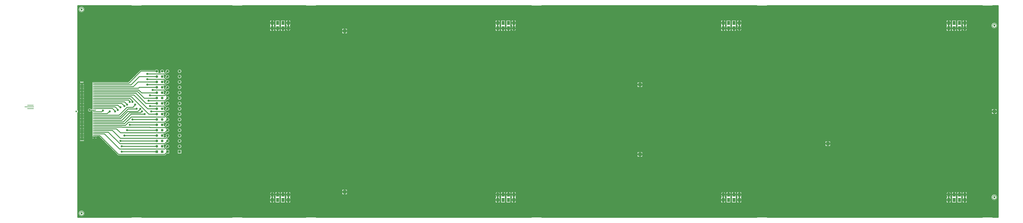
<source format=gtl>
*%FSLAX24Y24*%
*%MOIN*%
G01*
%ADD11C,0.0000*%
%ADD12C,0.0040*%
%ADD13C,0.0050*%
%ADD14C,0.0059*%
%ADD15C,0.0060*%
%ADD16C,0.0070*%
%ADD17C,0.0073*%
%ADD18C,0.0080*%
%ADD19C,0.0098*%
%ADD20C,0.0100*%
%ADD21C,0.0120*%
%ADD22C,0.0157*%
%ADD23C,0.0160*%
%ADD24C,0.0160*%
%ADD25C,0.0180*%
%ADD26C,0.0200*%
%ADD27C,0.0240*%
%ADD28C,0.0250*%
%ADD29C,0.0300*%
%ADD30C,0.0300*%
%ADD31C,0.0320*%
%ADD32C,0.0340*%
%ADD33C,0.0360*%
%ADD34C,0.0380*%
%ADD35C,0.0394*%
%ADD36C,0.0400*%
%ADD37C,0.0434*%
%ADD38C,0.0440*%
%ADD39C,0.0472*%
%ADD40C,0.0500*%
%ADD41C,0.0500*%
%ADD42C,0.0520*%
%ADD43C,0.0540*%
%ADD44C,0.0551*%
%ADD45C,0.0560*%
%ADD46O,0.0560X0.0850*%
%ADD47C,0.0580*%
%ADD48O,0.0600X0.0890*%
%ADD49C,0.0672*%
%ADD50C,0.0787*%
%ADD51C,0.0800*%
%ADD52C,0.0827*%
%ADD53C,0.0886*%
%ADD54C,0.0889*%
%ADD55C,0.0926*%
%ADD56C,0.1161*%
%ADD57C,0.1200*%
%ADD58C,0.1250*%
%ADD59C,0.1276*%
%ADD60C,0.1316*%
%ADD61C,0.1450*%
%ADD62C,0.1516*%
%ADD63C,0.1750*%
%ADD64C,0.1790*%
%ADD65C,0.2000*%
%ADD66C,0.2040*%
%ADD67C,0.2250*%
%ADD68C,0.2500*%
%ADD69R,0.0000X0.0000*%
%ADD70R,0.0400X0.0400*%
%ADD71R,0.0500X0.0400*%
%ADD72R,0.0500X0.0500*%
%ADD73R,0.0540X0.0540*%
%ADD74R,0.0560X0.0750*%
%ADD75R,0.0591X0.0177*%
%ADD76R,0.0600X0.0650*%
%ADD77R,0.0600X0.0790*%
%ADD78R,0.0631X0.0217*%
%ADD79R,0.0700X0.0700*%
%ADD80R,0.0740X0.0740*%
%ADD81R,0.1000X0.1000*%
%ADD82R,0.1000X0.1100*%
%ADD83R,0.1200X0.1200*%
%ADD84R,0.1600X0.1600*%
%ADD85R,0.1640X0.1640*%
%ADD86R,0.2000X0.2000*%
%ADD87R,0.2200X0.2200*%
%ADD88R,0.2500X0.2500*%
D19*
X209404Y73650D02*
X209402Y73617D01*
X209398Y73584D01*
X209391Y73552D01*
X209382Y73521D01*
X209370Y73490D01*
X209355Y73460D01*
X209338Y73432D01*
X209319Y73405D01*
X209297Y73380D01*
X209273Y73357D01*
X209248Y73336D01*
X209221Y73318D01*
X209192Y73301D01*
X209163Y73287D01*
X209132Y73276D01*
X209100Y73267D01*
X209068Y73261D01*
X209035Y73257D01*
X209002Y73256D01*
X208969Y73258D01*
X208936Y73263D01*
X208904Y73271D01*
X208873Y73281D01*
X208842Y73294D01*
X208813Y73309D01*
X208785Y73327D01*
X208759Y73347D01*
X208735Y73369D01*
X208712Y73393D01*
X208691Y73419D01*
X208673Y73446D01*
X208657Y73475D01*
X208644Y73505D01*
X208633Y73536D01*
X208625Y73568D01*
X208619Y73601D01*
X208617Y73634D01*
Y73666D01*
X208619Y73699D01*
X208625Y73732D01*
X208633Y73764D01*
X208644Y73795D01*
X208657Y73825D01*
X208673Y73854D01*
X208691Y73881D01*
X208712Y73907D01*
X208735Y73931D01*
X208759Y73953D01*
X208785Y73973D01*
X208813Y73991D01*
X208842Y74006D01*
X208873Y74019D01*
X208904Y74029D01*
X208936Y74037D01*
X208969Y74042D01*
X209002Y74044D01*
X209035Y74043D01*
X209068Y74039D01*
X209100Y74033D01*
X209132Y74024D01*
X209163Y74013D01*
X209192Y73999D01*
X209221Y73982D01*
X209248Y73964D01*
X209273Y73943D01*
X209297Y73920D01*
X209319Y73895D01*
X209338Y73868D01*
X209355Y73840D01*
X209370Y73810D01*
X209382Y73779D01*
X209391Y73748D01*
X209398Y73716D01*
X209402Y73683D01*
X209404Y73650D01*
Y41650D02*
X209402Y41617D01*
X209398Y41584D01*
X209391Y41552D01*
X209382Y41521D01*
X209370Y41490D01*
X209355Y41460D01*
X209338Y41432D01*
X209319Y41405D01*
X209297Y41380D01*
X209273Y41357D01*
X209248Y41336D01*
X209221Y41318D01*
X209192Y41301D01*
X209163Y41287D01*
X209132Y41276D01*
X209100Y41267D01*
X209068Y41261D01*
X209035Y41257D01*
X209002Y41256D01*
X208969Y41258D01*
X208936Y41263D01*
X208904Y41271D01*
X208873Y41281D01*
X208842Y41294D01*
X208813Y41309D01*
X208785Y41327D01*
X208759Y41347D01*
X208735Y41369D01*
X208712Y41393D01*
X208691Y41419D01*
X208673Y41446D01*
X208657Y41475D01*
X208644Y41505D01*
X208633Y41536D01*
X208625Y41568D01*
X208619Y41601D01*
X208617Y41634D01*
Y41666D01*
X208619Y41699D01*
X208625Y41732D01*
X208633Y41764D01*
X208644Y41795D01*
X208657Y41825D01*
X208673Y41854D01*
X208691Y41881D01*
X208712Y41907D01*
X208735Y41931D01*
X208759Y41953D01*
X208785Y41973D01*
X208813Y41991D01*
X208842Y42006D01*
X208873Y42019D01*
X208904Y42029D01*
X208936Y42037D01*
X208969Y42042D01*
X209002Y42044D01*
X209035Y42043D01*
X209068Y42039D01*
X209100Y42033D01*
X209132Y42024D01*
X209163Y42013D01*
X209192Y41999D01*
X209221Y41982D01*
X209248Y41964D01*
X209273Y41943D01*
X209297Y41920D01*
X209319Y41895D01*
X209338Y41868D01*
X209355Y41840D01*
X209370Y41810D01*
X209382Y41779D01*
X209391Y41748D01*
X209398Y41716D01*
X209402Y41683D01*
X209404Y41650D01*
X39404Y76650D02*
X39402Y76617D01*
X39398Y76584D01*
X39391Y76552D01*
X39382Y76521D01*
X39370Y76490D01*
X39355Y76460D01*
X39338Y76432D01*
X39319Y76405D01*
X39297Y76380D01*
X39273Y76357D01*
X39248Y76336D01*
X39221Y76318D01*
X39192Y76301D01*
X39163Y76287D01*
X39132Y76276D01*
X39100Y76267D01*
X39068Y76261D01*
X39035Y76257D01*
X39002Y76256D01*
X38969Y76258D01*
X38936Y76263D01*
X38904Y76271D01*
X38873Y76281D01*
X38842Y76294D01*
X38813Y76309D01*
X38785Y76327D01*
X38759Y76347D01*
X38735Y76369D01*
X38712Y76393D01*
X38691Y76419D01*
X38673Y76446D01*
X38657Y76475D01*
X38644Y76505D01*
X38633Y76536D01*
X38625Y76568D01*
X38619Y76601D01*
X38617Y76634D01*
Y76666D01*
X38619Y76699D01*
X38625Y76732D01*
X38633Y76764D01*
X38644Y76795D01*
X38657Y76825D01*
X38673Y76854D01*
X38691Y76881D01*
X38712Y76907D01*
X38735Y76931D01*
X38759Y76953D01*
X38785Y76973D01*
X38813Y76991D01*
X38842Y77006D01*
X38873Y77019D01*
X38904Y77029D01*
X38936Y77037D01*
X38969Y77042D01*
X39002Y77044D01*
X39035Y77043D01*
X39068Y77039D01*
X39100Y77033D01*
X39132Y77024D01*
X39163Y77013D01*
X39192Y76999D01*
X39221Y76982D01*
X39248Y76964D01*
X39273Y76943D01*
X39297Y76920D01*
X39319Y76895D01*
X39338Y76868D01*
X39355Y76840D01*
X39370Y76810D01*
X39382Y76779D01*
X39391Y76748D01*
X39398Y76716D01*
X39402Y76683D01*
X39404Y76650D01*
Y38650D02*
X39402Y38617D01*
X39398Y38584D01*
X39391Y38552D01*
X39382Y38521D01*
X39370Y38490D01*
X39355Y38460D01*
X39338Y38432D01*
X39319Y38405D01*
X39297Y38380D01*
X39273Y38357D01*
X39248Y38336D01*
X39221Y38318D01*
X39192Y38301D01*
X39163Y38287D01*
X39132Y38276D01*
X39100Y38267D01*
X39068Y38261D01*
X39035Y38257D01*
X39002Y38256D01*
X38969Y38258D01*
X38936Y38263D01*
X38904Y38271D01*
X38873Y38281D01*
X38842Y38294D01*
X38813Y38309D01*
X38785Y38327D01*
X38759Y38347D01*
X38735Y38369D01*
X38712Y38393D01*
X38691Y38419D01*
X38673Y38446D01*
X38657Y38475D01*
X38644Y38505D01*
X38633Y38536D01*
X38625Y38568D01*
X38619Y38601D01*
X38617Y38634D01*
Y38666D01*
X38619Y38699D01*
X38625Y38732D01*
X38633Y38764D01*
X38644Y38795D01*
X38657Y38825D01*
X38673Y38854D01*
X38691Y38881D01*
X38712Y38907D01*
X38735Y38931D01*
X38759Y38953D01*
X38785Y38973D01*
X38813Y38991D01*
X38842Y39006D01*
X38873Y39019D01*
X38904Y39029D01*
X38936Y39037D01*
X38969Y39042D01*
X39002Y39044D01*
X39035Y39043D01*
X39068Y39039D01*
X39100Y39033D01*
X39132Y39024D01*
X39163Y39013D01*
X39192Y38999D01*
X39221Y38982D01*
X39248Y38964D01*
X39273Y38943D01*
X39297Y38920D01*
X39319Y38895D01*
X39338Y38868D01*
X39355Y38840D01*
X39370Y38810D01*
X39382Y38779D01*
X39391Y38748D01*
X39398Y38716D01*
X39402Y38683D01*
X39404Y38650D01*
D20*
X30018Y58831D02*
X28916D01*
X28404Y58516D02*
X30097D01*
X30057Y58201D02*
X28916D01*
D22*
X41431Y54747D02*
X51740Y54720D01*
X51506Y57160D02*
X48250Y60416D01*
X48750Y60731D02*
X51321Y58160D01*
X50998Y59156D02*
X49108Y61046D01*
X49463Y61361D02*
X50683Y60140D01*
X44750Y54117D02*
X46207Y52660D01*
X46142Y51660D02*
X44000Y53802D01*
X43250Y53487D02*
X46077Y50660D01*
X45888Y49660D02*
X42376Y53172D01*
X48203Y62621D02*
X49738Y64156D01*
X50053Y65180D02*
X47809Y62936D01*
X47450Y58410D02*
X45991Y56951D01*
X46150Y56636D02*
X47650Y58136D01*
X47589Y57660D02*
X46250Y56321D01*
X46500Y56006D02*
X47904Y57410D01*
X48219Y57160D02*
X46750Y55691D01*
X47000Y55377D02*
X48250Y56627D01*
X45888Y49660D02*
X54500D01*
Y51660D02*
X46142D01*
X46077Y50660D02*
X54500D01*
X53000Y51160D02*
X46500D01*
Y50160D02*
X53000D01*
X54500Y53682D02*
X46250D01*
X46207Y52660D02*
X54750D01*
X53000Y52160D02*
X46250D01*
X47000Y53160D02*
X53000D01*
X44000Y53802D02*
X41431D01*
X41431Y53487D02*
X43250D01*
X42376Y53172D02*
X41431D01*
X51760Y54650D02*
X54510D01*
X54500Y55660D02*
X47750D01*
X47500Y54160D02*
X53000D01*
Y55160D02*
X48000D01*
X46750Y55691D02*
X41431D01*
Y55377D02*
X47000D01*
X47152Y55062D02*
X41431D01*
Y54432D02*
X45500D01*
X44750Y54117D02*
X41431D01*
X52000Y57660D02*
X54500D01*
Y56627D02*
X48250D01*
X48500Y56160D02*
X53000D01*
Y57160D02*
X51506D01*
X41431Y57896D02*
X40500D01*
X41431Y57581D02*
X42750D01*
X43750Y57266D02*
X41431D01*
Y56951D02*
X45991D01*
X46150Y56636D02*
X41431D01*
X41431Y56321D02*
X46250D01*
X47589Y57660D02*
X49500D01*
X46500Y56006D02*
X41431D01*
X47904Y57410D02*
X50000D01*
X50750Y57160D02*
X48219D01*
X51500Y59660D02*
X54500D01*
Y58660D02*
X51750D01*
X51321Y58160D02*
X53000D01*
X52994Y59156D02*
X50998D01*
X48600Y58410D02*
X47450D01*
X47650Y58136D02*
X49250D01*
X47000Y58660D02*
X46996D01*
X44750Y58211D02*
X41431D01*
Y58526D02*
X45250D01*
X45750Y58841D02*
X41431D01*
X46181Y58410D02*
X46250D01*
X46500Y59156D02*
X41431D01*
Y59471D02*
X47000D01*
X47250Y59786D02*
X41431D01*
X47250D02*
X47750D01*
X52250Y61660D02*
X54500D01*
Y60636D02*
X51750D01*
X50683Y60140D02*
X52994D01*
X53033Y61125D02*
X50171D01*
X48000Y60101D02*
X41431D01*
Y60416D02*
X48250D01*
X48750Y60731D02*
X41431D01*
X41431Y61046D02*
X49108D01*
X49463Y61361D02*
X41431D01*
Y61676D02*
X49620D01*
X51250Y62660D02*
X54500D01*
Y63660D02*
X51250D01*
X49738Y62148D02*
X52994D01*
X52955Y63172D02*
X49502D01*
X49581Y61991D02*
X41431D01*
Y62306D02*
X48636D01*
X48203Y62621D02*
X41431D01*
X41431Y62936D02*
X42258D01*
X47809D01*
X51250Y64660D02*
X54500D01*
X52915Y64156D02*
X49738D01*
X50053Y65180D02*
X53033D01*
X43000Y57831D02*
X42750Y57581D01*
X43750Y57266D02*
X44250Y57660D01*
X44750Y58211D02*
X45250Y57711D01*
X45750Y58026D02*
X45250Y58526D01*
X45500Y54432D02*
X46250Y53682D01*
X45750Y57910D02*
Y58026D01*
X47500Y58910D02*
Y58971D01*
X46181Y58410D02*
X45750Y58841D01*
X46500Y59156D02*
X46996Y58660D01*
X47500Y58971D02*
X47000Y59471D01*
X47750Y55660D02*
X47152Y55062D01*
X48000Y59410D02*
Y59536D01*
X48500Y59601D02*
Y59410D01*
X49000Y58910D02*
X48600Y58410D01*
X48000Y59536D02*
X47750Y59786D01*
X48000Y60101D02*
X48500Y59601D01*
X48636Y62306D02*
X49502Y63172D01*
X49950Y58110D02*
X49500Y57660D01*
X50171Y61125D02*
X49620Y61676D01*
X49581Y61991D02*
X49738Y62148D01*
X50250Y57660D02*
X50000Y57410D01*
X51740Y54720D02*
X51760Y54650D01*
X53010Y59150D02*
X52994Y59156D01*
Y60140D02*
X53010Y60150D01*
X53033Y61125D02*
X53010Y61150D01*
X52994Y62148D02*
X53010Y62150D01*
Y63150D02*
X52955Y63172D01*
X53010Y64150D02*
X52915Y64156D01*
X53010Y65150D02*
X53033Y65180D01*
X53000Y50160D02*
X53010Y50150D01*
Y51150D02*
X53000Y51160D01*
X53010Y52150D02*
X53000Y52160D01*
X53010Y53150D02*
X53000Y53160D01*
X53010Y54150D02*
X53000Y54160D01*
X53010Y55150D02*
X53000Y55160D01*
X53010Y56150D02*
X53000Y56160D01*
X53010Y57150D02*
X53000Y57160D01*
X53010Y58150D02*
X53000Y58160D01*
X54913Y55160D02*
X54510Y54650D01*
X55000Y61136D02*
X55010Y61150D01*
Y57150D02*
X55000Y57127D01*
X54913Y55160D02*
X55010Y55150D01*
X54978Y54160D02*
X55010Y54150D01*
X55000Y53160D02*
X55010Y53150D01*
Y54150D02*
X55000Y54160D01*
X55010Y55150D02*
X55000Y55160D01*
X55010Y57150D02*
X55000Y57160D01*
X55010Y61150D02*
X55000Y61160D01*
X55010Y65150D02*
X55000Y65160D01*
X54500Y64660D01*
X55000Y64160D02*
X54500Y63660D01*
X55000Y63160D02*
X54500Y62660D01*
X55000Y62160D02*
X54500Y61660D01*
X55000Y61136D02*
X54500Y60636D01*
X55000Y60160D02*
X54500Y59660D01*
X55000Y59160D02*
X54500Y58660D01*
X55000Y58160D02*
X54500Y57660D01*
X55000Y57127D02*
X54500Y56627D01*
X55000Y56160D02*
X54500Y55660D01*
X54978Y54160D02*
X54500Y53682D01*
X55000Y52910D02*
X54750Y52660D01*
X55000Y52160D02*
X54500Y51660D01*
X55000Y51160D02*
X54500Y50660D01*
X55000Y50160D02*
X54500Y49660D01*
X55000Y50160D02*
X55010Y50150D01*
Y51150D02*
X55000Y51160D01*
X55010Y52150D02*
X55000Y52160D01*
X55010Y56150D02*
X55000Y56160D01*
X55010Y58150D02*
X55000Y58160D01*
X55010Y59150D02*
X55000Y59160D01*
X55010Y60150D02*
X55000Y60160D01*
X55010Y62150D02*
X55000Y62160D01*
X55010Y63150D02*
X55000Y63160D01*
X55010Y64150D02*
X55000Y64160D01*
X57230Y50160D02*
X57260Y50150D01*
Y51150D02*
X57230Y51160D01*
X57260Y52150D02*
X57230Y52160D01*
X57260Y53150D02*
X57230Y53160D01*
X57260Y54150D02*
X57230Y54160D01*
X57260Y55150D02*
X57230Y55160D01*
X57260Y56150D02*
X57230Y56160D01*
X57260Y57150D02*
X57230Y57160D01*
X57260Y58150D02*
X57230Y58160D01*
X57260Y59150D02*
X57230Y59160D01*
X57260Y60150D02*
X57230Y60160D01*
X57260Y61150D02*
X57230Y61160D01*
X57260Y62150D02*
X57230Y62160D01*
X57260Y63150D02*
X57230Y63160D01*
X57260Y64150D02*
X57230Y64160D01*
X57260Y65150D02*
X57230Y65160D01*
D28*
X54915Y54705D02*
X54794Y54551D01*
X54792Y54550D01*
X54449Y55030D02*
X54555Y55165D01*
X54500Y64259D02*
X54427Y64331D01*
Y63331D02*
X54500Y63259D01*
X54427Y62331D02*
X54500Y62259D01*
X54427Y61331D02*
X54500Y61259D01*
X54427Y59331D02*
X54500Y59259D01*
X54427Y58331D02*
X54500Y58259D01*
X54427Y57331D02*
X54500Y57259D01*
X54427Y55331D02*
X54500Y55259D01*
X54406Y53375D02*
X54500Y53280D01*
X55398Y52913D02*
X55401Y52910D01*
X54427Y51331D02*
X54500Y51259D01*
X54382Y49376D02*
X54500Y49259D01*
X50171Y65463D02*
X50053Y65581D01*
X42258Y52888D02*
X42268Y52878D01*
X42311Y52835D01*
X42583Y52563D01*
X42660Y52487D01*
X42703Y52444D01*
X42770Y52376D01*
X42898Y52248D01*
X43203Y51944D01*
X43270Y51876D01*
X43534Y51613D01*
X43770Y51376D01*
X44203Y50944D01*
X44770Y50376D01*
X45203Y49944D01*
X45604Y49542D01*
X45770Y49376D01*
X45888Y49259D01*
X54789Y64548D02*
X54941Y64700D01*
X54612Y64371D02*
X54500Y64259D01*
X54440Y65001D02*
X54556Y65117D01*
X54941Y63700D02*
X54789Y63548D01*
X54612Y63371D02*
X54500Y63259D01*
X54440Y64001D02*
X54556Y64117D01*
X54941Y62700D02*
X54789Y62548D01*
X54612Y62371D02*
X54500Y62259D01*
X54440Y63001D02*
X54556Y63117D01*
X54941Y61700D02*
X54789Y61548D01*
X54612Y61371D02*
X54500Y61259D01*
X54440Y62001D02*
X54556Y62117D01*
X54962Y60698D02*
X54835Y60570D01*
X54424Y60962D02*
X54558Y61096D01*
X54941Y59700D02*
X54789Y59548D01*
X54612Y59371D02*
X54500Y59259D01*
X54941Y58700D02*
X54789Y58548D01*
X54612Y58371D02*
X54500Y58259D01*
X54440Y59001D02*
X54556Y59117D01*
X54941Y57700D02*
X54789Y57548D01*
X54612Y57371D02*
X54500Y57259D01*
X54440Y58001D02*
X54556Y58117D01*
X54971Y56697D02*
X54851Y56576D01*
X54415Y56943D02*
X54559Y57087D01*
X54941Y55700D02*
X54789Y55548D01*
X54612Y55371D02*
X54500Y55259D01*
X54923Y53703D02*
X54794Y53574D01*
X54784Y53564D01*
X54721Y53502D01*
X54658Y53439D02*
X54618Y53398D01*
X54500Y53280D01*
X55388Y52897D02*
X55401Y52910D01*
X55263Y52772D02*
X55089Y52598D01*
X54941Y51700D02*
X54789Y51548D01*
X54612Y51371D02*
X54500Y51259D01*
X54941Y50700D02*
X54846Y50605D01*
X54555Y51116D02*
X54556Y51117D01*
X54555Y51116D02*
X54465Y51026D01*
X54440Y51001D01*
X54936Y49695D02*
X54784Y49542D01*
X54618Y49376D01*
X54555Y49314D01*
X54500Y49259D01*
X49936Y65463D02*
X50053Y65581D01*
X49936Y65463D02*
X49769Y65297D01*
X49454Y64982D01*
X49368Y64896D01*
X49218Y64746D01*
X48912Y64440D01*
X48486Y64014D01*
X48345Y63872D01*
X48093Y63621D01*
X47928Y63456D01*
X47692Y63219D01*
X208765Y38150D02*
X209685D01*
X206755D02*
X166765D01*
X164755D02*
X124765D01*
X122755D02*
X82765D01*
X80755D02*
X69015D01*
X67005D02*
X50265D01*
X48255D02*
X39422D01*
X38598D02*
X38335D01*
X208765Y37975D02*
X209685D01*
X206755D02*
X166765D01*
X164755D02*
X124765D01*
X122755D02*
X82765D01*
X80755D02*
X69015D01*
X67005D02*
X50265D01*
X48255D02*
X38335D01*
X208765Y40150D02*
X209685D01*
X208765D02*
X206755D01*
X166765D01*
X164755D01*
X124765D01*
X122755D01*
X82765D01*
X80755D01*
X69015D01*
X67005D01*
X50265D01*
X48255D01*
X38335D01*
X208765Y39900D02*
X209685D01*
X206755D02*
X166765D01*
X164755D02*
X124765D01*
X122755D02*
X82765D01*
X80755D02*
X69015D01*
X67005D02*
X50265D01*
X48255D02*
X38335D01*
X208765Y39650D02*
X209685D01*
X206755D02*
X166765D01*
X164755D02*
X124765D01*
X122755D02*
X82765D01*
X80755D02*
X69015D01*
X67005D02*
X50265D01*
X48255D02*
X38335D01*
X208765Y39400D02*
X209685D01*
X206755D02*
X166765D01*
X164755D02*
X124765D01*
X122755D02*
X82765D01*
X80755D02*
X69015D01*
X67005D02*
X50265D01*
X48255D02*
X38335D01*
X208765Y39150D02*
X209685D01*
X206755D02*
X166765D01*
X164755D02*
X124765D01*
X122755D02*
X82765D01*
X80755D02*
X69015D01*
X67005D02*
X50265D01*
X48255D02*
X39422D01*
X38598D02*
X38335D01*
X208765Y38900D02*
X209685D01*
X206755D02*
X166765D01*
X164755D02*
X124765D01*
X122755D02*
X82765D01*
X80755D02*
X69015D01*
X67005D02*
X50265D01*
X48255D02*
X39608D01*
X208765Y38650D02*
X209685D01*
X206755D02*
X166765D01*
X164755D02*
X124765D01*
X122755D02*
X82765D01*
X80755D02*
X69015D01*
X67005D02*
X50265D01*
X48255D02*
X39658D01*
X208765Y38400D02*
X209685D01*
X206755D02*
X166765D01*
X164755D02*
X124765D01*
X122755D02*
X82765D01*
X80755D02*
X69015D01*
X67005D02*
X50265D01*
X48255D02*
X39608D01*
X67005Y39905D02*
X69015D01*
X50265D02*
X48255D01*
X80755D02*
X82765D01*
X122755D02*
X124765D01*
X164755D02*
X166765D01*
X206755D02*
X208765D01*
X207760Y38900D02*
X206755D01*
X207760D02*
X208765D01*
X165760D02*
X164755D01*
X165760D02*
X166765D01*
X123760D02*
X122755D01*
X123760D02*
X124765D01*
X81760D02*
X80755D01*
X81760D02*
X82765D01*
X49260D02*
X48255D01*
X49260D02*
X50265D01*
X209422Y42150D02*
X209685D01*
X208598D02*
X203995D01*
X200025D02*
X178967D01*
X177053D02*
X161995D01*
X158025D02*
X138967D01*
X137053D02*
X119995D01*
X116025D02*
X98967D01*
X97053D02*
X88565D01*
X87455D02*
X77995D01*
X74025D02*
X68967D01*
X67053D02*
X38335D01*
X203995Y41900D02*
X208412D01*
X200025D02*
X178787D01*
X177233D02*
X161995D01*
X158025D02*
X138787D01*
X137233D02*
X119995D01*
X116025D02*
X98787D01*
X97233D02*
X88565D01*
X87455D01*
X77995D01*
X74025D02*
X68787D01*
X67233D02*
X38335D01*
X203995Y41650D02*
X208362D01*
X200025D02*
X178418D01*
X177602D02*
X161995D01*
X158025D02*
X138418D01*
X137602D02*
X119995D01*
X116025D02*
X98418D01*
X97602D02*
X77995D01*
X74025D02*
X68418D01*
X67602D02*
X38335D01*
X203995Y41400D02*
X208412D01*
X200025D02*
X161995D01*
X158025D02*
X119995D01*
X116025D02*
X77995D01*
X74025D02*
X38335D01*
X209422Y41150D02*
X209685D01*
X208598D02*
X203995D01*
X200025D02*
X161995D01*
X158025D02*
X119995D01*
X116025D02*
X77995D01*
X74025D02*
X38335D01*
X203995Y40900D02*
X209685D01*
X200025D02*
X161995D01*
X158025D02*
X119995D01*
X116025D02*
X77995D01*
X74025D02*
X38335D01*
X203995Y40650D02*
X209685D01*
X200025D02*
X161995D01*
X158025D02*
X119995D01*
X116025D02*
X77995D01*
X74025D02*
X38335D01*
X203995Y40400D02*
X209685D01*
X203995D02*
X203025D01*
X202995D02*
X202025D01*
X201995D02*
X201025D01*
X200995D02*
X200025D01*
X161995D01*
X161025D01*
X160995D02*
X160025D01*
X159995D02*
X159025D01*
X158995D02*
X158025D01*
X119995D01*
X119025D01*
X118995D02*
X118025D01*
X117995D02*
X117025D01*
X116995D02*
X116025D01*
X77995D01*
X77025D01*
X76995D02*
X76025D01*
X75995D02*
X75025D01*
X74995D02*
X74025D01*
X38335D01*
X203025Y40570D02*
X203995D01*
X202995D02*
X202900D01*
X202995D02*
X202025D01*
X201995D02*
X201900D01*
X201995D02*
X201025D01*
X200995D02*
X200900D01*
X200995D02*
X200025D01*
X199900D01*
X200909Y41730D02*
X200995D01*
X200111D02*
X200025D01*
X199900D01*
X200995Y41570D02*
X201025D01*
X161995Y40570D02*
X161025D01*
X160995D02*
X160900D01*
X160995D02*
X160025D01*
X159995D02*
X159900D01*
X159995D02*
X159025D01*
X158995D02*
X158900D01*
X158995D02*
X158025D01*
X157900D01*
X158910Y41730D02*
X158995D01*
X158110D02*
X158025D01*
X157900D01*
X158995Y41570D02*
X159025D01*
X119995Y40570D02*
X119025D01*
X118995D02*
X118900D01*
X118995D02*
X118025D01*
X117995D02*
X117900D01*
X117995D02*
X117025D01*
X116995D02*
X116900D01*
X116995D02*
X116025D01*
X115900D01*
X116910Y41730D02*
X116995D01*
X116110D02*
X116025D01*
X115900D01*
X116995Y41570D02*
X117025D01*
X88565Y42095D02*
X87455D01*
X77995Y40570D02*
X77025D01*
X76995D02*
X76900D01*
X76995D02*
X76025D01*
X75995D02*
X75900D01*
X75995D02*
X75025D01*
X74995D02*
X74900D01*
X74995D02*
X74025D01*
X73900D01*
X74910Y41730D02*
X74995D01*
X74110D02*
X74025D01*
X73900D01*
X74995Y41570D02*
X75025D01*
X77025Y42150D02*
X77510D01*
X77995D01*
X75510D02*
X75025D01*
X75510D02*
X75995D01*
X76025D02*
X76510D01*
X76995D01*
X74510Y41150D02*
X74025D01*
X74510D02*
X74995D01*
X77025D02*
X77510D01*
X77995D01*
X74510Y42150D02*
X74025D01*
X74510D02*
X74995D01*
X119025D02*
X119510D01*
X119995D01*
X117510D02*
X117025D01*
X117510D02*
X117995D01*
X118025D02*
X118510D01*
X118995D01*
X116510Y41150D02*
X116025D01*
X116510D02*
X116995D01*
X119025D02*
X119510D01*
X119995D01*
X116510Y42150D02*
X116025D01*
X116510D02*
X116995D01*
X161025D02*
X161510D01*
X161995D01*
X159510D02*
X159025D01*
X159510D02*
X159995D01*
X160025D02*
X160510D01*
X160995D01*
X158510Y41150D02*
X158025D01*
X158510D02*
X158995D01*
X161025D02*
X161510D01*
X161995D01*
X158510Y42150D02*
X158025D01*
X158510D02*
X158995D01*
X203025D02*
X203510D01*
X203995D01*
X201510D02*
X201025D01*
X201510D02*
X201995D01*
X202025D02*
X202510D01*
X202995D01*
X200510Y41150D02*
X200025D01*
X200510D02*
X200995D01*
X203025D02*
X203510D01*
X203995D01*
X200510Y42150D02*
X200025D01*
X200510D02*
X200995D01*
X202995Y40570D02*
X203025D01*
Y41730D02*
X202995D01*
X202025Y40570D02*
X201995D01*
Y41730D02*
X202025D01*
X201025Y40570D02*
X200995D01*
Y41730D02*
X201025D01*
X202995Y41570D02*
X203025D01*
X202025D02*
X201995D01*
X161025Y40570D02*
X160995D01*
Y41730D02*
X161025D01*
X160025Y40570D02*
X159995D01*
Y41730D02*
X160025D01*
X159025Y40570D02*
X158995D01*
Y41730D02*
X159025D01*
X160995Y41570D02*
X161025D01*
X160025D02*
X159995D01*
X119025Y40570D02*
X118995D01*
Y41730D02*
X119025D01*
X118025Y40570D02*
X117995D01*
Y41730D02*
X118025D01*
X117025Y40570D02*
X116995D01*
Y41730D02*
X117025D01*
X118995Y41570D02*
X119025D01*
X118025D02*
X117995D01*
X77025Y40570D02*
X76995D01*
Y41730D02*
X77025D01*
X76025Y40570D02*
X75995D01*
Y41730D02*
X76025D01*
X75025Y40570D02*
X74995D01*
Y41730D02*
X75025D01*
X76995Y41570D02*
X77025D01*
X76025D02*
X75995D01*
X38335Y44150D02*
X209685D01*
Y43900D02*
X38335D01*
X178418Y43650D02*
X209685D01*
X177602D02*
X138418D01*
X137602D02*
X98418D01*
X97602D02*
X68418D01*
X67602D02*
X38335D01*
X178787Y43400D02*
X209685D01*
X177233D02*
X138787D01*
X137233D02*
X98787D01*
X97233D02*
X88565D01*
X87455D01*
X68787D01*
X67233D02*
X38335D01*
X178967Y43150D02*
X209685D01*
X177053D02*
X138967D01*
X137053D02*
X98967D01*
X97053D02*
X88565D01*
X87455D02*
X68967D01*
X67053D02*
X38335D01*
X203995Y42900D02*
X209685D01*
X203995D02*
X203025D01*
X202995D02*
X202025D01*
X201995D02*
X201025D01*
X179061D01*
X176959D02*
X161995D01*
X161025D01*
X160995D02*
X160025D01*
X159995D02*
X159025D01*
X139061D01*
X136959D02*
X119995D01*
X119025D01*
X118995D02*
X118025D01*
X117995D02*
X117025D01*
X99061D01*
X96959D02*
X88565D01*
X87455D02*
X77995D01*
X77025D01*
X76995D02*
X76025D01*
X75995D02*
X75025D01*
X69061D01*
X66959D02*
X38335D01*
X203995Y42650D02*
X209685D01*
X200180D02*
X179090D01*
X176930D02*
X161995D01*
X158180D02*
X139090D01*
X136930D02*
X119995D01*
X116180D02*
X99090D01*
X96930D02*
X88565D01*
X87455D02*
X77995D01*
X74180D02*
X69090D01*
X66930D02*
X38335D01*
X203995Y42400D02*
X209685D01*
X200025D02*
X179061D01*
X176959D02*
X161995D01*
X158025D02*
X139061D01*
X136959D02*
X119995D01*
X116025D02*
X99061D01*
X96959D02*
X88565D01*
X87455D02*
X77995D01*
X74025D02*
X69061D01*
X66959D02*
X38335D01*
X202025Y42730D02*
X202995D01*
X201995D02*
X201900D01*
X201995D02*
X201025D01*
X200900D01*
X203025D02*
X203995D01*
X202995D02*
X202900D01*
X160995D02*
X160025D01*
X159995D02*
X159900D01*
X159995D02*
X159025D01*
X158900D01*
X161025D02*
X161995D01*
X160995D02*
X160900D01*
X118995D02*
X118025D01*
X117995D02*
X117900D01*
X117995D02*
X117025D01*
X116900D01*
X119025D02*
X119995D01*
X118995D02*
X118900D01*
X88565Y43205D02*
X87455D01*
X76995Y42730D02*
X76025D01*
X75995D02*
X75900D01*
X75995D02*
X75025D01*
X74900D01*
X77025D02*
X77995D01*
X76995D02*
X76900D01*
X87455Y42650D02*
X88010D01*
X88565D01*
X202995Y42730D02*
X203025D01*
X202025D02*
X201995D01*
X161025D02*
X160995D01*
X160025D02*
X159995D01*
X119025D02*
X118995D01*
X118025D02*
X117995D01*
X77025D02*
X76995D01*
X76025D02*
X75995D01*
X38335Y46150D02*
X209685D01*
Y45900D02*
X38335D01*
Y45650D02*
X209685D01*
Y45400D02*
X38335D01*
Y45150D02*
X209685D01*
Y44900D02*
X38335D01*
Y44650D02*
X209685D01*
Y44400D02*
X38335D01*
Y47900D02*
X209685D01*
Y47650D02*
X38335D01*
Y47400D02*
X209685D01*
Y47150D02*
X38335D01*
Y46900D02*
X209685D01*
Y46650D02*
X38335D01*
Y46400D02*
X209685D01*
Y49900D02*
X143565D01*
X142455D02*
X57715D01*
X56805D02*
X55465D01*
X45247D02*
X39677D01*
X143565Y49650D02*
X209685D01*
X142455D02*
X57715D01*
X56805D01*
X55465D01*
X54891D01*
X45497D02*
X39581D01*
X143565Y49400D02*
X209685D01*
X142455D02*
X54784D01*
X45604D02*
X39359D01*
X143565Y49150D02*
X209685D01*
X142455D02*
X54784D01*
X45604D01*
X38335D01*
X143565Y48900D02*
X209685D01*
X143565D02*
X142455D01*
X38335D01*
Y48650D02*
X209685D01*
Y48400D02*
X38335D01*
Y48150D02*
X209685D01*
X54784Y49376D02*
X54618D01*
X54382D01*
X46005D01*
X45770D01*
X45604D01*
X56805Y49695D02*
X57715D01*
X55465D02*
X54936D01*
X142455Y49095D02*
X143565D01*
X143010Y49650D02*
X142455D01*
X143010D02*
X143565D01*
X178565Y51900D02*
X209685D01*
X177455D02*
X57640D01*
X56880D02*
X55390D01*
X43247D02*
X40445D01*
X40055D02*
X39650D01*
X178565Y51650D02*
X209685D01*
X177455D02*
X54891D01*
X43497D02*
X40783D01*
X178565Y51400D02*
X209685D01*
X177455D02*
X57640D01*
X56880D02*
X55390D01*
X43747D02*
X42190D01*
X38586D02*
X38335D01*
X178565Y51150D02*
X209685D01*
X177455D02*
X57715D01*
X56805D02*
X55465D01*
X43997D02*
X42392D01*
X39616D02*
X38335D01*
X178565Y50900D02*
X209685D01*
X178565D02*
X177455D01*
X57640D01*
X56880D02*
X55390D01*
X44247D02*
X42478D01*
X39727D02*
X39017D01*
X38688D02*
X38335D01*
X57715Y50650D02*
X209685D01*
X57715D02*
X56805D01*
X55465D01*
X54891D01*
X44497D02*
X42484D01*
X40811D02*
X40393D01*
X40107D02*
X39467D01*
X143565Y50400D02*
X209685D01*
X143565D02*
X142455D01*
X57715D01*
X56805D02*
X55465D01*
X44747D02*
X42412D01*
X40883D02*
X39629D01*
X143565Y50150D02*
X209685D01*
X142455D02*
X57715D01*
X56805D02*
X55465D01*
X44997D02*
X42235D01*
X41060D02*
X39692D01*
X54405Y51376D02*
X54615D01*
X56805Y50605D02*
X57715D01*
X55465D02*
X54846D01*
X177455Y51095D02*
X178565D01*
X143565Y50205D02*
X142455D01*
X177455Y51650D02*
X178010D01*
X178565D01*
X209685Y53900D02*
X57640D01*
X56880D02*
X55390D01*
X40931D02*
X39569D01*
X54870Y53650D02*
X209685D01*
X40931D02*
X39569D01*
X57640Y53400D02*
X209685D01*
X56880D02*
X55390D01*
X40931D02*
X39569D01*
X57715Y53150D02*
X209685D01*
X56805D02*
X55465D01*
X40931D02*
X39569D01*
X57640Y52900D02*
X209685D01*
X56880D02*
X55391D01*
X40931D02*
X39569D01*
X55141Y52650D02*
X209685D01*
X42497D02*
X41931D01*
X40931D02*
X39569D01*
X178565Y52400D02*
X209685D01*
X178565D02*
X177455D01*
X57640D01*
X56880D02*
X55390D01*
X42747D02*
X41931D01*
X40931D02*
X39569D01*
X178565Y52150D02*
X209685D01*
X177455D02*
X57715D01*
X56805D02*
X55465D01*
X42997D02*
X41931D01*
X40931D01*
X39569D01*
X54618Y53398D02*
X54628D01*
X54618D02*
X54392D01*
X54416Y52944D02*
X54604D01*
X42258Y52888D02*
X41931D01*
X41931D01*
X40931Y53823D02*
X40931D01*
X39569Y52091D02*
X39564D01*
X38574D02*
X38569D01*
X40931Y53150D02*
X40931D01*
Y53193D02*
X40931D01*
Y53780D02*
X40931D01*
X41931Y52878D02*
X41931D01*
X41931Y52248D02*
X40931D01*
X41931Y52835D02*
X41931D01*
X177455Y52205D02*
X178565D01*
X41431Y52542D02*
X41138D01*
X41431D02*
X41725D01*
X39069Y53329D02*
X38775D01*
X39069D02*
X39362D01*
X39069Y52699D02*
X38775D01*
X39069D02*
X39362D01*
X39069Y53644D02*
X38775D01*
X39069D02*
X39362D01*
X39069Y53014D02*
X38775D01*
X39069D02*
X39362D01*
X41138Y52857D02*
X41431D01*
X41725D01*
X39069Y52384D02*
X38775D01*
X39069D02*
X39362D01*
X39069Y53959D02*
X38775D01*
X39069D02*
X39362D01*
X57640Y55900D02*
X209685D01*
X56880D02*
X55390D01*
X40931D02*
X39569D01*
X54891Y55650D02*
X209685D01*
X40931D02*
X39569D01*
X57640Y55400D02*
X209685D01*
X56880D02*
X55390D01*
X40931D02*
X39569D01*
X57715Y55150D02*
X209685D01*
X56805D02*
X55465D01*
X40931D02*
X39569D01*
X57640Y54900D02*
X209685D01*
X56880D02*
X55390D01*
X40931D02*
X39569D01*
X54872Y54650D02*
X209685D01*
X40931D02*
X39569D01*
X57640Y54400D02*
X209685D01*
X56880D02*
X55390D01*
X40931D02*
X39569D01*
X57715Y54150D02*
X209685D01*
X56805D02*
X55465D01*
X40931D02*
X39569D01*
X54405Y55376D02*
X54615D01*
X39069Y55849D02*
X38775D01*
X39069D02*
X39362D01*
X39069Y55219D02*
X38775D01*
X39069D02*
X39362D01*
X39069Y54589D02*
X38775D01*
X39069D02*
X39362D01*
X39069Y55534D02*
X38775D01*
X39069D02*
X39362D01*
X39069Y54904D02*
X38775D01*
X39069D02*
X39362D01*
X39069Y54274D02*
X38775D01*
X39069D02*
X39362D01*
X57640Y57900D02*
X208455D01*
X56880D02*
X55390D01*
X40095D02*
X39569D01*
X54891Y57650D02*
X208455D01*
X40189D02*
X39569D01*
X57640Y57400D02*
X208455D01*
X56880D02*
X55390D01*
X40931D02*
X40216D01*
X39569D01*
X57715Y57150D02*
X208455D01*
X56805D02*
X55465D01*
X40931D02*
X39569D01*
X208455Y56900D02*
X209565D01*
X208455D02*
X57640D01*
X56880D02*
X55390D01*
X40931D02*
X39569D01*
X54925Y56650D02*
X209685D01*
X40931D02*
X39569D01*
X57640Y56400D02*
X209685D01*
X56880D02*
X55390D01*
X40931D02*
X39569D01*
X57715Y56150D02*
X209685D01*
X56805D02*
X55465D01*
X40931D02*
X39569D01*
X54405Y57376D02*
X54615D01*
X40931Y57612D02*
X40775D01*
X40225D02*
X40216D01*
X209565Y57095D02*
X209685D01*
X209565D02*
X208455D01*
Y57650D02*
X209010D01*
X209565D01*
X39069Y57739D02*
X38775D01*
X39069D02*
X39362D01*
X39069Y57424D02*
X38775D01*
X39069D02*
X39362D01*
X39069Y56794D02*
X38775D01*
X39069D02*
X39362D01*
X39069Y56164D02*
X38775D01*
X39069D02*
X39362D01*
X39069Y57109D02*
X38775D01*
X39069D02*
X39362D01*
X39069Y56479D02*
X38775D01*
X39069D02*
X39362D01*
X54891Y59650D02*
X209685D01*
X40931D02*
X39569D01*
X57640Y59400D02*
X209685D01*
X56880D02*
X55390D01*
X40931D02*
X39569D01*
X57715Y59150D02*
X209685D01*
X56805D02*
X55465D01*
X40931D02*
X39569D01*
X57640Y58900D02*
X209685D01*
X56880D02*
X55390D01*
X40931D02*
X39569D01*
X54891Y58650D02*
X209685D01*
X40931D02*
X39569D01*
X208455Y58400D02*
X209565D01*
X208455D02*
X57640D01*
X56880D02*
X55390D01*
X40931D02*
X40216D01*
X39569D01*
X57715Y58150D02*
X208455D01*
X56805D02*
X55465D01*
X40174D02*
X39569D01*
X40802Y58180D02*
X40931D01*
X54405Y59376D02*
X54615D01*
Y58376D02*
X54405D01*
X209565Y58205D02*
X209685D01*
X209565D02*
X208455D01*
X39069Y58684D02*
X38775D01*
X39069D02*
X39362D01*
X39069Y58999D02*
X38775D01*
X39069D02*
X39362D01*
X39069Y59314D02*
X38775D01*
X39069D02*
X39362D01*
X39069Y58369D02*
X38775D01*
X39069D02*
X39362D01*
X39069Y59629D02*
X38775D01*
X39069D02*
X39362D01*
X39069Y58054D02*
X38775D01*
X39069D02*
X39362D01*
X54891Y61650D02*
X209685D01*
X40931D02*
X39569D01*
X57640Y61400D02*
X209685D01*
X56880D02*
X55390D01*
X40931D02*
X39569D01*
X57715Y61150D02*
X209685D01*
X56805D02*
X55465D01*
X40931D02*
X39569D01*
X57640Y60900D02*
X209685D01*
X56880D02*
X55390D01*
X40931D02*
X39569D01*
X54915Y60650D02*
X209685D01*
X40931D02*
X39569D01*
X57640Y60400D02*
X209685D01*
X56880D02*
X55390D01*
X40931D02*
X39569D01*
X57715Y60150D02*
X209685D01*
X56805D02*
X55465D01*
X40931D02*
X39569D01*
X57640Y59900D02*
X209685D01*
X56880D02*
X55390D01*
X40931D02*
X39569D01*
X54405Y61376D02*
X54615D01*
X40931Y60752D02*
X40931D01*
Y60709D02*
X40931D01*
X38569Y61812D02*
X38569D01*
X38775Y61203D02*
X39069D01*
X39362D01*
X39069Y60258D02*
X38775D01*
X39069D02*
X39362D01*
X39069Y60573D02*
X38775D01*
X39069D02*
X39362D01*
X39069Y60888D02*
X38775D01*
X39069D02*
X39362D01*
X39069Y61518D02*
X38775D01*
X39069D02*
X39362D01*
X39069Y59943D02*
X38775D01*
X39069D02*
X39362D01*
X54891Y63650D02*
X209685D01*
X48122D02*
X40769D01*
X143565Y63400D02*
X209685D01*
X143565D02*
X142455D01*
X57640D01*
X56880D02*
X55390D01*
X47872D02*
X42542D01*
X41974D01*
X41931D02*
X41147D01*
X40931D02*
X40363D01*
X40137D02*
X39644D01*
X143565Y63150D02*
X209685D01*
X142455D02*
X57715D01*
X56805D02*
X55465D01*
X40931D02*
X39569D01*
X143565Y62900D02*
X209685D01*
X142455D02*
X57640D01*
X56880D02*
X55390D01*
X40931D02*
X39569D01*
X143565Y62650D02*
X209685D01*
X142455D02*
X54891D01*
X40931D02*
X39569D01*
X143565Y62400D02*
X209685D01*
X142455D02*
X57640D01*
X56880D02*
X55390D01*
X40931D02*
X39569D01*
X143565Y62150D02*
X209685D01*
X142455D02*
X57715D01*
X56805D02*
X55465D01*
X40931D02*
X39569D01*
X143565Y61900D02*
X209685D01*
X143565D02*
X142455D01*
X57640D01*
X56880D02*
X55390D01*
X40931D02*
X39569D01*
X54405Y62376D02*
X54615D01*
Y63376D02*
X54405D01*
X47692Y63219D02*
X42542D01*
X41931D02*
X41849D01*
X40931Y62599D02*
X40931D01*
X38569Y61855D02*
X38569D01*
Y62442D02*
X38569D01*
X40931Y62642D02*
X40931D01*
X41931Y63229D02*
X41974D01*
X41931D02*
X41147D01*
X40931D01*
X39569Y62170D02*
X39569D01*
Y62127D02*
X39569D01*
X38569Y62485D02*
X38569D01*
X39407Y63072D02*
X39569D01*
X38730D02*
X38569D01*
X142455Y62095D02*
X143565D01*
Y63205D02*
X142455D01*
Y62650D02*
X143010D01*
X143565D01*
X39069Y62778D02*
X38775D01*
X39069D02*
X39362D01*
X39069Y61833D02*
X38775D01*
X39069D02*
X39362D01*
X39069Y62463D02*
X38775D01*
X39069D02*
X39362D01*
X39069Y62148D02*
X38775D01*
X39069D02*
X39362D01*
X41974Y63219D02*
X42542D01*
X41974D02*
X41931D01*
X53317Y65650D02*
X209685D01*
X53317D02*
X49769D01*
X39592D01*
X57640Y65400D02*
X209685D01*
X56880D02*
X55390D01*
X49769D02*
X41766D01*
X41530D02*
X39681D01*
X57715Y65150D02*
X209685D01*
X56805D02*
X55465D01*
X49622D02*
X42255D01*
X41040D02*
X39690D01*
X57640Y64900D02*
X209685D01*
X56880D02*
X55390D01*
X49372D02*
X42421D01*
X40874D02*
X39621D01*
X54891Y64650D02*
X209685D01*
X49122D02*
X42486D01*
X40809D02*
X40463D01*
X40037D02*
X39448D01*
X57640Y64400D02*
X209685D01*
X56880D02*
X55390D01*
X48872D02*
X42474D01*
X39713D02*
X38335D01*
X57715Y64150D02*
X209685D01*
X56805D02*
X55465D01*
X48622D02*
X42381D01*
X39612D02*
X39199D01*
X38939D02*
X38335D01*
X57640Y63900D02*
X209685D01*
X56880D02*
X55390D01*
X48372D02*
X42165D01*
X53416Y64944D02*
X53604D01*
X54405Y64376D02*
X54615D01*
X52680Y65463D02*
X50171D01*
X49936D01*
X49769D01*
X38335Y67650D02*
X209685D01*
Y67400D02*
X38335D01*
Y67150D02*
X209685D01*
Y66900D02*
X38335D01*
Y66650D02*
X209685D01*
Y66400D02*
X38335D01*
Y66150D02*
X209685D01*
Y65900D02*
X39385D01*
X38335Y69650D02*
X209685D01*
Y69400D02*
X38335D01*
Y69150D02*
X209685D01*
Y68900D02*
X38335D01*
Y68650D02*
X209685D01*
Y68400D02*
X38335D01*
Y68150D02*
X209685D01*
Y67900D02*
X38335D01*
Y71400D02*
X209685D01*
Y71150D02*
X38335D01*
Y70900D02*
X209685D01*
Y70650D02*
X38335D01*
Y70400D02*
X209685D01*
Y70150D02*
X38335D01*
Y69900D02*
X209685D01*
X208412Y73400D02*
X203995D01*
X200025D02*
X178787D01*
X177233D02*
X161995D01*
X158025D02*
X138787D01*
X137233D02*
X119995D01*
X116025D02*
X98787D01*
X97233D02*
X88565D01*
X87455D01*
X77995D01*
X74025D02*
X68787D01*
X67233D02*
X38335D01*
X209422Y73150D02*
X209685D01*
X208598D02*
X203995D01*
X200025D02*
X178967D01*
X177053D02*
X161995D01*
X158025D02*
X138967D01*
X137053D02*
X119995D01*
X116025D02*
X98967D01*
X97053D02*
X88565D01*
X87455D02*
X77995D01*
X74025D02*
X68967D01*
X67053D02*
X38335D01*
X203995Y72900D02*
X209685D01*
X200025D02*
X179061D01*
X176959D02*
X161995D01*
X158025D02*
X139061D01*
X136959D02*
X119995D01*
X116025D02*
X99061D01*
X96959D02*
X88565D01*
X87455D02*
X77995D01*
X74025D02*
X69061D01*
X66959D02*
X38335D01*
X203840Y72650D02*
X209685D01*
X200025D02*
X179090D01*
X176930D02*
X161840D01*
X158025D02*
X139090D01*
X136930D02*
X119840D01*
X116025D02*
X99090D01*
X96930D02*
X88565D01*
X87455D02*
X77840D01*
X74025D02*
X69090D01*
X66930D02*
X38335D01*
X202995Y72400D02*
X209685D01*
X202995D02*
X202025D01*
X201995D02*
X201025D01*
X200995D02*
X200025D01*
X179061D01*
X176959D02*
X160995D01*
X160025D01*
X159995D02*
X159025D01*
X158995D02*
X158025D01*
X139061D01*
X136959D02*
X118995D01*
X118025D01*
X117995D02*
X117025D01*
X116995D02*
X116025D01*
X99061D01*
X96959D02*
X88565D01*
X87455D02*
X76995D01*
X76025D01*
X75995D02*
X75025D01*
X74995D02*
X74025D01*
X69061D01*
X66959D02*
X38335D01*
X178967Y72150D02*
X209685D01*
X177053D02*
X138967D01*
X137053D02*
X98967D01*
X97053D02*
X88565D01*
X87455D02*
X68967D01*
X67053D02*
X38335D01*
X178787Y71900D02*
X209685D01*
X177233D02*
X138787D01*
X137233D02*
X98787D01*
X97233D02*
X88565D01*
X87455D01*
X68787D01*
X67233D02*
X38335D01*
X178418Y71650D02*
X209685D01*
X177602D02*
X138418D01*
X137602D02*
X98418D01*
X97602D02*
X68418D01*
X67602D02*
X38335D01*
X75025Y72570D02*
X75995D01*
X74995D02*
X74900D01*
X76025D02*
X76995D01*
X75995D02*
X75900D01*
X74995D02*
X74025D01*
X73900D01*
X117025D02*
X117995D01*
X116995D02*
X116900D01*
X118025D02*
X118995D01*
X117995D02*
X117900D01*
X116995D02*
X116025D01*
X115900D01*
X201025D02*
X201995D01*
X200995D02*
X200900D01*
X202025D02*
X202995D01*
X201995D02*
X201900D01*
X200995D02*
X200025D01*
X199900D01*
X88565Y72095D02*
X87455D01*
Y73205D02*
X88565D01*
X159025Y72570D02*
X159995D01*
X158995D02*
X158900D01*
X160025D02*
X160995D01*
X159995D02*
X159900D01*
X158995D02*
X158025D01*
X157900D01*
X158025Y73150D02*
X158510D01*
X158995D01*
X160025D02*
X160510D01*
X160995D01*
X159510D02*
X159025D01*
X159510D02*
X159995D01*
X161025D02*
X161510D01*
X161995D01*
X88010Y72650D02*
X87455D01*
X88010D02*
X88565D01*
X200025Y73150D02*
X200510D01*
X200995D01*
X202025D02*
X202510D01*
X202995D01*
X201510D02*
X201025D01*
X201510D02*
X201995D01*
X203025D02*
X203510D01*
X203995D01*
X116510D02*
X116025D01*
X116510D02*
X116995D01*
X118025D02*
X118510D01*
X118995D01*
X117510D02*
X117025D01*
X117510D02*
X117995D01*
X119025D02*
X119510D01*
X119995D01*
X74510D02*
X74025D01*
X74510D02*
X74995D01*
X76025D02*
X76510D01*
X76995D01*
X75510D02*
X75025D01*
X75510D02*
X75995D01*
X77025D02*
X77510D01*
X77995D01*
X76025Y72570D02*
X75995D01*
X75025D02*
X74995D01*
X117995D02*
X118025D01*
X117025D02*
X116995D01*
X201995D02*
X202025D01*
X201025D02*
X200995D01*
X160025D02*
X159995D01*
X159025D02*
X158995D01*
X208765Y75400D02*
X209685D01*
X206755D02*
X166765D01*
X164755D02*
X124765D01*
X122755D02*
X82765D01*
X80755D02*
X69015D01*
X67005D02*
X50265D01*
X48255D02*
X38335D01*
X208765Y75150D02*
X209685D01*
X208765D02*
X206755D01*
X166765D01*
X164755D01*
X124765D01*
X122755D01*
X82765D01*
X80755D01*
X69015D01*
X67005D01*
X50265D01*
X48255D01*
X38335D01*
X203995Y74900D02*
X209685D01*
X203995D02*
X203025D01*
X202995D02*
X202025D01*
X201995D02*
X201025D01*
X200995D02*
X200025D01*
X161995D01*
X161025D01*
X160995D02*
X160025D01*
X159995D02*
X159025D01*
X158995D02*
X158025D01*
X119995D01*
X119025D01*
X118995D02*
X118025D01*
X117995D02*
X117025D01*
X116995D02*
X116025D01*
X77995D01*
X77025D01*
X76995D02*
X76025D01*
X75995D02*
X75025D01*
X74995D02*
X74025D01*
X38335D01*
X203995Y74650D02*
X209685D01*
X200025D02*
X161995D01*
X158025D02*
X119995D01*
X116025D02*
X77995D01*
X74025D02*
X38335D01*
X203995Y74400D02*
X209685D01*
X200025D02*
X161995D01*
X158025D02*
X119995D01*
X116025D02*
X77995D01*
X74025D02*
X38335D01*
X209422Y74150D02*
X209685D01*
X208598D02*
X203995D01*
X200025D02*
X161995D01*
X158025D02*
X119995D01*
X116025D02*
X77995D01*
X74025D02*
X38335D01*
X203995Y73900D02*
X208412D01*
X200025D02*
X161995D01*
X158025D02*
X119995D01*
X116025D02*
X77995D01*
X74025D02*
X38335D01*
X203995Y73650D02*
X208362D01*
X200025D02*
X178418D01*
X177602D02*
X161995D01*
X158025D02*
X138418D01*
X137602D02*
X119995D01*
X116025D02*
X98418D01*
X97602D02*
X77995D01*
X74025D02*
X68418D01*
X67602D02*
X38335D01*
X67005Y75395D02*
X69015D01*
X50265D02*
X48255D01*
X73900Y73570D02*
X74025D01*
Y74730D02*
X74995D01*
X74025D02*
X73900D01*
X75025D02*
X75995D01*
X74995D02*
X74900D01*
X76025D02*
X76995D01*
X75995D02*
X75900D01*
X77910Y73570D02*
X77995D01*
X77110D02*
X77025D01*
Y74730D02*
X77995D01*
X76995D02*
X76900D01*
X76995Y73730D02*
X77025D01*
X74025D02*
X73900D01*
X115900Y73570D02*
X116025D01*
Y74730D02*
X116995D01*
X116025D02*
X115900D01*
X117025D02*
X117995D01*
X116995D02*
X116900D01*
X118025D02*
X118995D01*
X117995D02*
X117900D01*
X119910Y73570D02*
X119995D01*
X119110D02*
X119025D01*
Y74730D02*
X119995D01*
X118995D02*
X118900D01*
X118995Y73730D02*
X119025D01*
X116025D02*
X115900D01*
X199900Y73570D02*
X200025D01*
Y74730D02*
X200995D01*
X200025D02*
X199900D01*
X201025D02*
X201995D01*
X200995D02*
X200900D01*
X202025D02*
X202995D01*
X201995D02*
X201900D01*
X203909Y73570D02*
X203995D01*
X203111D02*
X203025D01*
Y74730D02*
X203995D01*
X202995D02*
X202900D01*
X202995Y73730D02*
X203025D01*
X200025D02*
X199900D01*
X82765Y75395D02*
X80755D01*
X157900Y73570D02*
X158025D01*
Y74730D02*
X158995D01*
X158025D02*
X157900D01*
X159025D02*
X159995D01*
X158995D02*
X158900D01*
X160025D02*
X160995D01*
X159995D02*
X159900D01*
X161910Y73570D02*
X161995D01*
X161110D02*
X161025D01*
Y74730D02*
X161995D01*
X160995D02*
X160900D01*
X160995Y73730D02*
X161025D01*
X158025D02*
X157900D01*
X164755Y75395D02*
X166765D01*
X206755D02*
X208765D01*
X124765D02*
X122755D01*
X161025Y74150D02*
X161510D01*
X161995D01*
X158510D02*
X158025D01*
X158510D02*
X158995D01*
X203025D02*
X203510D01*
X203995D01*
X200510D02*
X200025D01*
X200510D02*
X200995D01*
X119510D02*
X119025D01*
X119510D02*
X119995D01*
X116510D02*
X116025D01*
X116510D02*
X116995D01*
X77510D02*
X77025D01*
X77510D02*
X77995D01*
X74510D02*
X74025D01*
X74510D02*
X74995D01*
Y73570D02*
X75025D01*
Y74730D02*
X74995D01*
X75995Y73570D02*
X76025D01*
Y74730D02*
X75995D01*
X76995Y73570D02*
X77025D01*
Y74730D02*
X76995D01*
X76025Y73730D02*
X75995D01*
X75025D02*
X74995D01*
X116995Y73570D02*
X117025D01*
Y74730D02*
X116995D01*
X117995Y73570D02*
X118025D01*
Y74730D02*
X117995D01*
X118995Y73570D02*
X119025D01*
Y74730D02*
X118995D01*
X118025Y73730D02*
X117995D01*
X117025D02*
X116995D01*
X200995Y73570D02*
X201025D01*
Y74730D02*
X200995D01*
X201995Y73570D02*
X202025D01*
Y74730D02*
X201995D01*
X202995Y73570D02*
X203025D01*
Y74730D02*
X202995D01*
X202025Y73730D02*
X201995D01*
X201025D02*
X200995D01*
X159025Y73570D02*
X158995D01*
Y74730D02*
X159025D01*
X159995Y73570D02*
X160025D01*
Y74730D02*
X159995D01*
X160995Y73570D02*
X161025D01*
Y74730D02*
X160995D01*
X160025Y73730D02*
X159995D01*
X159025D02*
X158995D01*
X208765Y77150D02*
X209685D01*
X206755D02*
X166765D01*
X164755D02*
X124765D01*
X122755D02*
X82765D01*
X80755D02*
X69015D01*
X67005D02*
X50265D01*
X48255D02*
X39422D01*
X38598D02*
X38335D01*
X208765Y76900D02*
X209685D01*
X206755D02*
X166765D01*
X164755D02*
X124765D01*
X122755D02*
X82765D01*
X80755D02*
X69015D01*
X67005D02*
X50265D01*
X48255D02*
X39608D01*
X208765Y76650D02*
X209685D01*
X206755D02*
X166765D01*
X164755D02*
X124765D01*
X122755D02*
X82765D01*
X80755D02*
X69015D01*
X67005D02*
X50265D01*
X48255D02*
X39658D01*
X208765Y76400D02*
X209685D01*
X206755D02*
X166765D01*
X164755D02*
X124765D01*
X122755D02*
X82765D01*
X80755D02*
X69015D01*
X67005D02*
X50265D01*
X48255D02*
X39608D01*
X208765Y76150D02*
X209685D01*
X206755D02*
X166765D01*
X164755D02*
X124765D01*
X122755D02*
X82765D01*
X80755D02*
X69015D01*
X67005D02*
X50265D01*
X48255D02*
X39422D01*
X38598D02*
X38335D01*
X208765Y75900D02*
X209685D01*
X206755D02*
X166765D01*
X164755D02*
X124765D01*
X122755D02*
X82765D01*
X80755D02*
X69015D01*
X67005D02*
X50265D01*
X48255D02*
X38335D01*
X208765Y75650D02*
X209685D01*
X206755D02*
X166765D01*
X164755D02*
X124765D01*
X122755D02*
X82765D01*
X80755D02*
X69015D01*
X67005D02*
X50265D01*
X48255D02*
X38335D01*
X208765Y77325D02*
X209685D01*
X206755D02*
X166765D01*
X164755D02*
X124765D01*
X122755D02*
X82765D01*
X80755D02*
X69015D01*
X67005D02*
X50265D01*
X48255D02*
X38335D01*
X122755Y76400D02*
X123760D01*
X124765D01*
X206755D02*
X207760D01*
X208765D01*
X165760D02*
X164755D01*
X165760D02*
X166765D01*
X81760D02*
X80755D01*
X81760D02*
X82765D01*
X49260D02*
X48255D01*
X49260D02*
X50265D01*
X38510Y77062D02*
Y77325D01*
Y76238D02*
Y66017D01*
Y64476D02*
Y63780D01*
Y63351D02*
Y63072D01*
Y62757D01*
Y62485D01*
Y62442D02*
Y62170D01*
Y62127D02*
Y61855D01*
Y61812D02*
Y61540D01*
Y61497D02*
Y61225D01*
Y61182D02*
Y60910D01*
Y60867D02*
Y60595D01*
Y60552D02*
Y60280D01*
Y60237D02*
Y59965D01*
Y59922D02*
Y59650D01*
Y59607D02*
Y59335D01*
Y59292D02*
Y59020D01*
Y58977D02*
Y58705D01*
Y58662D02*
Y58390D01*
Y58347D02*
Y58075D01*
Y58032D02*
Y57760D01*
Y57717D02*
Y57445D01*
Y57402D02*
Y57130D01*
Y57087D02*
Y56815D01*
Y56772D02*
Y56500D01*
Y56458D02*
Y56185D01*
Y56143D02*
Y55870D01*
Y55828D02*
Y55555D01*
Y55513D02*
Y55240D01*
Y55198D02*
Y54925D01*
Y54883D02*
Y54611D01*
Y54568D02*
Y54296D01*
Y54253D02*
Y53981D01*
Y53938D02*
Y53666D01*
Y53623D02*
Y53351D01*
Y53308D02*
Y53036D01*
Y52993D02*
Y52721D01*
Y52678D02*
Y52406D01*
Y52091D01*
Y51540D02*
Y50844D01*
Y49303D02*
Y39062D01*
Y38238D02*
Y37975D01*
X38760Y66084D02*
Y76052D01*
Y64409D02*
Y64078D01*
Y51242D02*
Y50911D01*
Y49236D02*
Y39248D01*
X39010Y66075D02*
Y76002D01*
Y64419D02*
Y64161D01*
Y51159D02*
Y50901D01*
Y49245D02*
Y39298D01*
X39260Y65984D02*
Y76052D01*
Y64509D02*
Y64133D01*
Y51187D02*
Y50811D01*
Y49336D02*
Y39248D01*
X39510Y77062D02*
Y77325D01*
Y76238D02*
Y65774D01*
Y64720D02*
Y63970D01*
Y51350D02*
Y50600D01*
Y49546D02*
Y39062D01*
Y38238D02*
Y37975D01*
X38335Y65912D02*
Y77325D01*
Y64581D02*
Y63072D01*
Y62757D01*
Y62485D01*
Y62442D01*
Y62170D01*
Y62127D01*
Y61855D01*
Y61812D01*
Y61540D01*
Y61497D01*
Y61225D01*
Y61182D01*
Y60910D01*
Y60867D01*
Y60595D01*
Y60552D01*
Y60280D01*
Y60237D01*
Y59965D01*
Y59922D01*
Y59650D01*
Y59607D01*
Y59335D01*
Y59292D01*
Y59020D01*
Y58977D01*
Y58705D01*
Y58662D01*
Y58390D01*
Y58347D01*
Y58075D01*
Y58032D01*
Y57968D01*
Y57332D02*
Y57130D01*
Y57087D01*
Y56815D01*
Y56772D01*
Y56500D01*
Y56458D01*
Y56185D01*
Y56143D01*
Y55870D01*
Y55828D01*
Y55555D01*
Y55513D01*
Y55240D01*
Y55198D01*
Y54925D01*
Y54883D01*
Y54611D01*
Y54568D01*
Y54296D01*
Y54253D01*
Y53981D01*
Y53938D01*
Y53666D01*
Y53623D01*
Y53351D01*
Y53308D01*
Y53036D01*
Y52993D01*
Y52721D01*
Y52678D01*
Y52406D01*
Y52091D01*
Y50739D01*
Y49408D02*
Y37975D01*
X39569Y56060D02*
Y56143D01*
X38569D02*
Y56060D01*
X39569Y56690D02*
Y56772D01*
X38569D02*
Y56690D01*
X39569Y53938D02*
Y53856D01*
X38569D02*
Y53938D01*
X39569Y53623D02*
Y53541D01*
X38569D02*
Y53623D01*
X39569Y52406D02*
Y52091D01*
X38569D02*
Y52406D01*
X39569Y52596D02*
Y52678D01*
X38569D02*
Y52596D01*
X39569Y53226D02*
Y53308D01*
X38569D02*
Y53226D01*
X39569Y54486D02*
Y54568D01*
X38569D02*
Y54486D01*
X39569Y55115D02*
Y55198D01*
X38569D02*
Y55115D01*
X39569Y55745D02*
Y55828D01*
X38569D02*
Y55745D01*
X39569Y56375D02*
Y56458D01*
X38569D02*
Y56375D01*
X39569Y59525D02*
Y59607D01*
X38569D02*
Y59525D01*
X39569Y57717D02*
Y57635D01*
X38569D02*
Y57717D01*
X39569Y52406D02*
Y52281D01*
X38569D02*
Y52406D01*
X39569Y52911D02*
Y52993D01*
X38569D02*
Y52911D01*
X39569Y54171D02*
Y54253D01*
X38569D02*
Y54171D01*
X39569Y54800D02*
Y54883D01*
X38569D02*
Y54800D01*
X39569Y55430D02*
Y55513D01*
X38569D02*
Y55430D01*
X39569Y61100D02*
Y61182D01*
X38569D02*
Y61100D01*
X39569Y59292D02*
Y59210D01*
X38569D02*
Y59292D01*
X39569Y58032D02*
Y57950D01*
X38569D02*
Y58032D01*
X39569Y62127D02*
Y62170D01*
X38569Y62442D02*
Y62485D01*
Y62442D02*
Y62170D01*
Y62127D01*
Y61855D01*
Y61812D01*
X39569Y58977D02*
Y58895D01*
X38569D02*
Y58977D01*
X39569Y58662D02*
Y58580D01*
X38569D02*
Y58662D01*
X39569Y60470D02*
Y60552D01*
X38569D02*
Y60470D01*
X39569Y60237D02*
Y60155D01*
X38569D02*
Y60237D01*
X39569Y59922D02*
Y59840D01*
X38569D02*
Y59922D01*
X39569Y62170D02*
Y62442D01*
Y62127D02*
Y62045D01*
Y62127D02*
Y61855D01*
Y61497D02*
Y61415D01*
X38569D02*
Y61497D01*
X39569Y58347D02*
Y58265D01*
X38569D02*
Y58347D01*
X39569Y57087D02*
Y57005D01*
X38569D02*
Y57087D01*
X39569Y62757D02*
Y63072D01*
Y62442D02*
Y62360D01*
X38569Y62757D02*
Y63072D01*
Y62442D02*
Y62360D01*
X39569Y57402D02*
Y57320D01*
X38569D02*
Y57402D01*
X39569Y60785D02*
Y60867D01*
X38569D02*
Y60785D01*
X39069Y60703D02*
Y61203D01*
Y61704D01*
Y57739D02*
Y57238D01*
Y57739D02*
Y58239D01*
Y62278D02*
Y62778D01*
Y57424D02*
Y56924D01*
Y57424D02*
Y57924D01*
Y58183D02*
Y58684D01*
Y59184D01*
Y61333D02*
Y61833D01*
Y62334D01*
Y62463D02*
Y61963D01*
Y62463D02*
Y62963D01*
Y60258D02*
Y59758D01*
Y60258D02*
Y60759D01*
Y60573D02*
Y60073D01*
Y60573D02*
Y61074D01*
Y60888D02*
Y60388D01*
Y60888D02*
Y61389D01*
Y58999D02*
Y58498D01*
Y58999D02*
Y59499D01*
Y59314D02*
Y58813D01*
Y59314D02*
Y59814D01*
X39069Y61648D02*
Y62148D01*
Y62648D01*
X39069Y58369D02*
Y57868D01*
Y58369D02*
Y58869D01*
Y59128D02*
Y59629D01*
Y60129D01*
Y61018D02*
Y61518D01*
Y62019D01*
Y55849D02*
Y55349D01*
Y55849D02*
Y56349D01*
Y55219D02*
Y54719D01*
Y55219D02*
Y55719D01*
Y54589D02*
Y54089D01*
Y54589D02*
Y55089D01*
Y53329D02*
Y52829D01*
Y53329D02*
Y53830D01*
Y53200D02*
Y52699D01*
Y57553D02*
Y58054D01*
Y58554D01*
Y59443D02*
Y59943D01*
Y60444D01*
Y56794D02*
Y56294D01*
Y56794D02*
Y57294D01*
Y56164D02*
Y55664D01*
Y56164D02*
Y56664D01*
Y55534D02*
Y55034D01*
Y55534D02*
Y56034D01*
Y54904D02*
Y54404D01*
Y54904D02*
Y55404D01*
Y53644D02*
Y53144D01*
Y53644D02*
Y54145D01*
Y53014D02*
Y52514D01*
Y53014D02*
Y53515D01*
Y52885D02*
Y52384D01*
Y53459D02*
Y53959D01*
Y54459D01*
Y54274D02*
Y53774D01*
Y54274D02*
Y54774D01*
Y56609D02*
Y57109D01*
Y57609D01*
Y56479D02*
Y55979D01*
Y56479D02*
Y56979D01*
X39569Y56815D02*
Y56772D01*
Y56500D01*
Y56458D01*
Y56185D01*
Y56143D01*
X38569Y56772D02*
Y56815D01*
Y56772D02*
Y56500D01*
Y56458D01*
Y56185D01*
Y56143D01*
X39569Y57402D02*
Y57445D01*
Y57402D02*
Y57130D01*
Y57087D01*
Y56815D01*
X38569Y57402D02*
Y57445D01*
Y57402D02*
Y57130D01*
Y57087D01*
Y56815D01*
X39569Y54611D02*
Y54568D01*
Y54296D01*
Y54253D01*
Y53981D01*
Y53938D01*
X38569Y54568D02*
Y54611D01*
Y54568D02*
Y54296D01*
Y54253D01*
Y53981D01*
Y53938D01*
X39569D02*
Y53666D01*
Y53623D01*
X38569Y53666D02*
Y53938D01*
Y53666D02*
Y53623D01*
X39569Y52721D02*
Y52678D01*
Y52406D01*
X38569Y52678D02*
Y52721D01*
Y52678D02*
Y52406D01*
X39569Y53308D02*
Y53351D01*
Y53308D02*
Y53036D01*
Y52993D01*
Y52721D01*
X38569Y53308D02*
Y53351D01*
Y53308D02*
Y53036D01*
Y52993D01*
Y52721D01*
X39569Y53351D02*
Y53623D01*
X38569D02*
Y53351D01*
X39569Y55198D02*
Y55240D01*
Y55198D02*
Y54925D01*
Y54883D01*
Y54611D01*
X38569Y55198D02*
Y55240D01*
Y55198D02*
Y54925D01*
Y54883D01*
Y54611D01*
X39569Y55828D02*
Y55870D01*
Y55828D02*
Y55555D01*
Y55513D01*
Y55240D01*
X38569Y55828D02*
Y55870D01*
Y55828D02*
Y55555D01*
Y55513D01*
Y55240D01*
X39569Y55870D02*
Y56143D01*
X38569D02*
Y55870D01*
X39569Y60237D02*
Y60280D01*
Y60237D02*
Y59965D01*
Y59922D01*
Y59650D01*
Y59607D01*
X38569Y60237D02*
Y60280D01*
Y60237D02*
Y59965D01*
Y59922D01*
Y59650D01*
Y59607D01*
X39569Y58390D02*
Y58347D01*
Y58075D01*
Y58032D01*
Y57760D01*
Y57717D01*
X38569Y58347D02*
Y58390D01*
Y58347D02*
Y58075D01*
Y58032D01*
Y57760D01*
Y57717D01*
X39569Y61812D02*
Y61855D01*
Y61812D02*
Y61540D01*
Y61497D01*
Y61225D01*
Y61182D01*
X38569Y61812D02*
Y61855D01*
Y61812D02*
Y61540D01*
Y61497D01*
Y61225D01*
Y61182D01*
X39569Y59607D02*
Y59335D01*
Y59292D01*
X38569Y59335D02*
Y59607D01*
Y59335D02*
Y59292D01*
X39569Y58705D02*
Y58662D01*
Y58390D01*
X38569Y58662D02*
Y58705D01*
Y58662D02*
Y58390D01*
X39569Y59020D02*
Y59292D01*
Y59020D02*
Y58977D01*
X38569Y59020D02*
Y59292D01*
Y59020D02*
Y58977D01*
X39569D02*
Y58705D01*
X38569D02*
Y58977D01*
X39569Y60910D02*
Y61182D01*
Y60910D02*
Y60867D01*
Y60595D01*
Y60552D01*
X38569Y60910D02*
Y61182D01*
Y60910D02*
Y60867D01*
Y60595D01*
Y60552D01*
X39569D02*
Y60280D01*
X38569D02*
Y60552D01*
X39569Y62485D02*
Y62757D01*
Y62485D02*
Y62442D01*
Y62170D02*
Y62127D01*
X38569Y62485D02*
Y62757D01*
Y62485D02*
Y62442D01*
X39569Y57717D02*
Y57445D01*
X38569D02*
Y57717D01*
X39760Y64462D02*
Y77325D01*
Y63614D02*
Y63072D01*
Y62757D01*
Y62485D01*
Y62442D02*
Y62170D01*
Y62127D02*
Y61855D01*
Y61812D02*
Y61540D01*
Y61497D02*
Y61225D01*
Y61182D02*
Y60910D01*
Y60867D02*
Y60595D01*
Y60552D02*
Y60280D01*
Y60237D02*
Y59965D01*
Y59922D02*
Y59650D01*
Y59607D02*
Y59335D01*
Y59292D02*
Y59020D01*
Y58977D02*
Y58705D01*
Y58662D02*
Y58390D01*
Y58347D02*
Y58075D01*
Y58032D02*
Y57760D01*
Y57717D02*
Y57445D01*
Y57402D02*
Y57130D01*
Y57087D02*
Y56815D01*
Y56772D02*
Y56500D01*
Y56458D02*
Y56185D01*
Y56143D02*
Y55870D01*
Y55828D02*
Y55555D01*
Y55513D02*
Y55240D01*
Y55198D02*
Y54925D01*
Y54883D02*
Y54611D01*
Y54568D02*
Y54296D01*
Y54253D02*
Y53981D01*
Y53938D02*
Y53666D01*
Y53623D02*
Y53351D01*
Y53308D02*
Y53036D01*
Y52993D02*
Y52721D01*
Y52678D02*
Y52406D01*
Y52091D01*
Y51706D01*
Y50858D02*
Y37975D01*
X40010Y64640D02*
Y77325D01*
Y63436D02*
Y58180D01*
Y57612D01*
Y51884D01*
Y50680D02*
Y37975D01*
X40260Y64686D02*
Y77325D01*
Y63390D02*
Y58236D01*
Y57584D02*
Y51930D01*
Y50634D02*
Y37975D01*
X40510Y64631D02*
Y77325D01*
Y63444D02*
Y58315D01*
Y57505D02*
Y51876D01*
Y50689D02*
Y37975D01*
X40760Y64438D02*
Y77325D01*
Y63638D02*
Y63229D01*
Y62914D01*
Y62642D01*
Y62599D02*
Y62327D01*
Y62284D02*
Y62012D01*
Y61969D02*
Y61697D01*
Y61654D02*
Y61382D01*
Y61339D02*
Y61067D01*
Y61024D02*
Y60752D01*
Y60709D02*
Y60437D01*
Y60395D02*
Y60122D01*
Y60080D02*
Y59807D01*
Y59765D02*
Y59492D01*
Y59450D02*
Y59177D01*
Y59135D02*
Y58862D01*
Y58820D02*
Y58548D01*
Y58505D02*
Y58233D01*
Y57560D02*
Y57288D01*
Y57245D02*
Y56973D01*
Y56930D02*
Y56658D01*
Y56615D02*
Y56343D01*
Y56300D02*
Y56028D01*
Y55985D02*
Y55713D01*
Y55670D02*
Y55398D01*
Y55355D02*
Y55083D01*
Y55040D02*
Y54768D01*
Y54725D02*
Y54453D01*
Y54410D02*
Y54138D01*
Y54095D02*
Y53823D01*
Y53780D02*
Y53508D01*
Y53465D02*
Y53193D01*
Y53150D02*
Y52878D01*
Y52835D02*
Y52563D01*
Y52248D01*
Y51682D01*
Y50882D02*
Y37975D01*
X41010Y65117D02*
Y77325D01*
Y64014D02*
Y63229D01*
Y52248D02*
Y51306D01*
Y50203D02*
Y37975D01*
X41260Y65314D02*
Y77325D01*
Y63817D02*
Y63229D01*
Y52248D02*
Y51503D01*
Y50006D02*
Y37975D01*
X41510Y65397D02*
Y77325D01*
Y63734D02*
Y63229D01*
Y52248D02*
Y51586D01*
Y49923D02*
Y37975D01*
X40216Y57612D02*
Y57621D01*
X40931Y54085D02*
Y53833D01*
Y53771D02*
Y53698D01*
Y56218D02*
Y56290D01*
Y56533D02*
Y56605D01*
Y55975D02*
Y55903D01*
Y62337D02*
Y62589D01*
Y61959D02*
Y61887D01*
Y61330D02*
Y61257D01*
Y61015D02*
Y60762D01*
Y60700D02*
Y60627D01*
Y60700D02*
Y60447D01*
Y60070D02*
Y59997D01*
Y59440D02*
Y59367D01*
Y58810D02*
Y58737D01*
Y53150D02*
Y52888D01*
Y52563D02*
Y52438D01*
Y53518D02*
Y53771D01*
Y53518D02*
Y53508D01*
Y53465D01*
Y53456D01*
Y53203D01*
Y53150D02*
Y53068D01*
Y54328D02*
Y54400D01*
Y54958D02*
Y55040D01*
Y55588D02*
Y55660D01*
Y56848D02*
Y56920D01*
X40931Y53203D02*
Y53193D01*
Y53150D01*
X40931Y53823D02*
Y53833D01*
Y53823D02*
Y53780D01*
Y53771D01*
X40931Y54013D02*
Y54085D01*
Y54643D02*
Y54715D01*
Y55273D02*
Y55345D01*
Y61572D02*
Y61645D01*
Y61015D02*
Y60942D01*
Y59755D02*
Y59682D01*
Y59125D02*
Y59052D01*
Y58495D02*
Y58423D01*
X40931Y62642D02*
Y62652D01*
Y62642D02*
Y62599D01*
Y62589D01*
X40931Y52563D02*
Y52248D01*
Y52123D01*
X40931Y60752D02*
Y60762D01*
Y60752D02*
Y60709D01*
Y60700D01*
X40931Y63219D02*
Y63229D01*
Y63219D02*
Y62914D01*
Y62904D01*
Y62652D01*
Y62589D02*
Y62517D01*
Y57550D02*
Y57478D01*
Y57235D02*
Y57163D01*
X41431Y52542D02*
Y52042D01*
Y52357D02*
Y52857D01*
X40931Y54410D02*
Y54453D01*
Y54410D02*
Y54400D01*
Y54148D01*
Y54138D01*
Y54095D01*
Y54085D01*
Y53833D02*
Y53823D01*
Y53780D01*
Y53771D01*
Y56973D02*
Y56983D01*
Y56973D02*
Y56930D01*
Y56920D01*
Y56668D01*
Y56658D01*
Y56615D01*
Y56605D01*
Y56353D01*
Y56343D01*
Y56300D01*
Y56290D01*
Y57288D02*
Y57298D01*
Y57288D02*
Y57245D01*
Y57235D01*
Y56983D01*
Y56290D02*
Y56038D01*
Y56028D01*
Y55985D01*
Y55975D01*
Y62642D02*
Y62652D01*
Y62642D02*
Y62599D01*
Y62589D01*
Y62337D02*
Y62327D01*
Y62284D01*
Y62274D01*
Y62022D01*
Y62012D01*
Y61969D01*
Y61959D01*
Y61707D01*
Y61697D01*
Y61654D01*
Y61645D01*
Y61392D01*
Y61382D01*
Y61339D01*
Y61330D01*
Y61077D01*
Y61067D01*
Y61024D01*
Y61015D01*
Y60762D02*
Y60752D01*
Y60709D01*
Y60700D01*
Y60447D02*
Y60437D01*
Y60395D01*
Y60385D01*
Y60132D01*
Y60122D01*
Y60080D01*
Y60070D01*
Y59817D01*
Y59807D01*
Y59765D01*
Y59755D01*
Y59502D01*
Y59492D01*
Y59450D01*
Y59440D01*
Y59187D01*
Y59177D01*
Y59135D01*
Y59125D01*
Y58872D01*
Y58862D01*
Y58820D01*
Y58810D01*
Y58557D01*
Y58548D01*
Y58505D01*
Y58495D01*
Y58242D01*
Y58233D01*
Y58190D01*
Y58180D01*
Y53203D02*
Y53193D01*
Y53150D01*
Y52888D02*
Y52878D01*
Y52835D01*
Y52563D01*
Y55083D02*
Y55093D01*
Y55083D02*
Y55040D01*
Y54778D01*
Y54768D01*
Y54725D01*
Y54715D01*
Y54453D01*
Y55713D02*
Y55723D01*
Y55713D02*
Y55670D01*
Y55660D01*
Y55408D01*
Y55398D01*
Y55355D01*
Y55345D01*
Y55093D01*
Y55723D02*
Y55975D01*
Y57603D02*
Y57612D01*
Y57603D02*
Y57560D01*
Y57550D01*
Y57298D01*
X41760Y65401D02*
Y77325D01*
Y63730D02*
Y63229D01*
Y52248D02*
Y51590D01*
Y49919D02*
Y37975D01*
X42010Y65326D02*
Y77325D01*
Y63805D02*
Y63229D01*
Y52835D02*
Y52563D01*
Y52248D01*
Y51515D01*
Y49994D02*
Y37975D01*
X42260Y65145D02*
Y77325D01*
Y63986D02*
Y63219D01*
Y52887D02*
Y51334D01*
Y50175D02*
Y37975D01*
X42510Y63219D02*
Y77325D01*
Y52637D02*
Y37975D01*
X42760Y63219D02*
Y77325D01*
Y52387D02*
Y37975D01*
X43010Y63219D02*
Y77325D01*
Y52137D02*
Y37975D01*
X43260Y63219D02*
Y77325D01*
Y51887D02*
Y37975D01*
X43510Y63219D02*
Y77325D01*
Y51637D02*
Y37975D01*
X41974Y63219D02*
Y63229D01*
X41931Y52563D02*
Y52438D01*
X41931Y52878D02*
Y52888D01*
Y52878D02*
Y52835D01*
X41931Y52563D02*
Y52248D01*
Y52123D01*
Y63219D02*
Y63229D01*
Y52888D02*
Y52878D01*
Y52835D01*
Y52563D01*
X43760Y63219D02*
Y77325D01*
Y51387D02*
Y37975D01*
X44010Y63219D02*
Y77325D01*
Y51137D02*
Y37975D01*
X44260Y63219D02*
Y77325D01*
Y50887D02*
Y37975D01*
X44510Y63219D02*
Y77325D01*
Y50637D02*
Y37975D01*
X44760Y63219D02*
Y77325D01*
Y50387D02*
Y37975D01*
X45010Y63219D02*
Y77325D01*
Y50137D02*
Y37975D01*
X45260Y63219D02*
Y77325D01*
Y49887D02*
Y37975D01*
X45510Y63219D02*
Y77325D01*
Y49637D02*
Y49376D01*
Y37975D01*
X45760Y63219D02*
Y77325D01*
Y49376D02*
Y37975D01*
X46010Y63219D02*
Y77325D01*
Y49376D02*
Y37975D01*
X46260Y63219D02*
Y77325D01*
Y49376D02*
Y37975D01*
X46510Y63219D02*
Y77325D01*
Y49376D02*
Y37975D01*
X46760Y63219D02*
Y77325D01*
Y49376D02*
Y37975D01*
X47010Y63219D02*
Y77325D01*
Y49376D02*
Y37975D01*
X47260Y63219D02*
Y77325D01*
Y49376D02*
Y37975D01*
X47510Y63219D02*
Y77325D01*
Y49376D02*
Y37975D01*
X45604Y49376D02*
Y49542D01*
X47760Y63288D02*
Y77325D01*
Y49376D02*
Y37975D01*
X48010Y75395D02*
Y77325D01*
Y75395D02*
Y63538D01*
Y49376D02*
Y39905D01*
Y37975D01*
X48260Y63788D02*
Y75395D01*
Y49376D02*
Y39905D01*
X48510Y64038D02*
Y75395D01*
Y49376D02*
Y39905D01*
X48760Y64288D02*
Y75395D01*
Y49376D02*
Y39905D01*
X49010Y64538D02*
Y75395D01*
Y49376D02*
Y39905D01*
X49260Y64788D02*
Y75395D01*
Y49376D02*
Y39905D01*
X48255D02*
Y37975D01*
Y75395D02*
Y77325D01*
X49260Y76400D02*
Y75395D01*
Y39905D02*
Y38900D01*
X49510Y65463D02*
Y75395D01*
Y65463D02*
Y65038D01*
Y49376D02*
Y39905D01*
X49760Y65463D02*
Y75395D01*
Y49376D02*
Y39905D01*
X50010Y65538D02*
Y75395D01*
Y49376D02*
Y39905D01*
X50260Y65463D02*
Y75395D01*
Y49376D02*
Y39905D01*
X50510Y75395D02*
Y77325D01*
Y75395D02*
Y65463D01*
Y49376D02*
Y39905D01*
Y37975D01*
X50760Y65463D02*
Y77325D01*
Y49376D02*
Y37975D01*
X51010Y65463D02*
Y77325D01*
Y49376D02*
Y37975D01*
X51260Y65463D02*
Y77325D01*
Y49376D02*
Y37975D01*
X49769Y65297D02*
Y65463D01*
X50265Y39905D02*
Y37975D01*
Y75395D02*
Y77325D01*
X51510D02*
Y65463D01*
Y49376D02*
Y37975D01*
X51760Y65463D02*
Y77325D01*
Y49376D02*
Y37975D01*
X52010Y65463D02*
Y77325D01*
Y49376D02*
Y37975D01*
X52260Y65463D02*
Y77325D01*
Y49376D02*
Y37975D01*
X52510Y65463D02*
Y77325D01*
Y49376D02*
Y37975D01*
X52760Y65530D02*
Y77325D01*
Y49376D02*
Y37975D01*
X53010Y65605D02*
Y77325D01*
Y49376D02*
Y37975D01*
X53260Y65530D02*
Y77325D01*
Y49376D02*
Y37975D01*
X53510Y65463D02*
Y77325D01*
Y65463D02*
Y64944D01*
Y49376D02*
Y37975D01*
X53760Y65530D02*
Y77325D01*
Y49376D02*
Y37975D01*
X54010Y65605D02*
Y77325D01*
Y49376D02*
Y37975D01*
X54260Y65530D02*
Y77325D01*
Y49376D02*
Y37975D01*
X54510Y65071D02*
Y77325D01*
Y53290D02*
Y52944D01*
Y49269D02*
Y37975D01*
X54760Y65530D02*
Y77325D01*
Y49376D02*
Y37975D01*
X55010Y65605D02*
Y77325D01*
Y49695D02*
Y49376D01*
Y37975D01*
X55260Y65530D02*
Y77325D01*
Y49695D02*
Y37975D01*
X54784Y49376D02*
Y49542D01*
Y53545D02*
Y53564D01*
X54794Y54550D02*
Y54551D01*
X55510Y50605D02*
Y77325D01*
Y50605D02*
Y49695D01*
Y37975D01*
X55760D02*
Y77325D01*
X56010D02*
Y37975D01*
X56260D02*
Y77325D01*
X56510D02*
Y37975D01*
X56760Y50605D02*
Y77325D01*
Y50605D02*
Y49695D01*
Y37975D01*
X57010Y65530D02*
Y77325D01*
Y49695D02*
Y37975D01*
X57260Y65605D02*
Y77325D01*
Y49695D02*
Y37975D01*
X56805Y49695D02*
Y50605D01*
X55465D02*
Y49695D01*
X57510Y65530D02*
Y77325D01*
Y49695D02*
Y37975D01*
X57760Y50605D02*
Y77325D01*
Y50605D02*
Y49695D01*
Y37975D01*
X58010D02*
Y77325D01*
X58260D02*
Y37975D01*
X58510D02*
Y77325D01*
X58760D02*
Y37975D01*
X59010D02*
Y77325D01*
X59260D02*
Y37975D01*
X57715Y49695D02*
Y50605D01*
X59510Y37975D02*
Y77325D01*
X59760D02*
Y37975D01*
X60010D02*
Y77325D01*
X60260D02*
Y37975D01*
X60510D02*
Y77325D01*
X60760D02*
Y37975D01*
X61010D02*
Y77325D01*
X61260D02*
Y37975D01*
X61510D02*
Y77325D01*
X61760D02*
Y37975D01*
X62010D02*
Y77325D01*
X62260D02*
Y37975D01*
X62510D02*
Y77325D01*
X62760D02*
Y37975D01*
X63010D02*
Y77325D01*
X63260D02*
Y37975D01*
X63510D02*
Y77325D01*
X63760D02*
Y37975D01*
X64010D02*
Y77325D01*
X64260D02*
Y37975D01*
X64510D02*
Y77325D01*
X64760D02*
Y37975D01*
X65010D02*
Y77325D01*
X65260D02*
Y37975D01*
X65510D02*
Y77325D01*
X65760D02*
Y37975D01*
X66010D02*
Y77325D01*
X66260D02*
Y37975D01*
X66510D02*
Y77325D01*
X66760D02*
Y75395D01*
Y39905D01*
Y37975D01*
X67010Y73058D02*
Y75395D01*
Y72242D02*
Y43058D01*
Y42242D02*
Y39905D01*
X67005D02*
Y37975D01*
Y75395D02*
Y77325D01*
X67260Y75395D02*
Y73427D01*
Y71873D02*
Y43427D01*
Y41873D02*
Y39905D01*
X67510Y73607D02*
Y75395D01*
Y71693D02*
Y43607D01*
Y41693D02*
Y39905D01*
X67760Y73701D02*
Y75395D01*
Y71599D02*
Y43701D01*
Y41599D02*
Y39905D01*
X68010Y73730D02*
Y75395D01*
Y71570D02*
Y43730D01*
Y41570D02*
Y39905D01*
X68260Y73701D02*
Y75395D01*
Y71599D02*
Y43701D01*
Y41599D02*
Y39905D01*
X68510Y73607D02*
Y75395D01*
Y71693D02*
Y43607D01*
Y41693D02*
Y39905D01*
X68760Y73427D02*
Y75395D01*
Y71873D02*
Y43427D01*
Y41873D02*
Y39905D01*
X69010Y73058D02*
Y75395D01*
Y72242D02*
Y43058D01*
Y42242D02*
Y39905D01*
X69015D02*
Y37975D01*
Y75395D02*
Y77325D01*
X69260D02*
Y75395D01*
Y39905D01*
Y37975D01*
X69510D02*
Y77325D01*
X69760D02*
Y37975D01*
X70010D02*
Y77325D01*
X70260D02*
Y37975D01*
X70510D02*
Y77325D01*
X70760D02*
Y37975D01*
X71010D02*
Y77325D01*
X71260D02*
Y37975D01*
X71510D02*
Y77325D01*
X71760D02*
Y37975D01*
X72010D02*
Y77325D01*
X72260D02*
Y37975D01*
X72510D02*
Y77325D01*
X72760D02*
Y37975D01*
X73010D02*
Y77325D01*
X73260D02*
Y37975D01*
X73510D02*
Y77325D01*
X73760D02*
Y74730D01*
Y73730D01*
Y73570D02*
Y72570D01*
Y41730D01*
Y40570D01*
Y37975D01*
X74010Y74730D02*
Y77325D01*
Y74730D02*
Y73730D01*
Y73570D02*
Y72570D01*
Y41730D01*
Y40570D01*
Y37975D01*
X74260Y74730D02*
Y77325D01*
Y72570D02*
Y42711D01*
Y40570D02*
Y37975D01*
X74510Y74730D02*
Y77325D01*
Y72570D02*
Y42780D01*
Y40570D02*
Y37975D01*
X74760Y74730D02*
Y77325D01*
Y72570D02*
Y42730D01*
Y40570D02*
Y37975D01*
X74025Y73730D02*
Y74730D01*
Y73570D02*
Y73445D01*
Y73570D02*
Y72570D01*
Y72445D01*
Y42295D02*
Y42005D01*
Y41880D01*
Y41730D02*
Y40570D01*
Y40445D01*
X74510Y40570D02*
Y41150D01*
Y41730D01*
Y41520D02*
Y42150D01*
Y42780D01*
Y72570D02*
Y73150D01*
Y73730D01*
Y73570D02*
Y74150D01*
Y74730D01*
X74025Y73730D02*
Y73570D01*
X75010Y74730D02*
Y77325D01*
Y74730D02*
Y73730D01*
Y73570D02*
Y72570D01*
Y42730D01*
Y41730D01*
Y41570D02*
Y40570D01*
Y37975D01*
X75260Y74730D02*
Y77325D01*
Y72570D02*
Y42730D01*
Y40570D02*
Y37975D01*
X75510Y74730D02*
Y77325D01*
Y72570D02*
Y42730D01*
Y40570D02*
Y37975D01*
X75760Y74730D02*
Y77325D01*
Y72570D02*
Y42730D01*
Y40570D02*
Y37975D01*
X76010Y74730D02*
Y77325D01*
Y74730D02*
Y73730D01*
Y73570D02*
Y72570D01*
Y42730D01*
Y41730D01*
Y41570D02*
Y40570D01*
Y37975D01*
X76260Y74730D02*
Y77325D01*
Y72570D02*
Y42730D01*
Y40570D02*
Y37975D01*
X76510Y74730D02*
Y77325D01*
Y72570D02*
Y42730D01*
Y40570D02*
Y37975D01*
X76760Y74730D02*
Y77325D01*
Y72570D02*
Y42730D01*
Y40570D02*
Y37975D01*
X74995Y73730D02*
Y74730D01*
Y73570D02*
Y73445D01*
X75995Y73730D02*
Y74730D01*
Y73570D02*
Y73445D01*
X75025Y73730D02*
Y74730D01*
Y73570D02*
Y73445D01*
X76025Y73730D02*
Y74730D01*
Y73570D02*
Y73445D01*
X75995Y73570D02*
Y72570D01*
Y72445D01*
X75025Y72570D02*
Y73570D01*
Y72570D02*
Y72445D01*
X76025Y72570D02*
Y73570D01*
Y72570D02*
Y72445D01*
X74995Y72570D02*
Y73570D01*
Y72570D02*
Y72445D01*
Y42295D02*
Y42005D01*
Y41880D01*
X76025Y41570D02*
Y40570D01*
Y40445D01*
X75995Y40570D02*
Y41570D01*
Y40570D02*
Y40445D01*
X75025Y40570D02*
Y41570D01*
Y40570D02*
Y40445D01*
X74995Y41570D02*
Y41730D01*
Y41570D02*
Y40570D01*
Y40445D01*
X76025Y41730D02*
Y42730D01*
Y41570D02*
Y41445D01*
X75995Y41730D02*
Y42730D01*
Y41570D02*
Y41445D01*
X75025Y41730D02*
Y42730D01*
Y41570D02*
Y41445D01*
X75510Y42150D02*
Y42730D01*
X76510D02*
Y42150D01*
Y72570D02*
Y73150D01*
X75510D02*
Y72570D01*
X74995Y73570D02*
Y73730D01*
X75995D02*
Y73570D01*
X75025D02*
Y73730D01*
X76025D02*
Y73570D01*
Y41730D02*
Y41570D01*
X75995D02*
Y41730D01*
X75025D02*
Y41570D01*
X77010Y74730D02*
Y77325D01*
Y74730D02*
Y73730D01*
Y73570D02*
Y72570D01*
Y42730D01*
Y41730D01*
Y41570D02*
Y40570D01*
Y37975D01*
X77260Y74730D02*
Y77325D01*
Y72570D02*
Y42730D01*
Y40570D02*
Y37975D01*
X77510Y74730D02*
Y77325D01*
Y72520D02*
Y42730D01*
Y40570D02*
Y37975D01*
X77760Y74730D02*
Y77325D01*
Y72589D02*
Y42730D01*
Y40570D02*
Y37975D01*
X78010Y74730D02*
Y77325D01*
Y74730D02*
Y73570D01*
Y42730D01*
Y41730D01*
Y41570D02*
Y40570D01*
Y37975D01*
X78260Y74730D02*
Y77325D01*
Y74730D02*
Y73570D01*
Y42730D01*
Y41730D01*
Y41570D02*
Y40570D01*
Y37975D01*
X78510D02*
Y77325D01*
X78760D02*
Y37975D01*
X77995Y73005D02*
Y73295D01*
Y73005D02*
Y72880D01*
X77025Y73005D02*
Y73295D01*
Y73005D02*
Y72880D01*
X76995Y73730D02*
Y74730D01*
Y73570D02*
Y73445D01*
X77995Y73570D02*
Y74730D01*
Y73570D02*
Y73445D01*
X77025Y73730D02*
Y74730D01*
Y73730D02*
Y73570D01*
Y73445D01*
X76995Y73570D02*
Y72570D01*
Y72445D01*
X77995Y41570D02*
Y40570D01*
Y40445D01*
X77025Y40570D02*
Y41570D01*
Y40570D02*
Y40445D01*
X76995Y40570D02*
Y41570D01*
Y40570D02*
Y40445D01*
Y41730D02*
Y42730D01*
Y41570D02*
Y41445D01*
X77995Y41730D02*
Y42730D01*
Y41570D02*
Y41445D01*
X77025Y41730D02*
Y42730D01*
Y41570D02*
Y41445D01*
X77510Y41570D02*
Y42150D01*
Y42730D01*
Y41150D02*
Y40570D01*
Y41150D02*
Y41730D01*
Y73570D02*
Y74150D01*
Y74730D01*
Y73150D02*
Y72520D01*
Y73150D02*
Y73780D01*
X76995Y73730D02*
Y73570D01*
X77995Y41730D02*
Y41570D01*
X77025D02*
Y41730D01*
X76995D02*
Y41570D01*
X79010Y37975D02*
Y77325D01*
X79260D02*
Y37975D01*
X79510D02*
Y77325D01*
X79760D02*
Y37975D01*
X80010D02*
Y77325D01*
X80260D02*
Y37975D01*
X80510Y75395D02*
Y77325D01*
Y75395D02*
Y39905D01*
Y37975D01*
X80760Y39905D02*
Y75395D01*
X80755D02*
Y77325D01*
Y39905D02*
Y37975D01*
X81010Y39905D02*
Y75395D01*
X81260D02*
Y39905D01*
X81510D02*
Y75395D01*
X81760D02*
Y39905D01*
X82010D02*
Y75395D01*
X82260D02*
Y39905D01*
X82510D02*
Y75395D01*
X82760D02*
Y39905D01*
X82765Y75395D02*
Y77325D01*
Y39905D02*
Y37975D01*
X81760Y38900D02*
Y39905D01*
Y75395D02*
Y76400D01*
X83010Y77325D02*
Y75395D01*
Y39905D01*
Y37975D01*
X83260D02*
Y77325D01*
X83510D02*
Y37975D01*
X83760D02*
Y77325D01*
X84010D02*
Y37975D01*
X84260D02*
Y77325D01*
X84510D02*
Y37975D01*
X84760D02*
Y77325D01*
X85010D02*
Y37975D01*
X85260D02*
Y77325D01*
X85510D02*
Y37975D01*
X85760D02*
Y77325D01*
X86010D02*
Y37975D01*
X86260D02*
Y77325D01*
X86510D02*
Y37975D01*
X86760D02*
Y77325D01*
X87010D02*
Y37975D01*
X87260Y73205D02*
Y77325D01*
Y73205D02*
Y72095D01*
Y43205D01*
Y42095D01*
Y37975D01*
X87510Y73205D02*
Y77325D01*
Y72095D02*
Y43205D01*
Y42095D02*
Y37975D01*
X87760Y73205D02*
Y77325D01*
Y72095D02*
Y43205D01*
Y42095D02*
Y37975D01*
X88010Y73205D02*
Y77325D01*
Y72095D02*
Y43205D01*
Y42095D02*
Y37975D01*
X88260Y73205D02*
Y77325D01*
Y72095D02*
Y43205D01*
Y42095D02*
Y37975D01*
X88510Y73205D02*
Y77325D01*
Y72095D02*
Y43205D01*
Y42095D02*
Y37975D01*
X88565Y72095D02*
Y73205D01*
X87455D02*
Y72095D01*
X88565Y43205D02*
Y42095D01*
X87455D02*
Y43205D01*
X88010Y42650D02*
Y42095D01*
Y42650D02*
Y43205D01*
Y72095D02*
Y72650D01*
Y73205D01*
X88760D02*
Y77325D01*
Y73205D02*
Y72095D01*
Y43205D01*
Y42095D01*
Y37975D01*
X89010D02*
Y77325D01*
X89260D02*
Y37975D01*
X89510D02*
Y77325D01*
X89760D02*
Y37975D01*
X90010D02*
Y77325D01*
X90260D02*
Y37975D01*
X90510D02*
Y77325D01*
X90760D02*
Y37975D01*
X91010D02*
Y77325D01*
X91260D02*
Y37975D01*
X91510D02*
Y77325D01*
X91760D02*
Y37975D01*
X92010D02*
Y77325D01*
X92260D02*
Y37975D01*
X92510D02*
Y77325D01*
X92760D02*
Y37975D01*
X93010D02*
Y77325D01*
X93260D02*
Y37975D01*
X93510D02*
Y77325D01*
X93760D02*
Y37975D01*
X94010D02*
Y77325D01*
X94260D02*
Y37975D01*
X94510D02*
Y77325D01*
X94760D02*
Y37975D01*
X95010D02*
Y77325D01*
X95260D02*
Y37975D01*
X95510D02*
Y77325D01*
X95760D02*
Y37975D01*
X96010D02*
Y77325D01*
X96260D02*
Y37975D01*
X96510D02*
Y77325D01*
X96760D02*
Y37975D01*
X97010Y73058D02*
Y77325D01*
Y72242D02*
Y43058D01*
Y42242D02*
Y37975D01*
X97260Y73427D02*
Y77325D01*
Y71873D02*
Y43427D01*
Y41873D02*
Y37975D01*
X97510Y73607D02*
Y77325D01*
Y71693D02*
Y43607D01*
Y41693D02*
Y37975D01*
X97760Y73701D02*
Y77325D01*
Y71599D02*
Y43701D01*
Y41599D02*
Y37975D01*
X98010Y73730D02*
Y77325D01*
Y71570D02*
Y43730D01*
Y41570D02*
Y37975D01*
X98260Y73701D02*
Y77325D01*
Y71599D02*
Y43701D01*
Y41599D02*
Y37975D01*
X98510Y73607D02*
Y77325D01*
Y71693D02*
Y43607D01*
Y41693D02*
Y37975D01*
X98760Y73427D02*
Y77325D01*
Y71873D02*
Y43427D01*
Y41873D02*
Y37975D01*
X99010Y73058D02*
Y77325D01*
Y72242D02*
Y43058D01*
Y42242D02*
Y37975D01*
X99260D02*
Y77325D01*
X99510D02*
Y37975D01*
X99760D02*
Y77325D01*
X100010D02*
Y37975D01*
X100260D02*
Y77325D01*
X100510D02*
Y37975D01*
X100760D02*
Y77325D01*
X101010D02*
Y37975D01*
X101260D02*
Y77325D01*
X101510D02*
Y37975D01*
X101760D02*
Y77325D01*
X102010D02*
Y37975D01*
X102260D02*
Y77325D01*
X102510D02*
Y37975D01*
X102760D02*
Y77325D01*
X103010D02*
Y37975D01*
X103260D02*
Y77325D01*
X103510D02*
Y37975D01*
X103760D02*
Y77325D01*
X104010D02*
Y37975D01*
X104260D02*
Y77325D01*
X104510D02*
Y37975D01*
X104760D02*
Y77325D01*
X105010D02*
Y37975D01*
X105260D02*
Y77325D01*
X105510D02*
Y37975D01*
X105760D02*
Y77325D01*
X106010D02*
Y37975D01*
X106260D02*
Y77325D01*
X106510D02*
Y37975D01*
X106760D02*
Y77325D01*
X107010D02*
Y37975D01*
X107260D02*
Y77325D01*
X107510D02*
Y37975D01*
X107760D02*
Y77325D01*
X108010D02*
Y37975D01*
X108260D02*
Y77325D01*
X108510D02*
Y37975D01*
X108760D02*
Y77325D01*
X109010D02*
Y37975D01*
X109260D02*
Y77325D01*
X109510D02*
Y37975D01*
X109760D02*
Y77325D01*
X110010D02*
Y37975D01*
X110260D02*
Y77325D01*
X110510D02*
Y37975D01*
X110760D02*
Y77325D01*
X111010D02*
Y37975D01*
X111260D02*
Y77325D01*
X111510D02*
Y37975D01*
X111760D02*
Y77325D01*
X112010D02*
Y37975D01*
X112260D02*
Y77325D01*
X112510D02*
Y37975D01*
X112760D02*
Y77325D01*
X113010D02*
Y37975D01*
X113260D02*
Y77325D01*
X113510D02*
Y37975D01*
X113760D02*
Y77325D01*
X114010D02*
Y37975D01*
X114260D02*
Y77325D01*
X114510D02*
Y37975D01*
X114760D02*
Y77325D01*
X115010D02*
Y37975D01*
X115260D02*
Y77325D01*
X115510D02*
Y37975D01*
X115760Y74730D02*
Y77325D01*
Y74730D02*
Y73730D01*
Y73570D02*
Y72570D01*
Y41730D01*
Y40570D01*
Y37975D01*
X116010Y74730D02*
Y77325D01*
Y74730D02*
Y73730D01*
Y73570D02*
Y72570D01*
Y41730D01*
Y40570D01*
Y37975D01*
X116025Y73730D02*
Y74730D01*
Y73570D02*
Y73445D01*
Y73570D02*
Y72570D01*
Y72445D01*
Y42295D02*
Y42005D01*
Y41880D01*
Y41730D02*
Y40570D01*
Y40445D01*
Y73570D02*
Y73730D01*
X116260Y74730D02*
Y77325D01*
Y72570D02*
Y42711D01*
Y40570D02*
Y37975D01*
X116510Y74730D02*
Y77325D01*
Y72570D02*
Y42780D01*
Y40570D02*
Y37975D01*
X116760Y74730D02*
Y77325D01*
Y72570D02*
Y42730D01*
Y40570D02*
Y37975D01*
X117010Y74730D02*
Y77325D01*
Y74730D02*
Y73730D01*
Y73570D02*
Y72570D01*
Y42730D01*
Y41730D01*
Y41570D02*
Y40570D01*
Y37975D01*
X117260Y74730D02*
Y77325D01*
Y72570D02*
Y42730D01*
Y40570D02*
Y37975D01*
X117510Y74730D02*
Y77325D01*
Y72570D02*
Y42730D01*
Y40570D02*
Y37975D01*
X117760Y74730D02*
Y77325D01*
Y72570D02*
Y42730D01*
Y40570D02*
Y37975D01*
X116995Y73730D02*
Y74730D01*
Y73570D02*
Y73445D01*
X117995Y73730D02*
Y74730D01*
Y73570D02*
Y73445D01*
X117025Y73730D02*
Y74730D01*
Y73570D02*
Y73445D01*
X117995Y73570D02*
Y72570D01*
Y72445D01*
X117025Y72570D02*
Y73570D01*
Y72570D02*
Y72445D01*
X116995Y72570D02*
Y73570D01*
Y72570D02*
Y72445D01*
Y42295D02*
Y42005D01*
Y41880D01*
X117995Y41570D02*
Y40570D01*
Y40445D01*
X117025Y40570D02*
Y41570D01*
Y40570D02*
Y40445D01*
X116995Y41570D02*
Y41730D01*
Y41570D02*
Y40570D01*
Y40445D01*
X117995Y41730D02*
Y42730D01*
Y41570D02*
Y41445D01*
X117025Y41730D02*
Y42730D01*
Y41570D02*
Y41445D01*
X117510Y42150D02*
Y42730D01*
X116510Y41150D02*
Y40570D01*
Y41150D02*
Y41730D01*
Y41520D02*
Y42150D01*
Y42780D01*
Y72570D02*
Y73150D01*
Y73730D01*
X117510Y73150D02*
Y72570D01*
X116510Y73570D02*
Y74150D01*
Y74730D01*
X116995Y73730D02*
Y73570D01*
X117995D02*
Y73730D01*
X117025D02*
Y73570D01*
X117995Y41730D02*
Y41570D01*
X117025D02*
Y41730D01*
X118010Y74730D02*
Y77325D01*
Y74730D02*
Y73730D01*
Y73570D02*
Y72570D01*
Y42730D01*
Y41730D01*
Y41570D02*
Y40570D01*
Y37975D01*
X118260Y74730D02*
Y77325D01*
Y72570D02*
Y42730D01*
Y40570D02*
Y37975D01*
X118510Y74730D02*
Y77325D01*
Y72570D02*
Y42730D01*
Y40570D02*
Y37975D01*
X118760Y74730D02*
Y77325D01*
Y72570D02*
Y42730D01*
Y40570D02*
Y37975D01*
X119010Y74730D02*
Y77325D01*
Y74730D02*
Y73730D01*
Y73570D02*
Y72570D01*
Y42730D01*
Y41730D01*
Y41570D02*
Y40570D01*
Y37975D01*
X119260Y74730D02*
Y77325D01*
Y72570D02*
Y42730D01*
Y40570D02*
Y37975D01*
X119510Y74730D02*
Y77325D01*
Y72520D02*
Y42730D01*
Y40570D02*
Y37975D01*
X119760Y74730D02*
Y77325D01*
Y72589D02*
Y42730D01*
Y40570D02*
Y37975D01*
X119025Y73005D02*
Y73295D01*
Y73005D02*
Y72880D01*
X118995Y73730D02*
Y74730D01*
Y73570D02*
Y73445D01*
X118025Y73730D02*
Y74730D01*
Y73570D02*
Y73445D01*
X119025Y73730D02*
Y74730D01*
Y73730D02*
Y73570D01*
Y73445D01*
X118995Y73570D02*
Y72570D01*
Y72445D01*
X118025Y72570D02*
Y73570D01*
Y72570D02*
Y72445D01*
X119025Y41570D02*
Y40570D01*
Y40445D01*
X118995Y40570D02*
Y41570D01*
Y40570D02*
Y40445D01*
X118025Y40570D02*
Y41570D01*
Y40570D02*
Y40445D01*
X118995Y41730D02*
Y42730D01*
Y41570D02*
Y41445D01*
X118025Y41730D02*
Y42730D01*
Y41570D02*
Y41445D01*
X119025Y41730D02*
Y42730D01*
Y41570D02*
Y41445D01*
X119510Y41570D02*
Y42150D01*
Y42730D01*
X118510D02*
Y42150D01*
X119510Y41150D02*
Y40570D01*
Y41150D02*
Y41730D01*
X118510Y72570D02*
Y73150D01*
X119510Y73570D02*
Y74150D01*
Y74730D01*
Y73150D02*
Y72520D01*
Y73150D02*
Y73780D01*
X118995Y73730D02*
Y73570D01*
X118025D02*
Y73730D01*
X119025Y41730D02*
Y41570D01*
X118995D02*
Y41730D01*
X118025D02*
Y41570D01*
X120010Y74730D02*
Y77325D01*
Y74730D02*
Y73570D01*
Y42730D01*
Y41730D01*
Y41570D02*
Y40570D01*
Y37975D01*
X120260Y74730D02*
Y77325D01*
Y74730D02*
Y73570D01*
Y42730D01*
Y41730D01*
Y41570D02*
Y40570D01*
Y37975D01*
X120510D02*
Y77325D01*
X120760D02*
Y37975D01*
X121010D02*
Y77325D01*
X121260D02*
Y37975D01*
X121510D02*
Y77325D01*
X121760D02*
Y37975D01*
X119995Y73005D02*
Y73295D01*
Y73005D02*
Y72880D01*
Y73570D02*
Y74730D01*
Y73570D02*
Y73445D01*
Y41570D02*
Y40570D01*
Y40445D01*
Y41730D02*
Y42730D01*
Y41570D02*
Y41445D01*
Y41570D02*
Y41730D01*
X122010Y37975D02*
Y77325D01*
X122260D02*
Y37975D01*
X122510Y75395D02*
Y77325D01*
Y75395D02*
Y39905D01*
Y37975D01*
X122760Y39905D02*
Y75395D01*
X123010D02*
Y39905D01*
X123260D02*
Y75395D01*
X123510D02*
Y39905D01*
X123760D02*
Y75395D01*
X122755Y39905D02*
Y37975D01*
Y75395D02*
Y77325D01*
X123760Y76400D02*
Y75395D01*
Y39905D02*
Y38900D01*
X124010Y39905D02*
Y75395D01*
X124260D02*
Y39905D01*
X124510D02*
Y75395D01*
X124760D02*
Y39905D01*
X125010Y75395D02*
Y77325D01*
Y75395D02*
Y39905D01*
Y37975D01*
X125260D02*
Y77325D01*
X125510D02*
Y37975D01*
X125760D02*
Y77325D01*
X124765Y39905D02*
Y37975D01*
Y75395D02*
Y77325D01*
X126010D02*
Y37975D01*
X126260D02*
Y77325D01*
X126510D02*
Y37975D01*
X126760D02*
Y77325D01*
X127010D02*
Y37975D01*
X127260D02*
Y77325D01*
X127510D02*
Y37975D01*
X127760D02*
Y77325D01*
X128010D02*
Y37975D01*
X128260D02*
Y77325D01*
X128510D02*
Y37975D01*
X128760D02*
Y77325D01*
X129010D02*
Y37975D01*
X129260D02*
Y77325D01*
X129510D02*
Y37975D01*
X129760D02*
Y77325D01*
X130010D02*
Y37975D01*
X130260D02*
Y77325D01*
X130510D02*
Y37975D01*
X130760D02*
Y77325D01*
X131010D02*
Y37975D01*
X131260D02*
Y77325D01*
X131510D02*
Y37975D01*
X131760D02*
Y77325D01*
X132010D02*
Y37975D01*
X132260D02*
Y77325D01*
X132510D02*
Y37975D01*
X132760D02*
Y77325D01*
X133010D02*
Y37975D01*
X133260D02*
Y77325D01*
X133510D02*
Y37975D01*
X133760D02*
Y77325D01*
X134010D02*
Y37975D01*
X134260D02*
Y77325D01*
X134510D02*
Y37975D01*
X134760D02*
Y77325D01*
X135010D02*
Y37975D01*
X135260D02*
Y77325D01*
X135510D02*
Y37975D01*
X135760D02*
Y77325D01*
X136010D02*
Y37975D01*
X136260D02*
Y77325D01*
X136510D02*
Y37975D01*
X136760D02*
Y77325D01*
X137010D02*
Y73058D01*
Y72242D02*
Y43058D01*
Y42242D02*
Y37975D01*
X137260Y73427D02*
Y77325D01*
Y71873D02*
Y43427D01*
Y41873D02*
Y37975D01*
X137510Y73607D02*
Y77325D01*
Y71693D02*
Y43607D01*
Y41693D02*
Y37975D01*
X137760Y73701D02*
Y77325D01*
Y71599D02*
Y43701D01*
Y41599D02*
Y37975D01*
X138010Y73730D02*
Y77325D01*
Y71570D02*
Y43730D01*
Y41570D02*
Y37975D01*
X138260Y73701D02*
Y77325D01*
Y71599D02*
Y43701D01*
Y41599D02*
Y37975D01*
X138510Y73607D02*
Y77325D01*
Y71693D02*
Y43607D01*
Y41693D02*
Y37975D01*
X138760Y73427D02*
Y77325D01*
Y71873D02*
Y43427D01*
Y41873D02*
Y37975D01*
X139010Y73058D02*
Y77325D01*
Y72242D02*
Y43058D01*
Y42242D02*
Y37975D01*
X139260D02*
Y77325D01*
X139510D02*
Y37975D01*
X139760D02*
Y77325D01*
X140010D02*
Y37975D01*
X140260D02*
Y77325D01*
X140510D02*
Y37975D01*
X140760D02*
Y77325D01*
X141010D02*
Y37975D01*
X141260D02*
Y77325D01*
X141510D02*
Y37975D01*
X141760D02*
Y77325D01*
X142010D02*
Y37975D01*
X142260Y63205D02*
Y77325D01*
Y63205D02*
Y62095D01*
Y50205D01*
Y49095D01*
Y37975D01*
X142510Y63205D02*
Y77325D01*
Y62095D02*
Y50205D01*
Y49095D02*
Y37975D01*
X142760Y63205D02*
Y77325D01*
Y62095D02*
Y50205D01*
Y49095D02*
Y37975D01*
X143010Y63205D02*
Y77325D01*
Y62095D02*
Y50205D01*
Y49095D02*
Y37975D01*
X143260Y63205D02*
Y77325D01*
Y62095D02*
Y50205D01*
Y49095D02*
Y37975D01*
X142455Y49095D02*
Y50205D01*
Y62095D02*
Y63205D01*
X143010Y62650D02*
Y62095D01*
Y62650D02*
Y63205D01*
Y49650D02*
Y49095D01*
Y49650D02*
Y50205D01*
X143510Y63205D02*
Y77325D01*
Y62095D02*
Y50205D01*
Y49095D02*
Y37975D01*
X143760Y63205D02*
Y77325D01*
Y63205D02*
Y62095D01*
Y50205D01*
Y49095D01*
Y37975D01*
X144010D02*
Y77325D01*
X144260D02*
Y37975D01*
X144510D02*
Y77325D01*
X144760D02*
Y37975D01*
X145010D02*
Y77325D01*
X145260D02*
Y37975D01*
X143565Y49095D02*
Y50205D01*
Y62095D02*
Y63205D01*
X145510Y77325D02*
Y37975D01*
X145760D02*
Y77325D01*
X146010D02*
Y37975D01*
X146260D02*
Y77325D01*
X146510D02*
Y37975D01*
X146760D02*
Y77325D01*
X147010D02*
Y37975D01*
X147260D02*
Y77325D01*
X147510D02*
Y37975D01*
X147760D02*
Y77325D01*
X148010D02*
Y37975D01*
X148260D02*
Y77325D01*
X148510D02*
Y37975D01*
X148760D02*
Y77325D01*
X149010D02*
Y37975D01*
X149260D02*
Y77325D01*
X149510D02*
Y37975D01*
X149760D02*
Y77325D01*
X150010D02*
Y37975D01*
X150260D02*
Y77325D01*
X150510D02*
Y37975D01*
X150760D02*
Y77325D01*
X151010D02*
Y37975D01*
X151260D02*
Y77325D01*
X151510D02*
Y37975D01*
X151760D02*
Y77325D01*
X152010D02*
Y37975D01*
X152260D02*
Y77325D01*
X152510D02*
Y37975D01*
X152760D02*
Y77325D01*
X153010D02*
Y37975D01*
X153260D02*
Y77325D01*
X153510D02*
Y37975D01*
X153760D02*
Y77325D01*
X154010D02*
Y37975D01*
X154260D02*
Y77325D01*
X154510D02*
Y37975D01*
X154760D02*
Y77325D01*
X155010D02*
Y37975D01*
X155260D02*
Y77325D01*
X155510D02*
Y37975D01*
X155760D02*
Y77325D01*
X156010D02*
Y37975D01*
X156260D02*
Y77325D01*
X156510D02*
Y37975D01*
X156760D02*
Y77325D01*
X157010D02*
Y37975D01*
X157260D02*
Y77325D01*
X157510D02*
Y37975D01*
X157760Y74730D02*
Y77325D01*
Y74730D02*
Y73730D01*
Y73570D02*
Y72570D01*
Y41730D01*
Y40570D01*
Y37975D01*
X158010Y74730D02*
Y77325D01*
Y74730D02*
Y73730D01*
Y73570D02*
Y72570D01*
Y41730D01*
Y40570D01*
Y37975D01*
X158260Y74730D02*
Y77325D01*
Y72570D02*
Y42711D01*
Y40570D02*
Y37975D01*
X158510Y74730D02*
Y77325D01*
Y72570D02*
Y42780D01*
Y40570D02*
Y37975D01*
X158760Y74730D02*
Y77325D01*
Y72570D02*
Y42730D01*
Y40570D02*
Y37975D01*
X159010Y74730D02*
Y77325D01*
Y74730D02*
Y73730D01*
Y73570D02*
Y72570D01*
Y42730D01*
Y41730D01*
Y41570D02*
Y40570D01*
Y37975D01*
X158995Y42005D02*
Y42295D01*
Y42005D02*
Y41880D01*
X158025Y42005D02*
Y42295D01*
Y42005D02*
Y41880D01*
X159025Y41570D02*
Y40570D01*
Y40445D01*
X158995Y41570D02*
Y41730D01*
Y41570D02*
Y40570D01*
Y40445D01*
X158025Y40570D02*
Y41730D01*
Y40570D02*
Y40445D01*
X159025Y41730D02*
Y42730D01*
Y41570D02*
Y41445D01*
X158995Y73730D02*
Y74730D01*
Y73570D02*
Y73445D01*
X158025Y73730D02*
Y74730D01*
Y73570D02*
Y73445D01*
X159025Y73730D02*
Y74730D01*
Y73570D02*
Y73445D01*
Y73570D02*
Y72570D01*
Y72445D01*
X158995Y72570D02*
Y73570D01*
Y72570D02*
Y72445D01*
X158025Y72570D02*
Y73570D01*
Y72570D02*
Y72445D01*
X158510Y72570D02*
Y73150D01*
Y73730D01*
Y73570D02*
Y74150D01*
Y74730D01*
Y41150D02*
Y40570D01*
Y41150D02*
Y41730D01*
Y41520D02*
Y42150D01*
Y42780D01*
X159025Y41730D02*
Y41570D01*
X158995Y73570D02*
Y73730D01*
X158025D02*
Y73570D01*
X159025D02*
Y73730D01*
X159260Y74730D02*
Y77325D01*
Y72570D02*
Y42730D01*
Y40570D02*
Y37975D01*
X159510Y74730D02*
Y77325D01*
Y72570D02*
Y42730D01*
Y40570D02*
Y37975D01*
X159760Y74730D02*
Y77325D01*
Y72570D02*
Y42730D01*
Y40570D02*
Y37975D01*
X160010Y74730D02*
Y77325D01*
Y74730D02*
Y73730D01*
Y73570D02*
Y72570D01*
Y42730D01*
Y41730D01*
Y41570D02*
Y40570D01*
Y37975D01*
X160260Y74730D02*
Y77325D01*
Y72570D02*
Y42730D01*
Y40570D02*
Y37975D01*
X160510Y74730D02*
Y77325D01*
Y72570D02*
Y42730D01*
Y40570D02*
Y37975D01*
X160760Y74730D02*
Y77325D01*
Y72570D02*
Y42730D01*
Y40570D02*
Y37975D01*
X161010Y74730D02*
Y77325D01*
Y74730D02*
Y73730D01*
Y73570D02*
Y72570D01*
Y42730D01*
Y41730D01*
Y41570D02*
Y40570D01*
Y37975D01*
X161025Y40570D02*
Y41570D01*
Y40570D02*
Y40445D01*
X160995Y40570D02*
Y41570D01*
Y40570D02*
Y40445D01*
X160025Y40570D02*
Y41570D01*
Y40570D02*
Y40445D01*
X159995Y40570D02*
Y41570D01*
Y40570D02*
Y40445D01*
X160995Y41730D02*
Y42730D01*
Y41570D02*
Y41445D01*
X160025Y41730D02*
Y42730D01*
Y41570D02*
Y41445D01*
X159995Y41730D02*
Y42730D01*
Y41570D02*
Y41445D01*
X161025Y41730D02*
Y42730D01*
Y41570D02*
Y41445D01*
Y73005D02*
Y73295D01*
Y73005D02*
Y72880D01*
X159995Y73730D02*
Y74730D01*
Y73570D02*
Y73445D01*
X160995Y73730D02*
Y74730D01*
Y73570D02*
Y73445D01*
X160025Y73730D02*
Y74730D01*
Y73570D02*
Y73445D01*
X161025Y73730D02*
Y74730D01*
Y73730D02*
Y73570D01*
Y73445D01*
X159995Y73570D02*
Y72570D01*
Y72445D01*
X160995Y72570D02*
Y73570D01*
Y72570D02*
Y72445D01*
X160025Y72570D02*
Y73570D01*
Y72570D02*
Y72445D01*
X160510Y72570D02*
Y73150D01*
X159510D02*
Y72570D01*
Y42730D02*
Y42150D01*
X160510D02*
Y42730D01*
X161025Y41730D02*
Y41570D01*
X160995D02*
Y41730D01*
X160025D02*
Y41570D01*
X159995D02*
Y41730D01*
Y73570D02*
Y73730D01*
X160995D02*
Y73570D01*
X160025D02*
Y73730D01*
X161260Y74730D02*
Y77325D01*
Y72570D02*
Y42730D01*
Y40570D02*
Y37975D01*
X161510Y74730D02*
Y77325D01*
Y72520D02*
Y42730D01*
Y40570D02*
Y37975D01*
X161760Y74730D02*
Y77325D01*
Y72589D02*
Y42730D01*
Y40570D02*
Y37975D01*
X162010Y74730D02*
Y77325D01*
Y74730D02*
Y73570D01*
Y42730D01*
Y41730D01*
Y41570D02*
Y40570D01*
Y37975D01*
X162260Y74730D02*
Y77325D01*
Y74730D02*
Y73570D01*
Y42730D01*
Y41730D01*
Y41570D02*
Y40570D01*
Y37975D01*
X162510D02*
Y77325D01*
X162760D02*
Y37975D01*
X161995Y40570D02*
Y41570D01*
Y40570D02*
Y40445D01*
Y41730D02*
Y42730D01*
Y41570D02*
Y41445D01*
Y73005D02*
Y73295D01*
Y73005D02*
Y72880D01*
Y73570D02*
Y74730D01*
Y73570D02*
Y73445D01*
X161510Y73570D02*
Y74150D01*
Y74730D01*
Y73150D02*
Y72520D01*
Y73150D02*
Y73780D01*
Y42150D02*
Y41570D01*
Y42150D02*
Y42730D01*
Y41150D02*
Y40570D01*
Y41150D02*
Y41730D01*
X161995D02*
Y41570D01*
X163010Y37975D02*
Y77325D01*
X163260D02*
Y37975D01*
X163510D02*
Y77325D01*
X163760D02*
Y37975D01*
X164010D02*
Y77325D01*
X164260D02*
Y37975D01*
X164510Y75395D02*
Y77325D01*
Y75395D02*
Y39905D01*
Y37975D01*
X164760Y39905D02*
Y75395D01*
X164755D02*
Y77325D01*
Y39905D02*
Y37975D01*
X165010Y39905D02*
Y75395D01*
X165260D02*
Y39905D01*
X165510D02*
Y75395D01*
X165760D02*
Y39905D01*
X166010D02*
Y75395D01*
X166260D02*
Y39905D01*
X166510D02*
Y75395D01*
X166760D02*
Y39905D01*
X166765Y75395D02*
Y77325D01*
Y39905D02*
Y37975D01*
X165760Y38900D02*
Y39905D01*
Y75395D02*
Y76400D01*
X167010Y77325D02*
Y75395D01*
Y39905D01*
Y37975D01*
X167260D02*
Y77325D01*
X167510D02*
Y37975D01*
X167760D02*
Y77325D01*
X168010D02*
Y37975D01*
X168260D02*
Y77325D01*
X168510D02*
Y37975D01*
X168760D02*
Y77325D01*
X169010D02*
Y37975D01*
X169260D02*
Y77325D01*
X169510D02*
Y37975D01*
X169760D02*
Y77325D01*
X170010D02*
Y37975D01*
X170260D02*
Y77325D01*
X170510D02*
Y37975D01*
X170760D02*
Y77325D01*
X171010D02*
Y37975D01*
X171260D02*
Y77325D01*
X171510D02*
Y37975D01*
X171760D02*
Y77325D01*
X172010D02*
Y37975D01*
X172260D02*
Y77325D01*
X172510D02*
Y37975D01*
X172760D02*
Y77325D01*
X173010D02*
Y37975D01*
X173260D02*
Y77325D01*
X173510D02*
Y37975D01*
X173760D02*
Y77325D01*
X174010D02*
Y37975D01*
X174260D02*
Y77325D01*
X174510D02*
Y37975D01*
X174760D02*
Y77325D01*
X175010D02*
Y37975D01*
X175260D02*
Y77325D01*
X175510D02*
Y37975D01*
X175760D02*
Y77325D01*
X176010D02*
Y37975D01*
X176260D02*
Y77325D01*
X176510D02*
Y37975D01*
X176760D02*
Y77325D01*
X177010D02*
Y73058D01*
Y72242D02*
Y43058D01*
Y42242D02*
Y37975D01*
X177260Y73427D02*
Y77325D01*
Y71873D02*
Y52205D01*
Y51095D01*
Y43427D01*
Y41873D02*
Y37975D01*
X177510Y73607D02*
Y77325D01*
Y71693D02*
Y52205D01*
Y51095D02*
Y43607D01*
Y41693D02*
Y37975D01*
X177760Y73701D02*
Y77325D01*
Y71599D02*
Y52205D01*
Y51095D02*
Y43701D01*
Y41599D02*
Y37975D01*
X178010Y73730D02*
Y77325D01*
Y71570D02*
Y52205D01*
Y51095D02*
Y43730D01*
Y41570D02*
Y37975D01*
X178260Y73701D02*
Y77325D01*
Y71599D02*
Y52205D01*
Y51095D02*
Y43701D01*
Y41599D02*
Y37975D01*
X178510Y73607D02*
Y77325D01*
Y71693D02*
Y52205D01*
Y51095D02*
Y43607D01*
Y41693D02*
Y37975D01*
X178565Y51095D02*
Y52205D01*
X177455D02*
Y51095D01*
X178010D02*
Y51650D01*
Y52205D01*
X178760Y73427D02*
Y77325D01*
Y71873D02*
Y52205D01*
Y51095D01*
Y43427D01*
Y41873D02*
Y37975D01*
X179010Y73058D02*
Y77325D01*
Y72242D02*
Y43058D01*
Y42242D02*
Y37975D01*
X179260D02*
Y77325D01*
X179510D02*
Y37975D01*
X179760D02*
Y77325D01*
X180010D02*
Y37975D01*
X180260D02*
Y77325D01*
X180510D02*
Y37975D01*
X180760D02*
Y77325D01*
X181010D02*
Y37975D01*
X181260D02*
Y77325D01*
X181510D02*
Y37975D01*
X181760D02*
Y77325D01*
X182010D02*
Y37975D01*
X182260D02*
Y77325D01*
X182510D02*
Y37975D01*
X182760D02*
Y77325D01*
X183010D02*
Y37975D01*
X183260D02*
Y77325D01*
X183510D02*
Y37975D01*
X183760D02*
Y77325D01*
X184010D02*
Y37975D01*
X184260D02*
Y77325D01*
X184510D02*
Y37975D01*
X184760D02*
Y77325D01*
X185010D02*
Y37975D01*
X185260D02*
Y77325D01*
X185510D02*
Y37975D01*
X185760D02*
Y77325D01*
X186010D02*
Y37975D01*
X186260D02*
Y77325D01*
X186510D02*
Y37975D01*
X186760D02*
Y77325D01*
X187010D02*
Y37975D01*
X187260D02*
Y77325D01*
X187510D02*
Y37975D01*
X187760D02*
Y77325D01*
X188010D02*
Y37975D01*
X188260D02*
Y77325D01*
X188510D02*
Y37975D01*
X188760D02*
Y77325D01*
X189010D02*
Y37975D01*
X189260D02*
Y77325D01*
X189510D02*
Y37975D01*
X189760D02*
Y77325D01*
X190010D02*
Y37975D01*
X190260D02*
Y77325D01*
X190510D02*
Y37975D01*
X190760D02*
Y77325D01*
X191010D02*
Y37975D01*
X191260D02*
Y77325D01*
X191510D02*
Y37975D01*
X191760D02*
Y77325D01*
X192010D02*
Y37975D01*
X192260D02*
Y77325D01*
X192510D02*
Y37975D01*
X192760D02*
Y77325D01*
X193010D02*
Y37975D01*
X193260D02*
Y77325D01*
X193510D02*
Y37975D01*
X193760D02*
Y77325D01*
X194010D02*
Y37975D01*
X194260D02*
Y77325D01*
X194510D02*
Y37975D01*
X194760D02*
Y77325D01*
X195010D02*
Y37975D01*
X195260D02*
Y77325D01*
X195510D02*
Y37975D01*
X195760D02*
Y77325D01*
X196010D02*
Y37975D01*
X196260D02*
Y77325D01*
X196510D02*
Y37975D01*
X196760D02*
Y77325D01*
X197010D02*
Y37975D01*
X197260D02*
Y77325D01*
X197510D02*
Y37975D01*
X197760D02*
Y77325D01*
X198010D02*
Y37975D01*
X198260D02*
Y77325D01*
X198510D02*
Y37975D01*
X198760D02*
Y77325D01*
X199010D02*
Y37975D01*
X199260D02*
Y77325D01*
X199510D02*
Y37975D01*
X199760Y74730D02*
Y77325D01*
Y74730D02*
Y73730D01*
Y73570D02*
Y72570D01*
Y41730D01*
Y40570D01*
Y37975D01*
X200010Y74730D02*
Y77325D01*
Y74730D02*
Y73730D01*
Y73570D02*
Y72570D01*
Y41730D01*
Y40570D01*
Y37975D01*
X200025Y73730D02*
Y74730D01*
Y73570D02*
Y73445D01*
Y73570D02*
Y72570D01*
Y72445D01*
Y42295D02*
Y42005D01*
Y41880D01*
Y41730D02*
Y40570D01*
Y40445D01*
Y73570D02*
Y73730D01*
X200260Y74730D02*
Y77325D01*
Y72570D02*
Y42711D01*
Y40570D02*
Y37975D01*
X200510Y74730D02*
Y77325D01*
Y72570D02*
Y42780D01*
Y40570D02*
Y37975D01*
X200760Y74730D02*
Y77325D01*
Y72570D02*
Y42730D01*
Y40570D02*
Y37975D01*
X201010Y74730D02*
Y77325D01*
Y74730D02*
Y73730D01*
Y73570D02*
Y72570D01*
Y42730D01*
Y41730D01*
Y41570D02*
Y40570D01*
Y37975D01*
X201260Y74730D02*
Y77325D01*
Y72570D02*
Y42730D01*
Y40570D02*
Y37975D01*
X201510Y74730D02*
Y77325D01*
Y72570D02*
Y42730D01*
Y40570D02*
Y37975D01*
X201760Y74730D02*
Y77325D01*
Y72570D02*
Y42730D01*
Y40570D02*
Y37975D01*
X202010Y74730D02*
Y77325D01*
Y74730D02*
Y73730D01*
Y73570D02*
Y72570D01*
Y42730D01*
Y41730D01*
Y41570D02*
Y40570D01*
Y37975D01*
X200995Y73730D02*
Y74730D01*
Y73570D02*
Y73445D01*
X201995Y73730D02*
Y74730D01*
Y73570D02*
Y73445D01*
X201025Y73730D02*
Y74730D01*
Y73570D02*
Y73445D01*
X202025Y73730D02*
Y74730D01*
Y73570D02*
Y73445D01*
X201995Y73570D02*
Y72570D01*
Y72445D01*
X201025Y72570D02*
Y73570D01*
Y72570D02*
Y72445D01*
X202025Y72570D02*
Y73570D01*
Y72570D02*
Y72445D01*
X200995Y72570D02*
Y73570D01*
Y72570D02*
Y72445D01*
Y42295D02*
Y42005D01*
Y41880D01*
X202025Y41570D02*
Y40570D01*
Y40445D01*
X201995Y40570D02*
Y41570D01*
Y40570D02*
Y40445D01*
X201025Y40570D02*
Y41570D01*
Y40570D02*
Y40445D01*
X200995Y41570D02*
Y41730D01*
Y41570D02*
Y40570D01*
Y40445D01*
X202025Y41730D02*
Y42730D01*
Y41570D02*
Y41445D01*
X201995Y41730D02*
Y42730D01*
Y41570D02*
Y41445D01*
X201025Y41730D02*
Y42730D01*
Y41570D02*
Y41445D01*
X201510Y42150D02*
Y42730D01*
X200510Y41150D02*
Y40570D01*
Y41150D02*
Y41730D01*
Y41520D02*
Y42150D01*
Y42780D01*
Y72570D02*
Y73150D01*
Y73730D01*
X201510Y73150D02*
Y72570D01*
X200510Y73570D02*
Y74150D01*
Y74730D01*
X200995Y73730D02*
Y73570D01*
X201995D02*
Y73730D01*
X201025D02*
Y73570D01*
X202025D02*
Y73730D01*
Y41730D02*
Y41570D01*
X201995D02*
Y41730D01*
X201025D02*
Y41570D01*
X202260Y74730D02*
Y77325D01*
Y72570D02*
Y42730D01*
Y40570D02*
Y37975D01*
X202510Y74730D02*
Y77325D01*
Y72570D02*
Y42730D01*
Y40570D02*
Y37975D01*
X202760Y74730D02*
Y77325D01*
Y72570D02*
Y42730D01*
Y40570D02*
Y37975D01*
X203010Y74730D02*
Y77325D01*
Y74730D02*
Y73730D01*
Y73570D02*
Y72570D01*
Y42730D01*
Y41730D01*
Y41570D02*
Y40570D01*
Y37975D01*
X203260Y74730D02*
Y77325D01*
Y72570D02*
Y42730D01*
Y40570D02*
Y37975D01*
X203510Y74730D02*
Y77325D01*
Y72520D02*
Y42730D01*
Y40570D02*
Y37975D01*
X203760Y74730D02*
Y77325D01*
Y72589D02*
Y42730D01*
Y40570D02*
Y37975D01*
X204010Y74730D02*
Y77325D01*
Y74730D02*
Y73570D01*
Y42730D01*
Y41730D01*
Y41570D02*
Y40570D01*
Y37975D01*
X203995Y73005D02*
Y73295D01*
Y73005D02*
Y72880D01*
X203025Y73005D02*
Y73295D01*
Y73005D02*
Y72880D01*
X202995Y73730D02*
Y74730D01*
Y73570D02*
Y73445D01*
X203995Y73570D02*
Y74730D01*
Y73570D02*
Y73445D01*
X203025Y73730D02*
Y74730D01*
Y73730D02*
Y73570D01*
Y73445D01*
X202995Y73570D02*
Y72570D01*
Y72445D01*
X203995Y41570D02*
Y40570D01*
Y40445D01*
X203025Y40570D02*
Y41570D01*
Y40570D02*
Y40445D01*
X202995Y40570D02*
Y41570D01*
Y40570D02*
Y40445D01*
Y41730D02*
Y42730D01*
Y41570D02*
Y41445D01*
X203995Y41730D02*
Y42730D01*
Y41570D02*
Y41445D01*
X203025Y41730D02*
Y42730D01*
Y41570D02*
Y41445D01*
X203510Y41570D02*
Y42150D01*
Y42730D01*
X202510D02*
Y42150D01*
X203510Y41150D02*
Y40570D01*
Y41150D02*
Y41730D01*
X202510Y72570D02*
Y73150D01*
X203510Y73570D02*
Y74150D01*
Y74730D01*
Y73150D02*
Y72520D01*
Y73150D02*
Y73780D01*
X202995Y73730D02*
Y73570D01*
X203995Y41730D02*
Y41570D01*
X203025D02*
Y41730D01*
X202995D02*
Y41570D01*
X204260Y74730D02*
Y77325D01*
Y74730D02*
Y73570D01*
Y42730D01*
Y41730D01*
Y41570D02*
Y40570D01*
Y37975D01*
X204510D02*
Y77325D01*
X204760D02*
Y37975D01*
X205010D02*
Y77325D01*
X205260D02*
Y37975D01*
X205510D02*
Y77325D01*
X205760D02*
Y37975D01*
X206010D02*
Y77325D01*
X206260D02*
Y37975D01*
X206510Y75395D02*
Y77325D01*
Y75395D02*
Y39905D01*
Y37975D01*
X206760Y39905D02*
Y75395D01*
X207010D02*
Y39905D01*
X207260D02*
Y75395D01*
X207510D02*
Y39905D01*
X207760D02*
Y75395D01*
X208010D02*
Y39905D01*
X206755D02*
Y37975D01*
Y75395D02*
Y77325D01*
X207760Y76400D02*
Y75395D01*
Y39905D02*
Y38900D01*
X208260Y58205D02*
Y75395D01*
Y58205D02*
Y57095D01*
Y39905D01*
X208510Y74062D02*
Y75395D01*
Y73238D02*
Y58205D01*
Y57095D02*
Y42062D01*
Y41238D02*
Y39905D01*
X208760Y74248D02*
Y75395D01*
Y73052D02*
Y58205D01*
Y57095D02*
Y42248D01*
Y41052D02*
Y39905D01*
X209010Y75395D02*
Y77325D01*
Y75395D02*
Y74298D01*
Y73002D02*
Y58205D01*
Y57095D02*
Y42298D01*
Y41002D02*
Y39905D01*
Y37975D01*
X209260Y74248D02*
Y77325D01*
Y73052D02*
Y58205D01*
Y57095D02*
Y42248D01*
Y41052D02*
Y37975D01*
X209510Y74062D02*
Y77325D01*
Y73238D02*
Y58205D01*
Y57095D02*
Y42062D01*
Y41238D02*
Y37975D01*
X209685Y58205D02*
Y77325D01*
Y58205D02*
Y57095D01*
Y37975D01*
X208765D02*
Y39905D01*
X209565Y57095D02*
Y58205D01*
X208455D02*
Y57095D01*
X208765Y75395D02*
Y77325D01*
X209010Y57650D02*
Y57095D01*
Y57650D02*
Y58205D01*
X161995Y73005D02*
X161994Y72971D01*
X161990Y72938D01*
X161984Y72904D01*
X161976Y72871D01*
X161966Y72839D01*
X161953Y72808D01*
X161938Y72777D01*
X161921Y72748D01*
X161902Y72720D01*
X161882Y72693D01*
X161859Y72668D01*
X161835Y72645D01*
X161809Y72623D01*
X161781Y72603D01*
X161752Y72585D01*
X161723Y72569D01*
X161692Y72555D01*
X161660Y72544D01*
X161627Y72534D01*
X161594Y72527D01*
X161561Y72523D01*
X161527Y72520D01*
X161493D01*
X161459Y72523D01*
X161426Y72527D01*
X161393Y72534D01*
X161360Y72544D01*
X161328Y72555D01*
X161297Y72569D01*
X161268Y72585D01*
X161239Y72603D01*
X161211Y72623D01*
X161185Y72645D01*
X161161Y72668D01*
X161138Y72693D01*
X161118Y72720D01*
X161099Y72748D01*
X161082Y72777D01*
X161067Y72808D01*
X161054Y72839D01*
X161044Y72871D01*
X161036Y72904D01*
X161030Y72938D01*
X161026Y72971D01*
X161025Y73005D01*
X161995Y73295D02*
X161994Y73327D01*
X161991Y73360D01*
X161985Y73392D01*
X161978Y73423D01*
X161968Y73454D01*
X161956Y73485D01*
X161943Y73514D01*
X161927Y73543D01*
X161910Y73570D01*
X161110D02*
X161093Y73543D01*
X161077Y73514D01*
X161064Y73485D01*
X161052Y73454D01*
X161042Y73423D01*
X161035Y73392D01*
X161029Y73360D01*
X161026Y73327D01*
X161025Y73295D01*
X74025Y42005D02*
X74026Y41973D01*
X74029Y41940D01*
X74035Y41908D01*
X74042Y41877D01*
X74052Y41846D01*
X74064Y41815D01*
X74077Y41786D01*
X74093Y41757D01*
X74110Y41730D01*
X74910D02*
X74927Y41757D01*
X74943Y41786D01*
X74956Y41815D01*
X74968Y41846D01*
X74978Y41877D01*
X74985Y41908D01*
X74991Y41940D01*
X74994Y41973D01*
X74995Y42005D01*
Y42295D02*
X74994Y42329D01*
X74990Y42362D01*
X74984Y42396D01*
X74976Y42429D01*
X74966Y42461D01*
X74953Y42492D01*
X74938Y42523D01*
X74921Y42552D01*
X74902Y42580D01*
X74882Y42607D01*
X74859Y42632D01*
X74835Y42655D01*
X74809Y42677D01*
X74781Y42697D01*
X74752Y42715D01*
X74723Y42731D01*
X74692Y42745D01*
X74660Y42756D01*
X74627Y42766D01*
X74594Y42773D01*
X74561Y42777D01*
X74527Y42780D01*
X74493D01*
X74459Y42777D01*
X74426Y42773D01*
X74393Y42766D01*
X74360Y42756D01*
X74328Y42745D01*
X74297Y42731D01*
X74268Y42715D01*
X74239Y42697D01*
X74211Y42677D01*
X74185Y42655D01*
X74161Y42632D01*
X74138Y42607D01*
X74118Y42580D01*
X74099Y42552D01*
X74082Y42523D01*
X74067Y42492D01*
X74054Y42461D01*
X74044Y42429D01*
X74036Y42396D01*
X74030Y42362D01*
X74026Y42329D01*
X74025Y42295D01*
X116025Y42005D02*
X116026Y41973D01*
X116029Y41940D01*
X116035Y41908D01*
X116042Y41877D01*
X116052Y41846D01*
X116064Y41815D01*
X116077Y41786D01*
X116093Y41757D01*
X116110Y41730D01*
X116910D02*
X116927Y41757D01*
X116943Y41786D01*
X116956Y41815D01*
X116968Y41846D01*
X116978Y41877D01*
X116985Y41908D01*
X116991Y41940D01*
X116994Y41973D01*
X116995Y42005D01*
Y42295D02*
X116994Y42329D01*
X116990Y42362D01*
X116984Y42396D01*
X116976Y42429D01*
X116966Y42461D01*
X116953Y42492D01*
X116938Y42523D01*
X116921Y42552D01*
X116902Y42580D01*
X116882Y42607D01*
X116859Y42632D01*
X116835Y42655D01*
X116809Y42677D01*
X116781Y42697D01*
X116752Y42715D01*
X116723Y42731D01*
X116692Y42745D01*
X116660Y42756D01*
X116627Y42766D01*
X116594Y42773D01*
X116561Y42777D01*
X116527Y42780D01*
X116493D01*
X116459Y42777D01*
X116426Y42773D01*
X116393Y42766D01*
X116360Y42756D01*
X116328Y42745D01*
X116297Y42731D01*
X116268Y42715D01*
X116239Y42697D01*
X116211Y42677D01*
X116185Y42655D01*
X116161Y42632D01*
X116138Y42607D01*
X116118Y42580D01*
X116099Y42552D01*
X116082Y42523D01*
X116067Y42492D01*
X116054Y42461D01*
X116044Y42429D01*
X116036Y42396D01*
X116030Y42362D01*
X116026Y42329D01*
X116025Y42295D01*
X158025Y42005D02*
X158026Y41973D01*
X158029Y41940D01*
X158035Y41908D01*
X158042Y41877D01*
X158052Y41846D01*
X158064Y41815D01*
X158077Y41786D01*
X158093Y41757D01*
X158110Y41730D01*
X158910D02*
X158927Y41757D01*
X158943Y41786D01*
X158956Y41815D01*
X158968Y41846D01*
X158978Y41877D01*
X158985Y41908D01*
X158991Y41940D01*
X158994Y41973D01*
X158995Y42005D01*
Y42295D02*
X158994Y42329D01*
X158990Y42362D01*
X158984Y42396D01*
X158976Y42429D01*
X158966Y42461D01*
X158953Y42492D01*
X158938Y42523D01*
X158921Y42552D01*
X158902Y42580D01*
X158882Y42607D01*
X158859Y42632D01*
X158835Y42655D01*
X158809Y42677D01*
X158781Y42697D01*
X158752Y42715D01*
X158723Y42731D01*
X158692Y42745D01*
X158660Y42756D01*
X158627Y42766D01*
X158594Y42773D01*
X158561Y42777D01*
X158527Y42780D01*
X158493D01*
X158459Y42777D01*
X158426Y42773D01*
X158393Y42766D01*
X158360Y42756D01*
X158328Y42745D01*
X158297Y42731D01*
X158268Y42715D01*
X158239Y42697D01*
X158211Y42677D01*
X158185Y42655D01*
X158161Y42632D01*
X158138Y42607D01*
X158118Y42580D01*
X158099Y42552D01*
X158082Y42523D01*
X158067Y42492D01*
X158054Y42461D01*
X158044Y42429D01*
X158036Y42396D01*
X158030Y42362D01*
X158026Y42329D01*
X158025Y42295D01*
X200025Y42005D02*
X200026Y41973D01*
X200029Y41940D01*
X200035Y41908D01*
X200042Y41877D01*
X200052Y41846D01*
X200064Y41815D01*
X200077Y41786D01*
X200093Y41757D01*
X200111Y41730D01*
X200909D02*
X200927Y41757D01*
X200943Y41786D01*
X200956Y41815D01*
X200968Y41846D01*
X200978Y41877D01*
X200985Y41908D01*
X200991Y41940D01*
X200994Y41973D01*
X200995Y42005D01*
Y42295D02*
X200994Y42329D01*
X200990Y42362D01*
X200984Y42396D01*
X200976Y42429D01*
X200966Y42461D01*
X200953Y42492D01*
X200938Y42523D01*
X200921Y42552D01*
X200902Y42580D01*
X200882Y42607D01*
X200859Y42632D01*
X200835Y42655D01*
X200809Y42677D01*
X200781Y42697D01*
X200752Y42715D01*
X200723Y42731D01*
X200692Y42745D01*
X200660Y42756D01*
X200627Y42766D01*
X200594Y42773D01*
X200561Y42777D01*
X200527Y42780D01*
X200493D01*
X200459Y42777D01*
X200426Y42773D01*
X200393Y42766D01*
X200360Y42756D01*
X200328Y42745D01*
X200297Y42731D01*
X200268Y42715D01*
X200239Y42697D01*
X200211Y42677D01*
X200185Y42655D01*
X200161Y42632D01*
X200138Y42607D01*
X200118Y42580D01*
X200099Y42552D01*
X200082Y42523D01*
X200067Y42492D01*
X200054Y42461D01*
X200044Y42429D01*
X200036Y42396D01*
X200030Y42362D01*
X200026Y42329D01*
X200025Y42295D01*
X203025Y73005D02*
X203026Y72971D01*
X203030Y72938D01*
X203036Y72904D01*
X203044Y72871D01*
X203054Y72839D01*
X203067Y72808D01*
X203082Y72777D01*
X203099Y72748D01*
X203118Y72720D01*
X203138Y72693D01*
X203161Y72668D01*
X203185Y72645D01*
X203211Y72623D01*
X203239Y72603D01*
X203268Y72585D01*
X203297Y72569D01*
X203328Y72555D01*
X203360Y72544D01*
X203393Y72534D01*
X203426Y72527D01*
X203459Y72523D01*
X203493Y72520D01*
X203527D01*
X203561Y72523D01*
X203594Y72527D01*
X203627Y72534D01*
X203660Y72544D01*
X203692Y72555D01*
X203723Y72569D01*
X203752Y72585D01*
X203781Y72603D01*
X203809Y72623D01*
X203835Y72645D01*
X203859Y72668D01*
X203882Y72693D01*
X203902Y72720D01*
X203921Y72748D01*
X203938Y72777D01*
X203953Y72808D01*
X203966Y72839D01*
X203976Y72871D01*
X203984Y72904D01*
X203990Y72938D01*
X203994Y72971D01*
X203995Y73005D01*
Y73295D02*
X203994Y73327D01*
X203991Y73360D01*
X203985Y73392D01*
X203978Y73423D01*
X203968Y73454D01*
X203956Y73485D01*
X203943Y73514D01*
X203927Y73543D01*
X203909Y73570D01*
X203111D02*
X203093Y73543D01*
X203077Y73514D01*
X203064Y73485D01*
X203052Y73454D01*
X203042Y73423D01*
X203035Y73392D01*
X203029Y73360D01*
X203026Y73327D01*
X203025Y73295D01*
X119995Y73005D02*
X119994Y72971D01*
X119990Y72938D01*
X119984Y72904D01*
X119976Y72871D01*
X119966Y72839D01*
X119953Y72808D01*
X119938Y72777D01*
X119921Y72748D01*
X119902Y72720D01*
X119882Y72693D01*
X119859Y72668D01*
X119835Y72645D01*
X119809Y72623D01*
X119781Y72603D01*
X119752Y72585D01*
X119723Y72569D01*
X119692Y72555D01*
X119660Y72544D01*
X119627Y72534D01*
X119594Y72527D01*
X119561Y72523D01*
X119527Y72520D01*
X119493D01*
X119459Y72523D01*
X119426Y72527D01*
X119393Y72534D01*
X119360Y72544D01*
X119328Y72555D01*
X119297Y72569D01*
X119268Y72585D01*
X119239Y72603D01*
X119211Y72623D01*
X119185Y72645D01*
X119161Y72668D01*
X119138Y72693D01*
X119118Y72720D01*
X119099Y72748D01*
X119082Y72777D01*
X119067Y72808D01*
X119054Y72839D01*
X119044Y72871D01*
X119036Y72904D01*
X119030Y72938D01*
X119026Y72971D01*
X119025Y73005D01*
X119995Y73295D02*
X119994Y73327D01*
X119991Y73360D01*
X119985Y73392D01*
X119978Y73423D01*
X119968Y73454D01*
X119956Y73485D01*
X119943Y73514D01*
X119927Y73543D01*
X119910Y73570D01*
X119110D02*
X119093Y73543D01*
X119077Y73514D01*
X119064Y73485D01*
X119052Y73454D01*
X119042Y73423D01*
X119035Y73392D01*
X119029Y73360D01*
X119026Y73327D01*
X119025Y73295D01*
X77995Y73005D02*
X77994Y72971D01*
X77990Y72938D01*
X77984Y72904D01*
X77976Y72871D01*
X77966Y72839D01*
X77953Y72808D01*
X77938Y72777D01*
X77921Y72748D01*
X77902Y72720D01*
X77882Y72693D01*
X77859Y72668D01*
X77835Y72645D01*
X77809Y72623D01*
X77781Y72603D01*
X77752Y72585D01*
X77723Y72569D01*
X77692Y72555D01*
X77660Y72544D01*
X77627Y72534D01*
X77594Y72527D01*
X77561Y72523D01*
X77527Y72520D01*
X77493D01*
X77459Y72523D01*
X77426Y72527D01*
X77393Y72534D01*
X77360Y72544D01*
X77328Y72555D01*
X77297Y72569D01*
X77268Y72585D01*
X77239Y72603D01*
X77211Y72623D01*
X77185Y72645D01*
X77161Y72668D01*
X77138Y72693D01*
X77118Y72720D01*
X77099Y72748D01*
X77082Y72777D01*
X77067Y72808D01*
X77054Y72839D01*
X77044Y72871D01*
X77036Y72904D01*
X77030Y72938D01*
X77026Y72971D01*
X77025Y73005D01*
X77995Y73295D02*
X77994Y73327D01*
X77991Y73360D01*
X77985Y73392D01*
X77978Y73423D01*
X77968Y73454D01*
X77956Y73485D01*
X77943Y73514D01*
X77927Y73543D01*
X77910Y73570D01*
X77110D02*
X77093Y73543D01*
X77077Y73514D01*
X77064Y73485D01*
X77052Y73454D01*
X77042Y73423D01*
X77035Y73392D01*
X77029Y73360D01*
X77026Y73327D01*
X77025Y73295D01*
X39695Y65247D02*
X39695Y65280D01*
X39693Y65313D01*
X39689Y65345D01*
X39685Y65378D01*
X39679Y65411D01*
X39672Y65443D01*
X39664Y65475D01*
X39654Y65506D01*
X39643Y65537D01*
X39631Y65568D01*
X39618Y65598D01*
X39604Y65628D01*
X39588Y65657D01*
X39572Y65686D01*
X39554Y65714D01*
X39535Y65741D01*
X39515Y65767D01*
X39494Y65793D01*
X39473Y65817D01*
X39450Y65841D01*
X39426Y65864D01*
X39401Y65886D01*
X39376Y65907D01*
X39350Y65927D01*
X39323Y65946D01*
X39295Y65964D01*
X39266Y65981D01*
X39237Y65996D01*
X39208Y66011D01*
X39178Y66024D01*
X39147Y66036D01*
X39116Y66047D01*
X39084Y66057D01*
X39052Y66065D01*
X39020Y66073D01*
X38988Y66078D01*
X38955Y66083D01*
X38922Y66087D01*
X38889Y66089D01*
X38856Y66089D01*
X38823Y66089D01*
X38790Y66087D01*
X38758Y66084D01*
X38725Y66080D01*
X38692Y66074D01*
X38660Y66067D01*
X38628Y66059D01*
X38596Y66050D01*
X38565Y66039D01*
X38534Y66027D01*
X38504Y66014D01*
X38474Y66000D01*
X38445Y65984D01*
X38417Y65968D01*
X38389Y65950D01*
X38361Y65932D01*
X38335Y65912D01*
Y64581D02*
X38361Y64562D01*
X38389Y64543D01*
X38417Y64525D01*
X38445Y64509D01*
X38474Y64493D01*
X38504Y64479D01*
X38534Y64466D01*
X38565Y64454D01*
X38596Y64444D01*
X38628Y64434D01*
X38660Y64426D01*
X38692Y64419D01*
X38725Y64414D01*
X38758Y64409D01*
X38790Y64406D01*
X38823Y64404D01*
X38856Y64404D01*
X38889Y64405D01*
X38922Y64407D01*
X38955Y64410D01*
X38988Y64415D01*
X39020Y64421D01*
X39052Y64428D01*
X39084Y64436D01*
X39116Y64446D01*
X39147Y64457D01*
X39178Y64469D01*
X39208Y64482D01*
X39237Y64497D01*
X39266Y64513D01*
X39295Y64529D01*
X39323Y64547D01*
X39350Y64566D01*
X39376Y64586D01*
X39401Y64607D01*
X39426Y64629D01*
X39450Y64652D01*
X39473Y64676D01*
X39494Y64701D01*
X39515Y64726D01*
X39535Y64752D01*
X39554Y64780D01*
X39572Y64807D01*
X39588Y64836D01*
X39604Y64865D01*
X39618Y64895D01*
X39631Y64925D01*
X39643Y64956D01*
X39654Y64987D01*
X39664Y65019D01*
X39672Y65050D01*
X39679Y65083D01*
X39685Y65115D01*
X39689Y65148D01*
X39693Y65181D01*
X39695Y65214D01*
X39695Y65247D01*
X42490Y64566D02*
X42490Y64532D01*
X42488Y64499D01*
X42485Y64466D01*
X42480Y64433D01*
X42474Y64400D01*
X42467Y64368D01*
X42458Y64335D01*
X42449Y64303D01*
X42438Y64272D01*
X42425Y64241D01*
X42412Y64211D01*
X42397Y64181D01*
X42382Y64151D01*
X42365Y64123D01*
X42347Y64095D01*
X42328Y64067D01*
X42307Y64041D01*
X42286Y64015D01*
X42264Y63991D01*
X42241Y63967D01*
X42217Y63944D01*
X42191Y63922D01*
X42166Y63901D01*
X42139Y63881D01*
X42112Y63862D01*
X42083Y63844D01*
X42055Y63827D01*
X42025Y63812D01*
X41995Y63798D01*
X41964Y63785D01*
X41933Y63773D01*
X41902Y63762D01*
X41870Y63753D01*
X41838Y63744D01*
X41805Y63738D01*
X41772Y63732D01*
X41739Y63728D01*
X41706Y63725D01*
X41673Y63723D01*
X41639Y63723D01*
X41606Y63724D01*
X41573Y63726D01*
X41540Y63730D01*
X41507Y63735D01*
X41474Y63741D01*
X41442Y63748D01*
X41409Y63757D01*
X41378Y63767D01*
X41346Y63778D01*
X41316Y63791D01*
X41285Y63805D01*
X41255Y63820D01*
X41226Y63836D01*
X41198Y63853D01*
X41170Y63871D01*
X41143Y63891D01*
X41117Y63911D01*
X41091Y63933D01*
X41067Y63955D01*
X41043Y63978D01*
X41020Y64003D01*
X40998Y64028D01*
X40978Y64054D01*
X40958Y64081D01*
X40939Y64109D01*
X40922Y64137D01*
X40906Y64166D01*
X40890Y64196D01*
X40876Y64226D01*
X40864Y64256D01*
X40852Y64288D01*
X40842Y64319D01*
X40832Y64351D01*
X40825Y64384D01*
X40818Y64416D01*
X40813Y64449D01*
X40809Y64482D01*
X40806Y64516D01*
X40805Y64549D01*
Y64582D01*
X40806Y64615D01*
X40809Y64649D01*
X40813Y64682D01*
X40818Y64715D01*
X40825Y64747D01*
X40832Y64780D01*
X40842Y64812D01*
X40852Y64843D01*
X40864Y64875D01*
X40876Y64905D01*
X40890Y64935D01*
X40906Y64965D01*
X40922Y64994D01*
X40939Y65022D01*
X40958Y65050D01*
X40978Y65077D01*
X40998Y65103D01*
X41020Y65128D01*
X41043Y65153D01*
X41067Y65176D01*
X41091Y65198D01*
X41117Y65220D01*
X41143Y65240D01*
X41170Y65260D01*
X41198Y65278D01*
X41226Y65295D01*
X41255Y65311D01*
X41285Y65326D01*
X41316Y65340D01*
X41346Y65353D01*
X41378Y65364D01*
X41409Y65374D01*
X41442Y65383D01*
X41474Y65390D01*
X41507Y65396D01*
X41540Y65401D01*
X41573Y65405D01*
X41606Y65407D01*
X41639Y65408D01*
X41673Y65408D01*
X41706Y65406D01*
X41739Y65403D01*
X41772Y65399D01*
X41805Y65394D01*
X41838Y65387D01*
X41870Y65379D01*
X41902Y65369D01*
X41933Y65358D01*
X41964Y65347D01*
X41995Y65333D01*
X42025Y65319D01*
X42055Y65304D01*
X42083Y65287D01*
X42112Y65269D01*
X42139Y65250D01*
X42166Y65230D01*
X42191Y65209D01*
X42217Y65187D01*
X42241Y65164D01*
X42264Y65140D01*
X42286Y65116D01*
X42307Y65090D01*
X42328Y65064D01*
X42347Y65036D01*
X42365Y65008D01*
X42382Y64980D01*
X42397Y64950D01*
X42412Y64920D01*
X42425Y64890D01*
X42438Y64859D01*
X42449Y64828D01*
X42458Y64796D01*
X42467Y64763D01*
X42474Y64731D01*
X42480Y64698D01*
X42485Y64665D01*
X42488Y64632D01*
X42490Y64599D01*
X42490Y64566D01*
X39668Y63566D02*
X39667Y63598D01*
X39664Y63631D01*
X39660Y63664D01*
X39653Y63696D01*
X39645Y63728D01*
X39636Y63759D01*
X39624Y63790D01*
X39611Y63820D01*
X39596Y63849D01*
X39580Y63878D01*
X39562Y63905D01*
X39543Y63932D01*
X39522Y63957D01*
X39500Y63981D01*
X39476Y64004D01*
X39452Y64026D01*
X39426Y64046D01*
X39399Y64065D01*
X39371Y64082D01*
X39342Y64098D01*
X39313Y64112D01*
X39282Y64125D01*
X39252Y64136D01*
X39220Y64145D01*
X39188Y64152D01*
X39156Y64158D01*
X39123Y64162D01*
X39090Y64164D01*
X39058Y64164D01*
X39025Y64163D01*
X38992Y64159D01*
X38960Y64154D01*
X38928Y64147D01*
X38896Y64139D01*
X38865Y64128D01*
X38834Y64116D01*
X38804Y64103D01*
X38775Y64087D01*
X38747Y64070D01*
X38720Y64052D01*
X38694Y64032D01*
X38669Y64011D01*
X38645Y63988D01*
X38623Y63965D01*
X38601Y63940D01*
X38582Y63913D01*
X38563Y63886D01*
X38546Y63858D01*
X38531Y63829D01*
X38518Y63799D01*
X38506Y63768D01*
X38495Y63737D01*
X38487Y63706D01*
X38480Y63673D01*
X38475Y63641D01*
X38472Y63608D01*
X38470Y63576D01*
X38471Y63543D01*
X38473Y63510D01*
X38477Y63477D01*
X38482Y63445D01*
X38490Y63413D01*
X38499Y63382D01*
X38510Y63351D01*
X38523Y63320D01*
X38537Y63291D01*
X38553Y63262D01*
X38570Y63234D01*
X38589Y63208D01*
X38609Y63182D01*
X38631Y63157D01*
X38654Y63134D01*
X38678Y63112D01*
X38704Y63091D01*
X38730Y63072D01*
X39407D02*
X39434Y63091D01*
X39459Y63111D01*
X39482Y63133D01*
X39505Y63156D01*
X39527Y63180D01*
X39547Y63205D01*
X39565Y63231D01*
X39583Y63258D01*
X39599Y63286D01*
X39613Y63315D01*
X39626Y63345D01*
X39637Y63375D01*
X39646Y63406D01*
X39654Y63437D01*
X39660Y63469D01*
X39664Y63501D01*
X39667Y63533D01*
X39668Y63566D01*
X39564Y52091D02*
X39580Y52066D01*
X39595Y52040D01*
X39609Y52014D01*
X39621Y51986D01*
X39632Y51959D01*
X39641Y51930D01*
X39649Y51902D01*
X39656Y51873D01*
X39661Y51843D01*
X39665Y51814D01*
X39667Y51784D01*
X39668Y51754D01*
X39667Y51721D01*
X39664Y51687D01*
X39659Y51653D01*
X39652Y51620D01*
X39644Y51587D01*
X39633Y51555D01*
X39621Y51523D01*
X39607Y51492D01*
X39591Y51462D01*
X39574Y51433D01*
X39555Y51405D01*
X39535Y51378D01*
X39513Y51352D01*
X39489Y51328D01*
X39464Y51305D01*
X39438Y51283D01*
X39411Y51263D01*
X39382Y51244D01*
X39353Y51228D01*
X39323Y51212D01*
X39292Y51199D01*
X39260Y51187D01*
X39228Y51177D01*
X39195Y51169D01*
X39161Y51163D01*
X39128Y51159D01*
X39094Y51156D01*
X39060Y51156D01*
X39026Y51157D01*
X38992Y51161D01*
X38959Y51166D01*
X38926Y51173D01*
X38893Y51182D01*
X38861Y51193D01*
X38829Y51206D01*
X38799Y51220D01*
X38769Y51236D01*
X38740Y51254D01*
X38712Y51274D01*
X38686Y51295D01*
X38660Y51317D01*
X38636Y51341D01*
X38613Y51366D01*
X38592Y51392D01*
X38572Y51420D01*
X38554Y51449D01*
X38538Y51478D01*
X38523Y51509D01*
X38510Y51540D01*
X38499Y51572D01*
X38489Y51605D01*
X38482Y51638D01*
X38476Y51671D01*
X38472Y51705D01*
X38470Y51739D01*
X38470Y51773D01*
X38472Y51806D01*
X38476Y51840D01*
X38482Y51873D01*
X38490Y51906D01*
X38499Y51939D01*
X38511Y51971D01*
X38524Y52002D01*
X38539Y52033D01*
X38555Y52062D01*
X38574Y52091D01*
X38335Y50739D02*
X38361Y50758D01*
X38389Y50777D01*
X38417Y50795D01*
X38445Y50811D01*
X38474Y50827D01*
X38504Y50841D01*
X38534Y50854D01*
X38565Y50866D01*
X38596Y50876D01*
X38628Y50886D01*
X38660Y50894D01*
X38692Y50901D01*
X38725Y50906D01*
X38758Y50911D01*
X38790Y50914D01*
X38823Y50916D01*
X38856Y50916D01*
X38889Y50915D01*
X38922Y50913D01*
X38955Y50910D01*
X38988Y50905D01*
X39020Y50899D01*
X39052Y50892D01*
X39084Y50884D01*
X39116Y50874D01*
X39147Y50863D01*
X39178Y50851D01*
X39208Y50838D01*
X39237Y50823D01*
X39266Y50807D01*
X39295Y50791D01*
X39323Y50773D01*
X39350Y50754D01*
X39376Y50734D01*
X39401Y50713D01*
X39426Y50691D01*
X39450Y50668D01*
X39473Y50644D01*
X39494Y50619D01*
X39515Y50594D01*
X39535Y50568D01*
X39554Y50540D01*
X39572Y50513D01*
X39588Y50484D01*
X39604Y50455D01*
X39618Y50425D01*
X39631Y50395D01*
X39643Y50364D01*
X39654Y50333D01*
X39664Y50301D01*
X39672Y50270D01*
X39679Y50237D01*
X39685Y50205D01*
X39689Y50172D01*
X39693Y50139D01*
X39695Y50106D01*
X39695Y50073D01*
X39695Y50040D01*
X39693Y50007D01*
X39689Y49975D01*
X39685Y49942D01*
X39679Y49909D01*
X39672Y49877D01*
X39664Y49845D01*
X39654Y49814D01*
X39643Y49783D01*
X39631Y49752D01*
X39618Y49722D01*
X39604Y49692D01*
X39588Y49663D01*
X39572Y49634D01*
X39554Y49606D01*
X39535Y49579D01*
X39515Y49553D01*
X39494Y49527D01*
X39473Y49503D01*
X39450Y49479D01*
X39426Y49456D01*
X39401Y49434D01*
X39376Y49413D01*
X39350Y49393D01*
X39323Y49374D01*
X39295Y49356D01*
X39266Y49339D01*
X39237Y49324D01*
X39208Y49309D01*
X39178Y49296D01*
X39147Y49284D01*
X39116Y49273D01*
X39084Y49263D01*
X39052Y49255D01*
X39020Y49247D01*
X38988Y49242D01*
X38955Y49237D01*
X38922Y49233D01*
X38889Y49231D01*
X38856Y49231D01*
X38823Y49231D01*
X38790Y49233D01*
X38758Y49236D01*
X38725Y49240D01*
X38692Y49246D01*
X38660Y49253D01*
X38628Y49261D01*
X38596Y49270D01*
X38565Y49281D01*
X38534Y49293D01*
X38504Y49306D01*
X38474Y49320D01*
X38445Y49336D01*
X38417Y49352D01*
X38389Y49370D01*
X38361Y49388D01*
X38335Y49408D01*
X42490Y50754D02*
X42490Y50721D01*
X42488Y50688D01*
X42485Y50655D01*
X42480Y50622D01*
X42474Y50589D01*
X42467Y50557D01*
X42458Y50524D01*
X42449Y50492D01*
X42438Y50461D01*
X42425Y50430D01*
X42412Y50400D01*
X42397Y50370D01*
X42382Y50340D01*
X42365Y50312D01*
X42347Y50284D01*
X42328Y50256D01*
X42307Y50230D01*
X42286Y50204D01*
X42264Y50180D01*
X42241Y50156D01*
X42217Y50133D01*
X42191Y50111D01*
X42166Y50090D01*
X42139Y50070D01*
X42112Y50051D01*
X42083Y50033D01*
X42055Y50016D01*
X42025Y50001D01*
X41995Y49987D01*
X41964Y49973D01*
X41933Y49962D01*
X41902Y49951D01*
X41870Y49941D01*
X41838Y49933D01*
X41805Y49926D01*
X41772Y49921D01*
X41739Y49917D01*
X41706Y49914D01*
X41673Y49912D01*
X41639Y49912D01*
X41606Y49913D01*
X41573Y49915D01*
X41540Y49919D01*
X41507Y49924D01*
X41474Y49930D01*
X41442Y49937D01*
X41409Y49946D01*
X41378Y49956D01*
X41346Y49967D01*
X41316Y49980D01*
X41285Y49994D01*
X41255Y50009D01*
X41226Y50025D01*
X41198Y50042D01*
X41170Y50060D01*
X41143Y50080D01*
X41117Y50100D01*
X41091Y50122D01*
X41067Y50144D01*
X41043Y50167D01*
X41020Y50192D01*
X40998Y50217D01*
X40978Y50243D01*
X40958Y50270D01*
X40939Y50298D01*
X40922Y50326D01*
X40906Y50355D01*
X40890Y50385D01*
X40876Y50415D01*
X40864Y50445D01*
X40852Y50477D01*
X40842Y50508D01*
X40832Y50540D01*
X40825Y50573D01*
X40818Y50605D01*
X40813Y50638D01*
X40809Y50671D01*
X40806Y50705D01*
X40805Y50738D01*
Y50771D01*
X40806Y50804D01*
X40809Y50838D01*
X40813Y50871D01*
X40818Y50904D01*
X40825Y50936D01*
X40832Y50969D01*
X40842Y51001D01*
X40852Y51032D01*
X40864Y51064D01*
X40876Y51094D01*
X40890Y51124D01*
X40906Y51154D01*
X40922Y51183D01*
X40939Y51211D01*
X40958Y51239D01*
X40978Y51266D01*
X40998Y51292D01*
X41020Y51317D01*
X41043Y51342D01*
X41067Y51365D01*
X41091Y51387D01*
X41117Y51409D01*
X41143Y51429D01*
X41170Y51449D01*
X41198Y51467D01*
X41226Y51484D01*
X41255Y51500D01*
X41285Y51515D01*
X41316Y51529D01*
X41346Y51542D01*
X41378Y51553D01*
X41409Y51563D01*
X41442Y51572D01*
X41474Y51579D01*
X41507Y51585D01*
X41540Y51590D01*
X41573Y51594D01*
X41606Y51596D01*
X41639Y51597D01*
X41673Y51597D01*
X41706Y51595D01*
X41739Y51592D01*
X41772Y51588D01*
X41805Y51582D01*
X41838Y51576D01*
X41870Y51567D01*
X41902Y51558D01*
X41933Y51547D01*
X41964Y51535D01*
X41995Y51522D01*
X42025Y51508D01*
X42055Y51493D01*
X42083Y51476D01*
X42112Y51458D01*
X42139Y51439D01*
X42166Y51419D01*
X42191Y51398D01*
X42217Y51376D01*
X42241Y51353D01*
X42264Y51329D01*
X42286Y51305D01*
X42307Y51279D01*
X42328Y51253D01*
X42347Y51225D01*
X42365Y51197D01*
X42382Y51169D01*
X42397Y51139D01*
X42412Y51109D01*
X42425Y51079D01*
X42438Y51048D01*
X42449Y51017D01*
X42458Y50985D01*
X42467Y50952D01*
X42474Y50920D01*
X42480Y50887D01*
X42485Y50854D01*
X42488Y50821D01*
X42490Y50788D01*
X42490Y50754D01*
X40898Y51282D02*
X40897Y51249D01*
X40895Y51216D01*
X40890Y51183D01*
X40884Y51151D01*
X40877Y51118D01*
X40868Y51087D01*
X40857Y51055D01*
X40845Y51025D01*
X40831Y50995D01*
X40815Y50965D01*
X40798Y50937D01*
X40780Y50909D01*
X40760Y50883D01*
X40739Y50857D01*
X40717Y50833D01*
X40693Y50810D01*
X40669Y50787D01*
X40643Y50767D01*
X40616Y50747D01*
X40588Y50729D01*
X40560Y50713D01*
X40530Y50698D01*
X40500Y50684D01*
X40469Y50672D01*
X40438Y50662D01*
X40406Y50653D01*
X40373Y50646D01*
X40341Y50641D01*
X40308Y50637D01*
X40275Y50635D01*
X40242Y50634D01*
X40209Y50635D01*
X40176Y50638D01*
X40143Y50643D01*
X40110Y50649D01*
X40078Y50657D01*
X40047Y50667D01*
X40015Y50678D01*
X39985Y50691D01*
X39955Y50705D01*
X39926Y50721D01*
X39898Y50738D01*
X39871Y50757D01*
X39844Y50777D01*
X39819Y50798D01*
X39795Y50821D01*
X39772Y50845D01*
X39750Y50870D01*
X39730Y50896D01*
X39711Y50923D01*
X39693Y50951D01*
X39677Y50980D01*
X39662Y51009D01*
X39649Y51040D01*
X39637Y51071D01*
X39627Y51102D01*
X39619Y51134D01*
X39612Y51167D01*
X39607Y51200D01*
X39604Y51232D01*
X39602Y51265D01*
Y51299D01*
X39604Y51332D01*
X39607Y51365D01*
X39612Y51397D01*
X39619Y51430D01*
X39627Y51462D01*
X39637Y51493D01*
X39649Y51524D01*
X39662Y51555D01*
X39677Y51584D01*
X39693Y51613D01*
X39711Y51641D01*
X39730Y51668D01*
X39750Y51694D01*
X39772Y51719D01*
X39795Y51743D01*
X39819Y51766D01*
X39844Y51787D01*
X39871Y51807D01*
X39898Y51826D01*
X39926Y51843D01*
X39955Y51859D01*
X39985Y51873D01*
X40015Y51886D01*
X40047Y51897D01*
X40078Y51907D01*
X40110Y51915D01*
X40143Y51921D01*
X40176Y51926D01*
X40209Y51929D01*
X40242Y51930D01*
X40275Y51929D01*
X40308Y51927D01*
X40341Y51924D01*
X40373Y51918D01*
X40406Y51911D01*
X40438Y51902D01*
X40469Y51892D01*
X40500Y51880D01*
X40530Y51866D01*
X40560Y51851D01*
X40588Y51835D01*
X40616Y51817D01*
X40643Y51797D01*
X40669Y51777D01*
X40693Y51755D01*
X40717Y51731D01*
X40739Y51707D01*
X40760Y51681D01*
X40780Y51655D01*
X40798Y51627D01*
X40815Y51599D01*
X40831Y51570D01*
X40845Y51540D01*
X40857Y51509D01*
X40868Y51478D01*
X40877Y51446D01*
X40884Y51414D01*
X40890Y51381D01*
X40895Y51348D01*
X40897Y51315D01*
X40898Y51282D01*
Y64038D02*
X40897Y64005D01*
X40895Y63972D01*
X40890Y63939D01*
X40884Y63906D01*
X40877Y63874D01*
X40868Y63842D01*
X40857Y63811D01*
X40845Y63780D01*
X40831Y63750D01*
X40815Y63721D01*
X40798Y63693D01*
X40780Y63665D01*
X40760Y63639D01*
X40739Y63613D01*
X40717Y63589D01*
X40693Y63565D01*
X40669Y63543D01*
X40643Y63523D01*
X40616Y63503D01*
X40588Y63485D01*
X40560Y63469D01*
X40530Y63454D01*
X40500Y63440D01*
X40469Y63428D01*
X40438Y63418D01*
X40406Y63409D01*
X40373Y63402D01*
X40341Y63396D01*
X40308Y63393D01*
X40275Y63391D01*
X40242Y63390D01*
X40209Y63391D01*
X40176Y63394D01*
X40143Y63399D01*
X40110Y63405D01*
X40078Y63413D01*
X40047Y63423D01*
X40015Y63434D01*
X39985Y63447D01*
X39955Y63461D01*
X39926Y63477D01*
X39898Y63494D01*
X39871Y63513D01*
X39844Y63533D01*
X39819Y63554D01*
X39795Y63577D01*
X39772Y63601D01*
X39750Y63626D01*
X39730Y63652D01*
X39711Y63679D01*
X39693Y63707D01*
X39677Y63736D01*
X39662Y63765D01*
X39649Y63796D01*
X39637Y63827D01*
X39627Y63858D01*
X39619Y63890D01*
X39612Y63923D01*
X39607Y63955D01*
X39604Y63988D01*
X39602Y64021D01*
Y64055D01*
X39604Y64088D01*
X39607Y64120D01*
X39612Y64153D01*
X39619Y64186D01*
X39627Y64218D01*
X39637Y64249D01*
X39649Y64280D01*
X39662Y64311D01*
X39677Y64340D01*
X39693Y64369D01*
X39711Y64397D01*
X39730Y64424D01*
X39750Y64450D01*
X39772Y64475D01*
X39795Y64499D01*
X39819Y64522D01*
X39844Y64543D01*
X39871Y64563D01*
X39898Y64582D01*
X39926Y64599D01*
X39955Y64615D01*
X39985Y64629D01*
X40015Y64642D01*
X40047Y64653D01*
X40078Y64663D01*
X40110Y64671D01*
X40143Y64677D01*
X40176Y64682D01*
X40209Y64685D01*
X40242Y64686D01*
X40275Y64685D01*
X40308Y64683D01*
X40341Y64679D01*
X40373Y64674D01*
X40406Y64667D01*
X40438Y64658D01*
X40469Y64648D01*
X40500Y64636D01*
X40530Y64622D01*
X40560Y64607D01*
X40588Y64591D01*
X40616Y64573D01*
X40643Y64553D01*
X40669Y64533D01*
X40693Y64510D01*
X40717Y64487D01*
X40739Y64463D01*
X40760Y64437D01*
X40780Y64411D01*
X40798Y64383D01*
X40815Y64355D01*
X40831Y64325D01*
X40845Y64295D01*
X40857Y64265D01*
X40868Y64233D01*
X40877Y64202D01*
X40884Y64169D01*
X40890Y64137D01*
X40895Y64104D01*
X40897Y64071D01*
X40898Y64038D01*
X52680Y65463D02*
X52704Y65486D01*
X52729Y65508D01*
X52755Y65527D01*
X52783Y65544D01*
X52812Y65560D01*
X52842Y65573D01*
X52873Y65584D01*
X52905Y65593D01*
X52937Y65599D01*
X52969Y65603D01*
X53002Y65605D01*
X53035Y65604D01*
X53068Y65601D01*
X53100Y65596D01*
X53132Y65588D01*
X53163Y65578D01*
X53194Y65566D01*
X53223Y65552D01*
X53252Y65535D01*
X53279Y65517D01*
X53305Y65497D01*
X53329Y65474D01*
X53352Y65451D01*
X53372Y65425D01*
X53391Y65398D01*
X53408Y65370D01*
X53423Y65341D01*
X53436Y65311D01*
X53446Y65280D01*
X53454Y65248D01*
X53460Y65215D01*
X53464Y65183D01*
X53465Y65150D01*
X53604Y64944D02*
X53590Y64975D01*
X53578Y65007D01*
X53569Y65040D01*
X53562Y65073D01*
X53557Y65107D01*
X53555Y65141D01*
X53556Y65176D01*
X53559Y65210D01*
X53565Y65243D01*
X53573Y65277D01*
X53584Y65309D01*
X53597Y65341D01*
X53612Y65371D01*
X53630Y65401D01*
X53650Y65428D01*
X53672Y65455D01*
X53696Y65479D01*
X53722Y65502D01*
X53749Y65523D01*
X53778Y65541D01*
X53808Y65558D01*
X53839Y65572D01*
X53871Y65583D01*
X53904Y65592D01*
X53938Y65599D01*
X53971Y65603D01*
X54006Y65605D01*
X54040Y65604D01*
X54074Y65600D01*
X54108Y65594D01*
X54141Y65586D01*
X54173Y65575D01*
X54205Y65561D01*
X54235Y65545D01*
X54264Y65527D01*
X54292Y65507D01*
X54318Y65485D01*
X54342Y65461D01*
X54365Y65435D01*
X54385Y65408D01*
X54403Y65379D01*
X54419Y65349D01*
X54433Y65317D01*
X54445Y65285D01*
X54453Y65252D01*
X54460Y65218D01*
X54464Y65184D01*
X54465Y65150D01*
X54789Y51548D02*
X54820Y51564D01*
X54853Y51577D01*
X54886Y51588D01*
X54920Y51596D01*
X54954Y51602D01*
X54989Y51605D01*
X55024Y51605D01*
X55059Y51602D01*
X55094Y51597D01*
X55128Y51589D01*
X55161Y51579D01*
X55194Y51566D01*
X55225Y51551D01*
X55256Y51533D01*
X55284Y51513D01*
X55311Y51491D01*
X55337Y51467D01*
X55360Y51441D01*
X55381Y51413D01*
X55401Y51383D01*
X55417Y51353D01*
X55432Y51321D01*
X55444Y51288D01*
X55453Y51254D01*
X55460Y51220D01*
X55464Y51185D01*
X55465Y51150D01*
X54612Y51371D02*
X54599Y51345D01*
X54587Y51318D01*
X54577Y51291D01*
X54569Y51263D01*
X54563Y51234D01*
X54558Y51205D01*
X54556Y51176D01*
X54555Y51147D01*
X54556Y51117D01*
X54941Y50700D02*
X54974Y50696D01*
X55006Y50695D01*
X55039Y50696D01*
X55072Y50699D01*
X55104Y50705D01*
X55135Y50713D01*
X55166Y50723D01*
X55197Y50735D01*
X55226Y50750D01*
X55254Y50766D01*
X55281Y50785D01*
X55307Y50805D01*
X55330Y50827D01*
X55353Y50851D01*
X55373Y50876D01*
X55392Y50903D01*
X55409Y50931D01*
X55423Y50960D01*
X55436Y50990D01*
X55446Y51021D01*
X55455Y51053D01*
X55460Y51085D01*
X55464Y51117D01*
X55465Y51150D01*
Y52150D02*
X55464Y52185D01*
X55460Y52220D01*
X55453Y52255D01*
X55443Y52289D01*
X55431Y52322D01*
X55417Y52354D01*
X55400Y52385D01*
X55380Y52414D01*
X55359Y52442D01*
X55335Y52468D01*
X55309Y52493D01*
X55282Y52515D01*
X55253Y52535D01*
X55222Y52552D01*
X55190Y52568D01*
X55158Y52580D01*
X55124Y52591D01*
X55089Y52598D01*
X55465Y52150D02*
X55464Y52117D01*
X55460Y52085D01*
X55455Y52053D01*
X55446Y52021D01*
X55436Y51990D01*
X55423Y51960D01*
X55409Y51931D01*
X55392Y51903D01*
X55373Y51876D01*
X55353Y51851D01*
X55330Y51827D01*
X55307Y51805D01*
X55281Y51785D01*
X55254Y51766D01*
X55226Y51750D01*
X55197Y51735D01*
X55166Y51723D01*
X55135Y51713D01*
X55104Y51705D01*
X55072Y51699D01*
X55039Y51696D01*
X55006Y51695D01*
X54974Y51696D01*
X54941Y51700D01*
X55465Y53150D02*
X55464Y53182D01*
X55461Y53213D01*
X55455Y53244D01*
X55447Y53275D01*
X55438Y53305D01*
X55426Y53335D01*
X55412Y53363D01*
X55396Y53391D01*
X55378Y53417D01*
X55359Y53442D01*
X55338Y53466D01*
X55315Y53488D01*
X55291Y53508D01*
X55265Y53527D01*
X55238Y53544D01*
X55210Y53559D01*
X55181Y53572D01*
X55151Y53582D01*
X55121Y53591D01*
X55090Y53598D01*
X55059Y53602D01*
X55027Y53605D01*
X54995Y53605D01*
X54964Y53603D01*
X54932Y53598D01*
X54901Y53592D01*
X54871Y53583D01*
X54841Y53572D01*
X54812Y53560D01*
X54784Y53545D01*
X54628Y53398D02*
X54612Y53371D01*
X54598Y53342D01*
X54585Y53313D01*
X54575Y53283D01*
X54567Y53253D01*
X54561Y53221D01*
X54557Y53190D01*
X54555Y53158D01*
X54556Y53126D01*
X54558Y53095D01*
X54563Y53063D01*
X54570Y53033D01*
X54580Y53002D01*
X54591Y52973D01*
X54604Y52944D01*
X55465Y54150D02*
X55464Y54185D01*
X55460Y54219D01*
X55453Y54254D01*
X55444Y54287D01*
X55432Y54320D01*
X55418Y54352D01*
X55401Y54382D01*
X55382Y54411D01*
X55361Y54439D01*
X55338Y54465D01*
X55313Y54489D01*
X55286Y54512D01*
X55258Y54532D01*
X55228Y54549D01*
X55197Y54565D01*
X55165Y54578D01*
X55131Y54589D01*
X55097Y54597D01*
X55063Y54602D01*
X55028Y54605D01*
X54994Y54605D01*
X54959Y54602D01*
X54924Y54597D01*
X54891Y54589D01*
X54857Y54579D01*
X54825Y54566D01*
X54794Y54550D01*
X55465Y54150D02*
X55464Y54117D01*
X55460Y54083D01*
X55454Y54051D01*
X55445Y54018D01*
X55435Y53987D01*
X55422Y53956D01*
X55406Y53926D01*
X55389Y53898D01*
X55369Y53871D01*
X55348Y53845D01*
X55324Y53821D01*
X55299Y53799D01*
X55273Y53779D01*
X55245Y53760D01*
X55216Y53744D01*
X55185Y53730D01*
X55154Y53718D01*
X55122Y53709D01*
X55089Y53702D01*
X55056Y53697D01*
X55023Y53695D01*
X54989Y53695D01*
X54956Y53698D01*
X54923Y53703D01*
X55465Y55150D02*
X55464Y55185D01*
X55460Y55220D01*
X55453Y55254D01*
X55444Y55288D01*
X55432Y55321D01*
X55417Y55353D01*
X55401Y55383D01*
X55381Y55413D01*
X55360Y55441D01*
X55337Y55467D01*
X55311Y55491D01*
X55284Y55513D01*
X55256Y55533D01*
X55225Y55551D01*
X55194Y55566D01*
X55161Y55579D01*
X55128Y55589D01*
X55094Y55597D01*
X55059Y55602D01*
X55024Y55605D01*
X54989Y55605D01*
X54954Y55602D01*
X54920Y55596D01*
X54886Y55588D01*
X54853Y55577D01*
X54820Y55564D01*
X54789Y55548D01*
X55465Y55150D02*
X55464Y55116D01*
X55460Y55083D01*
X55454Y55050D01*
X55445Y55017D01*
X55434Y54985D01*
X55421Y54954D01*
X55405Y54924D01*
X55387Y54896D01*
X55367Y54868D01*
X55345Y54843D01*
X55322Y54819D01*
X55296Y54796D01*
X55269Y54776D01*
X55241Y54758D01*
X55211Y54742D01*
X55180Y54728D01*
X55149Y54717D01*
X55116Y54708D01*
X55083Y54701D01*
X55050Y54697D01*
X55016Y54695D01*
X54982Y54696D01*
X54949Y54699D01*
X54915Y54705D01*
X55465Y56150D02*
X55464Y56182D01*
X55460Y56215D01*
X55455Y56247D01*
X55447Y56278D01*
X55436Y56309D01*
X55424Y56339D01*
X55409Y56368D01*
X55393Y56396D01*
X55374Y56423D01*
X55354Y56448D01*
X55332Y56472D01*
X55308Y56494D01*
X55283Y56514D01*
X55256Y56533D01*
X55228Y56549D01*
X55199Y56564D01*
X55169Y56576D01*
X55138Y56587D01*
X55107Y56595D01*
X55075Y56600D01*
X55043Y56604D01*
X55010Y56605D01*
X54978Y56604D01*
X54945Y56600D01*
X54913Y56595D01*
X54882Y56587D01*
X54851Y56576D01*
X55465Y56150D02*
X55464Y56117D01*
X55460Y56085D01*
X55455Y56053D01*
X55446Y56021D01*
X55436Y55990D01*
X55423Y55960D01*
X55409Y55931D01*
X55392Y55903D01*
X55373Y55876D01*
X55353Y55851D01*
X55330Y55827D01*
X55307Y55805D01*
X55281Y55785D01*
X55254Y55766D01*
X55226Y55750D01*
X55197Y55735D01*
X55166Y55723D01*
X55135Y55713D01*
X55104Y55705D01*
X55072Y55699D01*
X55039Y55696D01*
X55006Y55695D01*
X54974Y55696D01*
X54941Y55700D01*
X55465Y57150D02*
X55464Y57185D01*
X55460Y57220D01*
X55453Y57254D01*
X55444Y57288D01*
X55432Y57321D01*
X55417Y57353D01*
X55401Y57383D01*
X55381Y57413D01*
X55360Y57441D01*
X55337Y57467D01*
X55311Y57491D01*
X55284Y57513D01*
X55256Y57533D01*
X55225Y57551D01*
X55194Y57566D01*
X55161Y57579D01*
X55128Y57589D01*
X55094Y57597D01*
X55059Y57602D01*
X55024Y57605D01*
X54989Y57605D01*
X54954Y57602D01*
X54920Y57596D01*
X54886Y57588D01*
X54853Y57577D01*
X54820Y57564D01*
X54789Y57548D01*
X54612Y57371D02*
X54597Y57342D01*
X54585Y57312D01*
X54574Y57281D01*
X54566Y57249D01*
X54560Y57217D01*
X54556Y57185D01*
X54555Y57152D01*
X54556Y57120D01*
X54559Y57087D01*
X54971Y56697D02*
X55003Y56695D01*
X55034Y56696D01*
X55065Y56698D01*
X55096Y56703D01*
X55127Y56710D01*
X55157Y56719D01*
X55186Y56731D01*
X55215Y56744D01*
X55242Y56759D01*
X55269Y56776D01*
X55294Y56794D01*
X55318Y56815D01*
X55340Y56837D01*
X55361Y56860D01*
X55380Y56885D01*
X55397Y56911D01*
X55413Y56939D01*
X55427Y56967D01*
X55438Y56996D01*
X55448Y57026D01*
X55455Y57056D01*
X55461Y57087D01*
X55464Y57119D01*
X55465Y57150D01*
Y58150D02*
X55464Y58185D01*
X55460Y58220D01*
X55453Y58254D01*
X55444Y58288D01*
X55432Y58321D01*
X55417Y58353D01*
X55401Y58383D01*
X55381Y58413D01*
X55360Y58441D01*
X55337Y58467D01*
X55311Y58491D01*
X55284Y58513D01*
X55256Y58533D01*
X55225Y58551D01*
X55194Y58566D01*
X55161Y58579D01*
X55128Y58589D01*
X55094Y58597D01*
X55059Y58602D01*
X55024Y58605D01*
X54989Y58605D01*
X54954Y58602D01*
X54920Y58596D01*
X54886Y58588D01*
X54853Y58577D01*
X54820Y58564D01*
X54789Y58548D01*
X54612Y58371D02*
X54599Y58345D01*
X54587Y58318D01*
X54577Y58291D01*
X54569Y58263D01*
X54563Y58234D01*
X54558Y58205D01*
X54556Y58176D01*
X54555Y58147D01*
X54556Y58117D01*
X54941Y57700D02*
X54974Y57696D01*
X55006Y57695D01*
X55039Y57696D01*
X55072Y57699D01*
X55104Y57705D01*
X55135Y57713D01*
X55166Y57723D01*
X55197Y57735D01*
X55226Y57750D01*
X55254Y57766D01*
X55281Y57785D01*
X55307Y57805D01*
X55330Y57827D01*
X55353Y57851D01*
X55373Y57876D01*
X55392Y57903D01*
X55409Y57931D01*
X55423Y57960D01*
X55436Y57990D01*
X55446Y58021D01*
X55455Y58053D01*
X55460Y58085D01*
X55464Y58117D01*
X55465Y58150D01*
Y59150D02*
X55464Y59185D01*
X55460Y59220D01*
X55453Y59254D01*
X55444Y59288D01*
X55432Y59321D01*
X55417Y59353D01*
X55401Y59383D01*
X55381Y59413D01*
X55360Y59441D01*
X55337Y59467D01*
X55311Y59491D01*
X55284Y59513D01*
X55256Y59533D01*
X55225Y59551D01*
X55194Y59566D01*
X55161Y59579D01*
X55128Y59589D01*
X55094Y59597D01*
X55059Y59602D01*
X55024Y59605D01*
X54989Y59605D01*
X54954Y59602D01*
X54920Y59596D01*
X54886Y59588D01*
X54853Y59577D01*
X54820Y59564D01*
X54789Y59548D01*
X54612Y59371D02*
X54599Y59345D01*
X54587Y59318D01*
X54577Y59291D01*
X54569Y59263D01*
X54563Y59234D01*
X54558Y59205D01*
X54556Y59176D01*
X54555Y59147D01*
X54556Y59117D01*
X54941Y58700D02*
X54974Y58696D01*
X55006Y58695D01*
X55039Y58696D01*
X55072Y58699D01*
X55104Y58705D01*
X55135Y58713D01*
X55166Y58723D01*
X55197Y58735D01*
X55226Y58750D01*
X55254Y58766D01*
X55281Y58785D01*
X55307Y58805D01*
X55330Y58827D01*
X55353Y58851D01*
X55373Y58876D01*
X55392Y58903D01*
X55409Y58931D01*
X55423Y58960D01*
X55436Y58990D01*
X55446Y59021D01*
X55455Y59053D01*
X55460Y59085D01*
X55464Y59117D01*
X55465Y59150D01*
Y60150D02*
X55464Y60183D01*
X55460Y60216D01*
X55454Y60249D01*
X55446Y60281D01*
X55435Y60312D01*
X55422Y60343D01*
X55407Y60372D01*
X55390Y60400D01*
X55371Y60427D01*
X55350Y60453D01*
X55327Y60477D01*
X55302Y60499D01*
X55276Y60519D01*
X55248Y60538D01*
X55220Y60554D01*
X55190Y60568D01*
X55159Y60580D01*
X55127Y60590D01*
X55095Y60597D01*
X55062Y60602D01*
X55029Y60605D01*
X54996Y60605D01*
X54963Y60603D01*
X54930Y60598D01*
X54898Y60591D01*
X54866Y60582D01*
X54835Y60570D01*
X55465Y60150D02*
X55464Y60117D01*
X55460Y60085D01*
X55455Y60053D01*
X55446Y60021D01*
X55436Y59990D01*
X55423Y59960D01*
X55409Y59931D01*
X55392Y59903D01*
X55373Y59876D01*
X55353Y59851D01*
X55330Y59827D01*
X55307Y59805D01*
X55281Y59785D01*
X55254Y59766D01*
X55226Y59750D01*
X55197Y59735D01*
X55166Y59723D01*
X55135Y59713D01*
X55104Y59705D01*
X55072Y59699D01*
X55039Y59696D01*
X55006Y59695D01*
X54974Y59696D01*
X54941Y59700D01*
X55465Y61150D02*
X55464Y61185D01*
X55460Y61220D01*
X55453Y61254D01*
X55444Y61288D01*
X55432Y61321D01*
X55417Y61353D01*
X55401Y61383D01*
X55381Y61413D01*
X55360Y61441D01*
X55337Y61467D01*
X55311Y61491D01*
X55284Y61513D01*
X55256Y61533D01*
X55225Y61551D01*
X55194Y61566D01*
X55161Y61579D01*
X55128Y61589D01*
X55094Y61597D01*
X55059Y61602D01*
X55024Y61605D01*
X54989Y61605D01*
X54954Y61602D01*
X54920Y61596D01*
X54886Y61588D01*
X54853Y61577D01*
X54820Y61564D01*
X54789Y61548D01*
X54612Y61371D02*
X54598Y61343D01*
X54585Y61314D01*
X54575Y61284D01*
X54567Y61253D01*
X54561Y61222D01*
X54557Y61191D01*
X54555Y61159D01*
X54556Y61127D01*
X54558Y61096D01*
X54962Y60698D02*
X54994Y60695D01*
X55026Y60695D01*
X55058Y60697D01*
X55089Y60702D01*
X55120Y60709D01*
X55151Y60717D01*
X55180Y60728D01*
X55209Y60741D01*
X55237Y60756D01*
X55264Y60773D01*
X55290Y60791D01*
X55314Y60812D01*
X55337Y60834D01*
X55359Y60858D01*
X55378Y60883D01*
X55396Y60909D01*
X55412Y60936D01*
X55426Y60965D01*
X55438Y60994D01*
X55447Y61025D01*
X55455Y61055D01*
X55461Y61087D01*
X55464Y61118D01*
X55465Y61150D01*
Y62150D02*
X55464Y62185D01*
X55460Y62220D01*
X55453Y62254D01*
X55444Y62288D01*
X55432Y62321D01*
X55417Y62353D01*
X55401Y62383D01*
X55381Y62413D01*
X55360Y62441D01*
X55337Y62467D01*
X55311Y62491D01*
X55284Y62513D01*
X55256Y62533D01*
X55225Y62551D01*
X55194Y62566D01*
X55161Y62579D01*
X55128Y62589D01*
X55094Y62597D01*
X55059Y62602D01*
X55024Y62605D01*
X54989Y62605D01*
X54954Y62602D01*
X54920Y62596D01*
X54886Y62588D01*
X54853Y62577D01*
X54820Y62564D01*
X54789Y62548D01*
X54612Y62371D02*
X54599Y62345D01*
X54587Y62318D01*
X54577Y62291D01*
X54569Y62263D01*
X54563Y62234D01*
X54558Y62205D01*
X54556Y62176D01*
X54555Y62147D01*
X54556Y62117D01*
X54941Y61700D02*
X54974Y61696D01*
X55006Y61695D01*
X55039Y61696D01*
X55072Y61699D01*
X55104Y61705D01*
X55135Y61713D01*
X55166Y61723D01*
X55197Y61735D01*
X55226Y61750D01*
X55254Y61766D01*
X55281Y61785D01*
X55307Y61805D01*
X55330Y61827D01*
X55353Y61851D01*
X55373Y61876D01*
X55392Y61903D01*
X55409Y61931D01*
X55423Y61960D01*
X55436Y61990D01*
X55446Y62021D01*
X55455Y62053D01*
X55460Y62085D01*
X55464Y62117D01*
X55465Y62150D01*
Y63150D02*
X55464Y63185D01*
X55460Y63220D01*
X55453Y63254D01*
X55444Y63288D01*
X55432Y63321D01*
X55417Y63353D01*
X55401Y63383D01*
X55381Y63413D01*
X55360Y63441D01*
X55337Y63467D01*
X55311Y63491D01*
X55284Y63513D01*
X55256Y63533D01*
X55225Y63551D01*
X55194Y63566D01*
X55161Y63579D01*
X55128Y63589D01*
X55094Y63597D01*
X55059Y63602D01*
X55024Y63605D01*
X54989Y63605D01*
X54954Y63602D01*
X54920Y63596D01*
X54886Y63588D01*
X54853Y63577D01*
X54820Y63564D01*
X54789Y63548D01*
X54612Y63371D02*
X54599Y63345D01*
X54587Y63318D01*
X54577Y63291D01*
X54569Y63263D01*
X54563Y63234D01*
X54558Y63205D01*
X54556Y63176D01*
X54555Y63147D01*
X54556Y63117D01*
X54941Y62700D02*
X54974Y62696D01*
X55006Y62695D01*
X55039Y62696D01*
X55072Y62699D01*
X55104Y62705D01*
X55135Y62713D01*
X55166Y62723D01*
X55197Y62735D01*
X55226Y62750D01*
X55254Y62766D01*
X55281Y62785D01*
X55307Y62805D01*
X55330Y62827D01*
X55353Y62851D01*
X55373Y62876D01*
X55392Y62903D01*
X55409Y62931D01*
X55423Y62960D01*
X55436Y62990D01*
X55446Y63021D01*
X55455Y63053D01*
X55460Y63085D01*
X55464Y63117D01*
X55465Y63150D01*
Y64150D02*
X55464Y64185D01*
X55460Y64220D01*
X55453Y64254D01*
X55444Y64288D01*
X55432Y64321D01*
X55417Y64353D01*
X55401Y64383D01*
X55381Y64413D01*
X55360Y64441D01*
X55337Y64467D01*
X55311Y64491D01*
X55284Y64513D01*
X55256Y64533D01*
X55225Y64551D01*
X55194Y64566D01*
X55161Y64579D01*
X55128Y64589D01*
X55094Y64597D01*
X55059Y64602D01*
X55024Y64605D01*
X54989Y64605D01*
X54954Y64602D01*
X54920Y64596D01*
X54886Y64588D01*
X54853Y64577D01*
X54820Y64564D01*
X54789Y64548D01*
X54612Y64371D02*
X54599Y64345D01*
X54587Y64318D01*
X54577Y64291D01*
X54569Y64263D01*
X54563Y64234D01*
X54558Y64205D01*
X54556Y64176D01*
X54555Y64147D01*
X54556Y64117D01*
X54941Y63700D02*
X54974Y63696D01*
X55006Y63695D01*
X55039Y63696D01*
X55072Y63699D01*
X55104Y63705D01*
X55135Y63713D01*
X55166Y63723D01*
X55197Y63735D01*
X55226Y63750D01*
X55254Y63766D01*
X55281Y63785D01*
X55307Y63805D01*
X55330Y63827D01*
X55353Y63851D01*
X55373Y63876D01*
X55392Y63903D01*
X55409Y63931D01*
X55423Y63960D01*
X55436Y63990D01*
X55446Y64021D01*
X55455Y64053D01*
X55460Y64085D01*
X55464Y64117D01*
X55465Y64150D01*
Y65150D02*
X55464Y65182D01*
X55460Y65215D01*
X55455Y65247D01*
X55447Y65278D01*
X55436Y65309D01*
X55424Y65339D01*
X55409Y65368D01*
X55393Y65396D01*
X55374Y65423D01*
X55354Y65448D01*
X55332Y65472D01*
X55308Y65494D01*
X55283Y65514D01*
X55256Y65533D01*
X55228Y65549D01*
X55199Y65564D01*
X55169Y65576D01*
X55138Y65587D01*
X55107Y65595D01*
X55075Y65600D01*
X55042Y65604D01*
X55010Y65605D01*
X54977Y65604D01*
X54945Y65600D01*
X54913Y65595D01*
X54882Y65587D01*
X54851Y65576D01*
X54821Y65564D01*
X54792Y65549D01*
X54764Y65533D01*
X54737Y65514D01*
X54712Y65494D01*
X54688Y65472D01*
X54666Y65448D01*
X54646Y65423D01*
X54627Y65396D01*
X54611Y65368D01*
X54596Y65339D01*
X54584Y65309D01*
X54573Y65278D01*
X54565Y65247D01*
X54560Y65215D01*
X54556Y65182D01*
X54555Y65150D01*
X54556Y65117D01*
X54941Y64700D02*
X54974Y64696D01*
X55006Y64695D01*
X55039Y64696D01*
X55072Y64699D01*
X55104Y64705D01*
X55135Y64713D01*
X55166Y64723D01*
X55197Y64735D01*
X55226Y64750D01*
X55254Y64766D01*
X55281Y64785D01*
X55307Y64805D01*
X55330Y64827D01*
X55353Y64851D01*
X55373Y64876D01*
X55392Y64903D01*
X55409Y64931D01*
X55423Y64960D01*
X55436Y64990D01*
X55446Y65021D01*
X55455Y65053D01*
X55460Y65085D01*
X55464Y65117D01*
X55465Y65150D01*
X57715D02*
X57714Y65117D01*
X57710Y65085D01*
X57704Y65052D01*
X57696Y65020D01*
X57686Y64989D01*
X57673Y64959D01*
X57658Y64930D01*
X57641Y64901D01*
X57622Y64875D01*
X57601Y64849D01*
X57579Y64825D01*
X57555Y64803D01*
X57529Y64783D01*
X57502Y64764D01*
X57473Y64748D01*
X57444Y64734D01*
X57413Y64722D01*
X57382Y64712D01*
X57350Y64704D01*
X57317Y64699D01*
X57285Y64696D01*
X57252Y64695D01*
X57219Y64697D01*
X57186Y64701D01*
X57154Y64707D01*
X57123Y64716D01*
X57092Y64727D01*
X57062Y64741D01*
X57032Y64756D01*
X57005Y64773D01*
X56978Y64793D01*
X56953Y64814D01*
X56930Y64837D01*
X56908Y64862D01*
X56888Y64888D01*
X56870Y64915D01*
X56854Y64944D01*
X56840Y64974D01*
X56829Y65005D01*
X56819Y65036D01*
X56812Y65068D01*
X56808Y65101D01*
X56805Y65134D01*
Y65166D01*
X56808Y65199D01*
X56812Y65232D01*
X56819Y65264D01*
X56829Y65295D01*
X56840Y65326D01*
X56854Y65356D01*
X56870Y65385D01*
X56888Y65412D01*
X56908Y65438D01*
X56930Y65463D01*
X56953Y65486D01*
X56978Y65507D01*
X57005Y65527D01*
X57032Y65544D01*
X57062Y65559D01*
X57092Y65573D01*
X57123Y65584D01*
X57154Y65593D01*
X57186Y65599D01*
X57219Y65603D01*
X57252Y65605D01*
X57285Y65604D01*
X57317Y65601D01*
X57350Y65596D01*
X57382Y65588D01*
X57413Y65578D01*
X57444Y65566D01*
X57473Y65552D01*
X57502Y65536D01*
X57529Y65517D01*
X57555Y65497D01*
X57579Y65475D01*
X57601Y65451D01*
X57622Y65425D01*
X57641Y65399D01*
X57658Y65370D01*
X57673Y65341D01*
X57686Y65311D01*
X57696Y65280D01*
X57704Y65248D01*
X57710Y65215D01*
X57714Y65183D01*
X57715Y65150D01*
Y64150D02*
X57714Y64117D01*
X57710Y64085D01*
X57704Y64052D01*
X57696Y64020D01*
X57686Y63989D01*
X57673Y63959D01*
X57658Y63930D01*
X57641Y63901D01*
X57622Y63875D01*
X57601Y63849D01*
X57579Y63825D01*
X57555Y63803D01*
X57529Y63783D01*
X57502Y63764D01*
X57473Y63748D01*
X57444Y63734D01*
X57413Y63722D01*
X57382Y63712D01*
X57350Y63704D01*
X57317Y63699D01*
X57285Y63696D01*
X57252Y63695D01*
X57219Y63697D01*
X57186Y63701D01*
X57154Y63707D01*
X57123Y63716D01*
X57092Y63727D01*
X57062Y63741D01*
X57032Y63756D01*
X57005Y63773D01*
X56978Y63793D01*
X56953Y63814D01*
X56930Y63837D01*
X56908Y63862D01*
X56888Y63888D01*
X56870Y63915D01*
X56854Y63944D01*
X56840Y63974D01*
X56829Y64005D01*
X56819Y64036D01*
X56812Y64068D01*
X56808Y64101D01*
X56805Y64134D01*
Y64166D01*
X56808Y64199D01*
X56812Y64232D01*
X56819Y64264D01*
X56829Y64295D01*
X56840Y64326D01*
X56854Y64356D01*
X56870Y64385D01*
X56888Y64412D01*
X56908Y64438D01*
X56930Y64463D01*
X56953Y64486D01*
X56978Y64507D01*
X57005Y64527D01*
X57032Y64544D01*
X57062Y64559D01*
X57092Y64573D01*
X57123Y64584D01*
X57154Y64593D01*
X57186Y64599D01*
X57219Y64603D01*
X57252Y64605D01*
X57285Y64604D01*
X57317Y64601D01*
X57350Y64596D01*
X57382Y64588D01*
X57413Y64578D01*
X57444Y64566D01*
X57473Y64552D01*
X57502Y64536D01*
X57529Y64517D01*
X57555Y64497D01*
X57579Y64475D01*
X57601Y64451D01*
X57622Y64425D01*
X57641Y64399D01*
X57658Y64370D01*
X57673Y64341D01*
X57686Y64311D01*
X57696Y64280D01*
X57704Y64248D01*
X57710Y64215D01*
X57714Y64183D01*
X57715Y64150D01*
Y63150D02*
X57714Y63117D01*
X57710Y63085D01*
X57704Y63052D01*
X57696Y63020D01*
X57686Y62989D01*
X57673Y62959D01*
X57658Y62930D01*
X57641Y62901D01*
X57622Y62875D01*
X57601Y62849D01*
X57579Y62825D01*
X57555Y62803D01*
X57529Y62783D01*
X57502Y62764D01*
X57473Y62748D01*
X57444Y62734D01*
X57413Y62722D01*
X57382Y62712D01*
X57350Y62704D01*
X57317Y62699D01*
X57285Y62696D01*
X57252Y62695D01*
X57219Y62697D01*
X57186Y62701D01*
X57154Y62707D01*
X57123Y62716D01*
X57092Y62727D01*
X57062Y62741D01*
X57032Y62756D01*
X57005Y62773D01*
X56978Y62793D01*
X56953Y62814D01*
X56930Y62837D01*
X56908Y62862D01*
X56888Y62888D01*
X56870Y62915D01*
X56854Y62944D01*
X56840Y62974D01*
X56829Y63005D01*
X56819Y63036D01*
X56812Y63068D01*
X56808Y63101D01*
X56805Y63134D01*
Y63166D01*
X56808Y63199D01*
X56812Y63232D01*
X56819Y63264D01*
X56829Y63295D01*
X56840Y63326D01*
X56854Y63356D01*
X56870Y63385D01*
X56888Y63412D01*
X56908Y63438D01*
X56930Y63463D01*
X56953Y63486D01*
X56978Y63507D01*
X57005Y63527D01*
X57032Y63544D01*
X57062Y63559D01*
X57092Y63573D01*
X57123Y63584D01*
X57154Y63593D01*
X57186Y63599D01*
X57219Y63603D01*
X57252Y63605D01*
X57285Y63604D01*
X57317Y63601D01*
X57350Y63596D01*
X57382Y63588D01*
X57413Y63578D01*
X57444Y63566D01*
X57473Y63552D01*
X57502Y63536D01*
X57529Y63517D01*
X57555Y63497D01*
X57579Y63475D01*
X57601Y63451D01*
X57622Y63425D01*
X57641Y63399D01*
X57658Y63370D01*
X57673Y63341D01*
X57686Y63311D01*
X57696Y63280D01*
X57704Y63248D01*
X57710Y63215D01*
X57714Y63183D01*
X57715Y63150D01*
Y62150D02*
X57714Y62117D01*
X57710Y62085D01*
X57704Y62052D01*
X57696Y62020D01*
X57686Y61989D01*
X57673Y61959D01*
X57658Y61930D01*
X57641Y61901D01*
X57622Y61875D01*
X57601Y61849D01*
X57579Y61825D01*
X57555Y61803D01*
X57529Y61783D01*
X57502Y61764D01*
X57473Y61748D01*
X57444Y61734D01*
X57413Y61722D01*
X57382Y61712D01*
X57350Y61704D01*
X57317Y61699D01*
X57285Y61696D01*
X57252Y61695D01*
X57219Y61697D01*
X57186Y61701D01*
X57154Y61707D01*
X57123Y61716D01*
X57092Y61727D01*
X57062Y61741D01*
X57032Y61756D01*
X57005Y61773D01*
X56978Y61793D01*
X56953Y61814D01*
X56930Y61837D01*
X56908Y61862D01*
X56888Y61888D01*
X56870Y61915D01*
X56854Y61944D01*
X56840Y61974D01*
X56829Y62005D01*
X56819Y62036D01*
X56812Y62068D01*
X56808Y62101D01*
X56805Y62134D01*
Y62166D01*
X56808Y62199D01*
X56812Y62232D01*
X56819Y62264D01*
X56829Y62295D01*
X56840Y62326D01*
X56854Y62356D01*
X56870Y62385D01*
X56888Y62412D01*
X56908Y62438D01*
X56930Y62463D01*
X56953Y62486D01*
X56978Y62507D01*
X57005Y62527D01*
X57032Y62544D01*
X57062Y62559D01*
X57092Y62573D01*
X57123Y62584D01*
X57154Y62593D01*
X57186Y62599D01*
X57219Y62603D01*
X57252Y62605D01*
X57285Y62604D01*
X57317Y62601D01*
X57350Y62596D01*
X57382Y62588D01*
X57413Y62578D01*
X57444Y62566D01*
X57473Y62552D01*
X57502Y62536D01*
X57529Y62517D01*
X57555Y62497D01*
X57579Y62475D01*
X57601Y62451D01*
X57622Y62425D01*
X57641Y62399D01*
X57658Y62370D01*
X57673Y62341D01*
X57686Y62311D01*
X57696Y62280D01*
X57704Y62248D01*
X57710Y62215D01*
X57714Y62183D01*
X57715Y62150D01*
Y61150D02*
X57714Y61117D01*
X57710Y61085D01*
X57704Y61052D01*
X57696Y61020D01*
X57686Y60989D01*
X57673Y60959D01*
X57658Y60930D01*
X57641Y60901D01*
X57622Y60875D01*
X57601Y60849D01*
X57579Y60825D01*
X57555Y60803D01*
X57529Y60783D01*
X57502Y60764D01*
X57473Y60748D01*
X57444Y60734D01*
X57413Y60722D01*
X57382Y60712D01*
X57350Y60704D01*
X57317Y60699D01*
X57285Y60696D01*
X57252Y60695D01*
X57219Y60697D01*
X57186Y60701D01*
X57154Y60707D01*
X57123Y60716D01*
X57092Y60727D01*
X57062Y60741D01*
X57032Y60756D01*
X57005Y60773D01*
X56978Y60793D01*
X56953Y60814D01*
X56930Y60837D01*
X56908Y60862D01*
X56888Y60888D01*
X56870Y60915D01*
X56854Y60944D01*
X56840Y60974D01*
X56829Y61005D01*
X56819Y61036D01*
X56812Y61068D01*
X56808Y61101D01*
X56805Y61134D01*
Y61166D01*
X56808Y61199D01*
X56812Y61232D01*
X56819Y61264D01*
X56829Y61295D01*
X56840Y61326D01*
X56854Y61356D01*
X56870Y61385D01*
X56888Y61412D01*
X56908Y61438D01*
X56930Y61463D01*
X56953Y61486D01*
X56978Y61507D01*
X57005Y61527D01*
X57032Y61544D01*
X57062Y61559D01*
X57092Y61573D01*
X57123Y61584D01*
X57154Y61593D01*
X57186Y61599D01*
X57219Y61603D01*
X57252Y61605D01*
X57285Y61604D01*
X57317Y61601D01*
X57350Y61596D01*
X57382Y61588D01*
X57413Y61578D01*
X57444Y61566D01*
X57473Y61552D01*
X57502Y61536D01*
X57529Y61517D01*
X57555Y61497D01*
X57579Y61475D01*
X57601Y61451D01*
X57622Y61425D01*
X57641Y61399D01*
X57658Y61370D01*
X57673Y61341D01*
X57686Y61311D01*
X57696Y61280D01*
X57704Y61248D01*
X57710Y61215D01*
X57714Y61183D01*
X57715Y61150D01*
Y60150D02*
X57714Y60117D01*
X57710Y60085D01*
X57704Y60052D01*
X57696Y60020D01*
X57686Y59989D01*
X57673Y59959D01*
X57658Y59930D01*
X57641Y59901D01*
X57622Y59875D01*
X57601Y59849D01*
X57579Y59825D01*
X57555Y59803D01*
X57529Y59783D01*
X57502Y59764D01*
X57473Y59748D01*
X57444Y59734D01*
X57413Y59722D01*
X57382Y59712D01*
X57350Y59704D01*
X57317Y59699D01*
X57285Y59696D01*
X57252Y59695D01*
X57219Y59697D01*
X57186Y59701D01*
X57154Y59707D01*
X57123Y59716D01*
X57092Y59727D01*
X57062Y59741D01*
X57032Y59756D01*
X57005Y59773D01*
X56978Y59793D01*
X56953Y59814D01*
X56930Y59837D01*
X56908Y59862D01*
X56888Y59888D01*
X56870Y59915D01*
X56854Y59944D01*
X56840Y59974D01*
X56829Y60005D01*
X56819Y60036D01*
X56812Y60068D01*
X56808Y60101D01*
X56805Y60134D01*
Y60166D01*
X56808Y60199D01*
X56812Y60232D01*
X56819Y60264D01*
X56829Y60295D01*
X56840Y60326D01*
X56854Y60356D01*
X56870Y60385D01*
X56888Y60412D01*
X56908Y60438D01*
X56930Y60463D01*
X56953Y60486D01*
X56978Y60507D01*
X57005Y60527D01*
X57032Y60544D01*
X57062Y60559D01*
X57092Y60573D01*
X57123Y60584D01*
X57154Y60593D01*
X57186Y60599D01*
X57219Y60603D01*
X57252Y60605D01*
X57285Y60604D01*
X57317Y60601D01*
X57350Y60596D01*
X57382Y60588D01*
X57413Y60578D01*
X57444Y60566D01*
X57473Y60552D01*
X57502Y60536D01*
X57529Y60517D01*
X57555Y60497D01*
X57579Y60475D01*
X57601Y60451D01*
X57622Y60425D01*
X57641Y60399D01*
X57658Y60370D01*
X57673Y60341D01*
X57686Y60311D01*
X57696Y60280D01*
X57704Y60248D01*
X57710Y60215D01*
X57714Y60183D01*
X57715Y60150D01*
Y59150D02*
X57714Y59117D01*
X57710Y59085D01*
X57704Y59052D01*
X57696Y59020D01*
X57686Y58989D01*
X57673Y58959D01*
X57658Y58930D01*
X57641Y58901D01*
X57622Y58875D01*
X57601Y58849D01*
X57579Y58825D01*
X57555Y58803D01*
X57529Y58783D01*
X57502Y58764D01*
X57473Y58748D01*
X57444Y58734D01*
X57413Y58722D01*
X57382Y58712D01*
X57350Y58704D01*
X57317Y58699D01*
X57285Y58696D01*
X57252Y58695D01*
X57219Y58697D01*
X57186Y58701D01*
X57154Y58707D01*
X57123Y58716D01*
X57092Y58727D01*
X57062Y58741D01*
X57032Y58756D01*
X57005Y58773D01*
X56978Y58793D01*
X56953Y58814D01*
X56930Y58837D01*
X56908Y58862D01*
X56888Y58888D01*
X56870Y58915D01*
X56854Y58944D01*
X56840Y58974D01*
X56829Y59005D01*
X56819Y59036D01*
X56812Y59068D01*
X56808Y59101D01*
X56805Y59134D01*
Y59166D01*
X56808Y59199D01*
X56812Y59232D01*
X56819Y59264D01*
X56829Y59295D01*
X56840Y59326D01*
X56854Y59356D01*
X56870Y59385D01*
X56888Y59412D01*
X56908Y59438D01*
X56930Y59463D01*
X56953Y59486D01*
X56978Y59507D01*
X57005Y59527D01*
X57032Y59544D01*
X57062Y59559D01*
X57092Y59573D01*
X57123Y59584D01*
X57154Y59593D01*
X57186Y59599D01*
X57219Y59603D01*
X57252Y59605D01*
X57285Y59604D01*
X57317Y59601D01*
X57350Y59596D01*
X57382Y59588D01*
X57413Y59578D01*
X57444Y59566D01*
X57473Y59552D01*
X57502Y59536D01*
X57529Y59517D01*
X57555Y59497D01*
X57579Y59475D01*
X57601Y59451D01*
X57622Y59425D01*
X57641Y59399D01*
X57658Y59370D01*
X57673Y59341D01*
X57686Y59311D01*
X57696Y59280D01*
X57704Y59248D01*
X57710Y59215D01*
X57714Y59183D01*
X57715Y59150D01*
Y58150D02*
X57714Y58117D01*
X57710Y58085D01*
X57704Y58052D01*
X57696Y58020D01*
X57686Y57989D01*
X57673Y57959D01*
X57658Y57930D01*
X57641Y57901D01*
X57622Y57875D01*
X57601Y57849D01*
X57579Y57825D01*
X57555Y57803D01*
X57529Y57783D01*
X57502Y57764D01*
X57473Y57748D01*
X57444Y57734D01*
X57413Y57722D01*
X57382Y57712D01*
X57350Y57704D01*
X57317Y57699D01*
X57285Y57696D01*
X57252Y57695D01*
X57219Y57697D01*
X57186Y57701D01*
X57154Y57707D01*
X57123Y57716D01*
X57092Y57727D01*
X57062Y57741D01*
X57032Y57756D01*
X57005Y57773D01*
X56978Y57793D01*
X56953Y57814D01*
X56930Y57837D01*
X56908Y57862D01*
X56888Y57888D01*
X56870Y57915D01*
X56854Y57944D01*
X56840Y57974D01*
X56829Y58005D01*
X56819Y58036D01*
X56812Y58068D01*
X56808Y58101D01*
X56805Y58134D01*
Y58166D01*
X56808Y58199D01*
X56812Y58232D01*
X56819Y58264D01*
X56829Y58295D01*
X56840Y58326D01*
X56854Y58356D01*
X56870Y58385D01*
X56888Y58412D01*
X56908Y58438D01*
X56930Y58463D01*
X56953Y58486D01*
X56978Y58507D01*
X57005Y58527D01*
X57032Y58544D01*
X57062Y58559D01*
X57092Y58573D01*
X57123Y58584D01*
X57154Y58593D01*
X57186Y58599D01*
X57219Y58603D01*
X57252Y58605D01*
X57285Y58604D01*
X57317Y58601D01*
X57350Y58596D01*
X57382Y58588D01*
X57413Y58578D01*
X57444Y58566D01*
X57473Y58552D01*
X57502Y58536D01*
X57529Y58517D01*
X57555Y58497D01*
X57579Y58475D01*
X57601Y58451D01*
X57622Y58425D01*
X57641Y58399D01*
X57658Y58370D01*
X57673Y58341D01*
X57686Y58311D01*
X57696Y58280D01*
X57704Y58248D01*
X57710Y58215D01*
X57714Y58183D01*
X57715Y58150D01*
Y57150D02*
X57714Y57117D01*
X57710Y57085D01*
X57704Y57052D01*
X57696Y57020D01*
X57686Y56989D01*
X57673Y56959D01*
X57658Y56930D01*
X57641Y56901D01*
X57622Y56875D01*
X57601Y56849D01*
X57579Y56825D01*
X57555Y56803D01*
X57529Y56783D01*
X57502Y56764D01*
X57473Y56748D01*
X57444Y56734D01*
X57413Y56722D01*
X57382Y56712D01*
X57350Y56704D01*
X57317Y56699D01*
X57285Y56696D01*
X57252Y56695D01*
X57219Y56697D01*
X57186Y56701D01*
X57154Y56707D01*
X57123Y56716D01*
X57092Y56727D01*
X57062Y56741D01*
X57032Y56756D01*
X57005Y56773D01*
X56978Y56793D01*
X56953Y56814D01*
X56930Y56837D01*
X56908Y56862D01*
X56888Y56888D01*
X56870Y56915D01*
X56854Y56944D01*
X56840Y56974D01*
X56829Y57005D01*
X56819Y57036D01*
X56812Y57068D01*
X56808Y57101D01*
X56805Y57134D01*
Y57166D01*
X56808Y57199D01*
X56812Y57232D01*
X56819Y57264D01*
X56829Y57295D01*
X56840Y57326D01*
X56854Y57356D01*
X56870Y57385D01*
X56888Y57412D01*
X56908Y57438D01*
X56930Y57463D01*
X56953Y57486D01*
X56978Y57507D01*
X57005Y57527D01*
X57032Y57544D01*
X57062Y57559D01*
X57092Y57573D01*
X57123Y57584D01*
X57154Y57593D01*
X57186Y57599D01*
X57219Y57603D01*
X57252Y57605D01*
X57285Y57604D01*
X57317Y57601D01*
X57350Y57596D01*
X57382Y57588D01*
X57413Y57578D01*
X57444Y57566D01*
X57473Y57552D01*
X57502Y57536D01*
X57529Y57517D01*
X57555Y57497D01*
X57579Y57475D01*
X57601Y57451D01*
X57622Y57425D01*
X57641Y57399D01*
X57658Y57370D01*
X57673Y57341D01*
X57686Y57311D01*
X57696Y57280D01*
X57704Y57248D01*
X57710Y57215D01*
X57714Y57183D01*
X57715Y57150D01*
Y56150D02*
X57714Y56117D01*
X57710Y56085D01*
X57704Y56052D01*
X57696Y56020D01*
X57686Y55989D01*
X57673Y55959D01*
X57658Y55930D01*
X57641Y55901D01*
X57622Y55875D01*
X57601Y55849D01*
X57579Y55825D01*
X57555Y55803D01*
X57529Y55783D01*
X57502Y55764D01*
X57473Y55748D01*
X57444Y55734D01*
X57413Y55722D01*
X57382Y55712D01*
X57350Y55704D01*
X57317Y55699D01*
X57285Y55696D01*
X57252Y55695D01*
X57219Y55697D01*
X57186Y55701D01*
X57154Y55707D01*
X57123Y55716D01*
X57092Y55727D01*
X57062Y55741D01*
X57032Y55756D01*
X57005Y55773D01*
X56978Y55793D01*
X56953Y55814D01*
X56930Y55837D01*
X56908Y55862D01*
X56888Y55888D01*
X56870Y55915D01*
X56854Y55944D01*
X56840Y55974D01*
X56829Y56005D01*
X56819Y56036D01*
X56812Y56068D01*
X56808Y56101D01*
X56805Y56134D01*
Y56166D01*
X56808Y56199D01*
X56812Y56232D01*
X56819Y56264D01*
X56829Y56295D01*
X56840Y56326D01*
X56854Y56356D01*
X56870Y56385D01*
X56888Y56412D01*
X56908Y56438D01*
X56930Y56463D01*
X56953Y56486D01*
X56978Y56507D01*
X57005Y56527D01*
X57032Y56544D01*
X57062Y56559D01*
X57092Y56573D01*
X57123Y56584D01*
X57154Y56593D01*
X57186Y56599D01*
X57219Y56603D01*
X57252Y56605D01*
X57285Y56604D01*
X57317Y56601D01*
X57350Y56596D01*
X57382Y56588D01*
X57413Y56578D01*
X57444Y56566D01*
X57473Y56552D01*
X57502Y56536D01*
X57529Y56517D01*
X57555Y56497D01*
X57579Y56475D01*
X57601Y56451D01*
X57622Y56425D01*
X57641Y56399D01*
X57658Y56370D01*
X57673Y56341D01*
X57686Y56311D01*
X57696Y56280D01*
X57704Y56248D01*
X57710Y56215D01*
X57714Y56183D01*
X57715Y56150D01*
Y55150D02*
X57714Y55117D01*
X57710Y55085D01*
X57704Y55052D01*
X57696Y55020D01*
X57686Y54989D01*
X57673Y54959D01*
X57658Y54930D01*
X57641Y54901D01*
X57622Y54875D01*
X57601Y54849D01*
X57579Y54825D01*
X57555Y54803D01*
X57529Y54783D01*
X57502Y54764D01*
X57473Y54748D01*
X57444Y54734D01*
X57413Y54722D01*
X57382Y54712D01*
X57350Y54704D01*
X57317Y54699D01*
X57285Y54696D01*
X57252Y54695D01*
X57219Y54697D01*
X57186Y54701D01*
X57154Y54707D01*
X57123Y54716D01*
X57092Y54727D01*
X57062Y54741D01*
X57032Y54756D01*
X57005Y54773D01*
X56978Y54793D01*
X56953Y54814D01*
X56930Y54837D01*
X56908Y54862D01*
X56888Y54888D01*
X56870Y54915D01*
X56854Y54944D01*
X56840Y54974D01*
X56829Y55005D01*
X56819Y55036D01*
X56812Y55068D01*
X56808Y55101D01*
X56805Y55134D01*
Y55166D01*
X56808Y55199D01*
X56812Y55232D01*
X56819Y55264D01*
X56829Y55295D01*
X56840Y55326D01*
X56854Y55356D01*
X56870Y55385D01*
X56888Y55412D01*
X56908Y55438D01*
X56930Y55463D01*
X56953Y55486D01*
X56978Y55507D01*
X57005Y55527D01*
X57032Y55544D01*
X57062Y55559D01*
X57092Y55573D01*
X57123Y55584D01*
X57154Y55593D01*
X57186Y55599D01*
X57219Y55603D01*
X57252Y55605D01*
X57285Y55604D01*
X57317Y55601D01*
X57350Y55596D01*
X57382Y55588D01*
X57413Y55578D01*
X57444Y55566D01*
X57473Y55552D01*
X57502Y55536D01*
X57529Y55517D01*
X57555Y55497D01*
X57579Y55475D01*
X57601Y55451D01*
X57622Y55425D01*
X57641Y55399D01*
X57658Y55370D01*
X57673Y55341D01*
X57686Y55311D01*
X57696Y55280D01*
X57704Y55248D01*
X57710Y55215D01*
X57714Y55183D01*
X57715Y55150D01*
Y54150D02*
X57714Y54117D01*
X57710Y54085D01*
X57704Y54052D01*
X57696Y54020D01*
X57686Y53989D01*
X57673Y53959D01*
X57658Y53930D01*
X57641Y53901D01*
X57622Y53875D01*
X57601Y53849D01*
X57579Y53825D01*
X57555Y53803D01*
X57529Y53783D01*
X57502Y53764D01*
X57473Y53748D01*
X57444Y53734D01*
X57413Y53722D01*
X57382Y53712D01*
X57350Y53704D01*
X57317Y53699D01*
X57285Y53696D01*
X57252Y53695D01*
X57219Y53697D01*
X57186Y53701D01*
X57154Y53707D01*
X57123Y53716D01*
X57092Y53727D01*
X57062Y53741D01*
X57032Y53756D01*
X57005Y53773D01*
X56978Y53793D01*
X56953Y53814D01*
X56930Y53837D01*
X56908Y53862D01*
X56888Y53888D01*
X56870Y53915D01*
X56854Y53944D01*
X56840Y53974D01*
X56829Y54005D01*
X56819Y54036D01*
X56812Y54068D01*
X56808Y54101D01*
X56805Y54134D01*
Y54166D01*
X56808Y54199D01*
X56812Y54232D01*
X56819Y54264D01*
X56829Y54295D01*
X56840Y54326D01*
X56854Y54356D01*
X56870Y54385D01*
X56888Y54412D01*
X56908Y54438D01*
X56930Y54463D01*
X56953Y54486D01*
X56978Y54507D01*
X57005Y54527D01*
X57032Y54544D01*
X57062Y54559D01*
X57092Y54573D01*
X57123Y54584D01*
X57154Y54593D01*
X57186Y54599D01*
X57219Y54603D01*
X57252Y54605D01*
X57285Y54604D01*
X57317Y54601D01*
X57350Y54596D01*
X57382Y54588D01*
X57413Y54578D01*
X57444Y54566D01*
X57473Y54552D01*
X57502Y54536D01*
X57529Y54517D01*
X57555Y54497D01*
X57579Y54475D01*
X57601Y54451D01*
X57622Y54425D01*
X57641Y54399D01*
X57658Y54370D01*
X57673Y54341D01*
X57686Y54311D01*
X57696Y54280D01*
X57704Y54248D01*
X57710Y54215D01*
X57714Y54183D01*
X57715Y54150D01*
Y53150D02*
X57714Y53117D01*
X57710Y53085D01*
X57704Y53052D01*
X57696Y53020D01*
X57686Y52989D01*
X57673Y52959D01*
X57658Y52930D01*
X57641Y52901D01*
X57622Y52875D01*
X57601Y52849D01*
X57579Y52825D01*
X57555Y52803D01*
X57529Y52783D01*
X57502Y52764D01*
X57473Y52748D01*
X57444Y52734D01*
X57413Y52722D01*
X57382Y52712D01*
X57350Y52704D01*
X57317Y52699D01*
X57285Y52696D01*
X57252Y52695D01*
X57219Y52697D01*
X57186Y52701D01*
X57154Y52707D01*
X57123Y52716D01*
X57092Y52727D01*
X57062Y52741D01*
X57032Y52756D01*
X57005Y52773D01*
X56978Y52793D01*
X56953Y52814D01*
X56930Y52837D01*
X56908Y52862D01*
X56888Y52888D01*
X56870Y52915D01*
X56854Y52944D01*
X56840Y52974D01*
X56829Y53005D01*
X56819Y53036D01*
X56812Y53068D01*
X56808Y53101D01*
X56805Y53134D01*
Y53166D01*
X56808Y53199D01*
X56812Y53232D01*
X56819Y53264D01*
X56829Y53295D01*
X56840Y53326D01*
X56854Y53356D01*
X56870Y53385D01*
X56888Y53412D01*
X56908Y53438D01*
X56930Y53463D01*
X56953Y53486D01*
X56978Y53507D01*
X57005Y53527D01*
X57032Y53544D01*
X57062Y53559D01*
X57092Y53573D01*
X57123Y53584D01*
X57154Y53593D01*
X57186Y53599D01*
X57219Y53603D01*
X57252Y53605D01*
X57285Y53604D01*
X57317Y53601D01*
X57350Y53596D01*
X57382Y53588D01*
X57413Y53578D01*
X57444Y53566D01*
X57473Y53552D01*
X57502Y53536D01*
X57529Y53517D01*
X57555Y53497D01*
X57579Y53475D01*
X57601Y53451D01*
X57622Y53425D01*
X57641Y53399D01*
X57658Y53370D01*
X57673Y53341D01*
X57686Y53311D01*
X57696Y53280D01*
X57704Y53248D01*
X57710Y53215D01*
X57714Y53183D01*
X57715Y53150D01*
Y52150D02*
X57714Y52117D01*
X57710Y52085D01*
X57704Y52052D01*
X57696Y52020D01*
X57686Y51989D01*
X57673Y51959D01*
X57658Y51930D01*
X57641Y51901D01*
X57622Y51875D01*
X57601Y51849D01*
X57579Y51825D01*
X57555Y51803D01*
X57529Y51783D01*
X57502Y51764D01*
X57473Y51748D01*
X57444Y51734D01*
X57413Y51722D01*
X57382Y51712D01*
X57350Y51704D01*
X57317Y51699D01*
X57285Y51696D01*
X57252Y51695D01*
X57219Y51697D01*
X57186Y51701D01*
X57154Y51707D01*
X57123Y51716D01*
X57092Y51727D01*
X57062Y51741D01*
X57032Y51756D01*
X57005Y51773D01*
X56978Y51793D01*
X56953Y51814D01*
X56930Y51837D01*
X56908Y51862D01*
X56888Y51888D01*
X56870Y51915D01*
X56854Y51944D01*
X56840Y51974D01*
X56829Y52005D01*
X56819Y52036D01*
X56812Y52068D01*
X56808Y52101D01*
X56805Y52134D01*
Y52166D01*
X56808Y52199D01*
X56812Y52232D01*
X56819Y52264D01*
X56829Y52295D01*
X56840Y52326D01*
X56854Y52356D01*
X56870Y52385D01*
X56888Y52412D01*
X56908Y52438D01*
X56930Y52463D01*
X56953Y52486D01*
X56978Y52507D01*
X57005Y52527D01*
X57032Y52544D01*
X57062Y52559D01*
X57092Y52573D01*
X57123Y52584D01*
X57154Y52593D01*
X57186Y52599D01*
X57219Y52603D01*
X57252Y52605D01*
X57285Y52604D01*
X57317Y52601D01*
X57350Y52596D01*
X57382Y52588D01*
X57413Y52578D01*
X57444Y52566D01*
X57473Y52552D01*
X57502Y52536D01*
X57529Y52517D01*
X57555Y52497D01*
X57579Y52475D01*
X57601Y52451D01*
X57622Y52425D01*
X57641Y52399D01*
X57658Y52370D01*
X57673Y52341D01*
X57686Y52311D01*
X57696Y52280D01*
X57704Y52248D01*
X57710Y52215D01*
X57714Y52183D01*
X57715Y52150D01*
Y51150D02*
X57714Y51117D01*
X57710Y51085D01*
X57704Y51052D01*
X57696Y51020D01*
X57686Y50989D01*
X57673Y50959D01*
X57658Y50930D01*
X57641Y50901D01*
X57622Y50875D01*
X57601Y50849D01*
X57579Y50825D01*
X57555Y50803D01*
X57529Y50783D01*
X57502Y50764D01*
X57473Y50748D01*
X57444Y50734D01*
X57413Y50722D01*
X57382Y50712D01*
X57350Y50704D01*
X57317Y50699D01*
X57285Y50696D01*
X57252Y50695D01*
X57219Y50697D01*
X57186Y50701D01*
X57154Y50707D01*
X57123Y50716D01*
X57092Y50727D01*
X57062Y50741D01*
X57032Y50756D01*
X57005Y50773D01*
X56978Y50793D01*
X56953Y50814D01*
X56930Y50837D01*
X56908Y50862D01*
X56888Y50888D01*
X56870Y50915D01*
X56854Y50944D01*
X56840Y50974D01*
X56829Y51005D01*
X56819Y51036D01*
X56812Y51068D01*
X56808Y51101D01*
X56805Y51134D01*
Y51166D01*
X56808Y51199D01*
X56812Y51232D01*
X56819Y51264D01*
X56829Y51295D01*
X56840Y51326D01*
X56854Y51356D01*
X56870Y51385D01*
X56888Y51412D01*
X56908Y51438D01*
X56930Y51463D01*
X56953Y51486D01*
X56978Y51507D01*
X57005Y51527D01*
X57032Y51544D01*
X57062Y51559D01*
X57092Y51573D01*
X57123Y51584D01*
X57154Y51593D01*
X57186Y51599D01*
X57219Y51603D01*
X57252Y51605D01*
X57285Y51604D01*
X57317Y51601D01*
X57350Y51596D01*
X57382Y51588D01*
X57413Y51578D01*
X57444Y51566D01*
X57473Y51552D01*
X57502Y51536D01*
X57529Y51517D01*
X57555Y51497D01*
X57579Y51475D01*
X57601Y51451D01*
X57622Y51425D01*
X57641Y51399D01*
X57658Y51370D01*
X57673Y51341D01*
X57686Y51311D01*
X57696Y51280D01*
X57704Y51248D01*
X57710Y51215D01*
X57714Y51183D01*
X57715Y51150D01*
X39658Y76650D02*
X39657Y76617D01*
X39655Y76584D01*
X39650Y76551D01*
X39644Y76519D01*
X39637Y76486D01*
X39628Y76455D01*
X39617Y76423D01*
X39605Y76393D01*
X39591Y76363D01*
X39575Y76333D01*
X39558Y76305D01*
X39540Y76277D01*
X39520Y76251D01*
X39499Y76225D01*
X39477Y76201D01*
X39453Y76177D01*
X39429Y76155D01*
X39403Y76135D01*
X39376Y76115D01*
X39348Y76097D01*
X39320Y76081D01*
X39290Y76066D01*
X39260Y76052D01*
X39229Y76040D01*
X39198Y76030D01*
X39166Y76021D01*
X39133Y76014D01*
X39101Y76008D01*
X39068Y76005D01*
X39035Y76003D01*
X39002Y76002D01*
X38969Y76003D01*
X38936Y76006D01*
X38903Y76011D01*
X38870Y76017D01*
X38838Y76025D01*
X38807Y76035D01*
X38775Y76046D01*
X38745Y76059D01*
X38715Y76073D01*
X38686Y76089D01*
X38658Y76106D01*
X38631Y76125D01*
X38604Y76145D01*
X38579Y76166D01*
X38555Y76189D01*
X38532Y76213D01*
X38510Y76238D01*
X38490Y76264D01*
X38471Y76291D01*
X38453Y76319D01*
X38437Y76348D01*
X38422Y76377D01*
X38409Y76408D01*
X38397Y76439D01*
X38387Y76470D01*
X38379Y76502D01*
X38372Y76535D01*
X38367Y76567D01*
X38364Y76600D01*
X38362Y76633D01*
Y76667D01*
X38364Y76700D01*
X38367Y76733D01*
X38372Y76765D01*
X38379Y76798D01*
X38387Y76830D01*
X38397Y76861D01*
X38409Y76892D01*
X38422Y76923D01*
X38437Y76952D01*
X38453Y76981D01*
X38471Y77009D01*
X38490Y77036D01*
X38510Y77062D01*
X38532Y77087D01*
X38555Y77111D01*
X38579Y77134D01*
X38604Y77155D01*
X38631Y77175D01*
X38658Y77194D01*
X38686Y77211D01*
X38715Y77227D01*
X38745Y77241D01*
X38775Y77254D01*
X38807Y77265D01*
X38838Y77275D01*
X38870Y77283D01*
X38903Y77289D01*
X38936Y77294D01*
X38969Y77297D01*
X39002Y77298D01*
X39035Y77297D01*
X39068Y77295D01*
X39101Y77292D01*
X39133Y77286D01*
X39166Y77279D01*
X39198Y77270D01*
X39229Y77260D01*
X39260Y77248D01*
X39290Y77234D01*
X39320Y77219D01*
X39348Y77203D01*
X39376Y77185D01*
X39403Y77165D01*
X39429Y77145D01*
X39453Y77123D01*
X39477Y77099D01*
X39499Y77075D01*
X39520Y77049D01*
X39540Y77023D01*
X39558Y76995D01*
X39575Y76967D01*
X39591Y76937D01*
X39605Y76907D01*
X39617Y76877D01*
X39628Y76845D01*
X39637Y76814D01*
X39644Y76781D01*
X39650Y76749D01*
X39655Y76716D01*
X39657Y76683D01*
X39658Y76650D01*
Y38650D02*
X39657Y38617D01*
X39655Y38584D01*
X39650Y38551D01*
X39644Y38519D01*
X39637Y38486D01*
X39628Y38455D01*
X39617Y38423D01*
X39605Y38393D01*
X39591Y38363D01*
X39575Y38333D01*
X39558Y38305D01*
X39540Y38277D01*
X39520Y38251D01*
X39499Y38225D01*
X39477Y38201D01*
X39453Y38177D01*
X39429Y38155D01*
X39403Y38135D01*
X39376Y38115D01*
X39348Y38097D01*
X39320Y38081D01*
X39290Y38066D01*
X39260Y38052D01*
X39229Y38040D01*
X39198Y38030D01*
X39166Y38021D01*
X39133Y38014D01*
X39101Y38008D01*
X39068Y38005D01*
X39035Y38003D01*
X39002Y38002D01*
X38969Y38003D01*
X38936Y38006D01*
X38903Y38011D01*
X38870Y38017D01*
X38838Y38025D01*
X38807Y38035D01*
X38775Y38046D01*
X38745Y38059D01*
X38715Y38073D01*
X38686Y38089D01*
X38658Y38106D01*
X38631Y38125D01*
X38604Y38145D01*
X38579Y38166D01*
X38555Y38189D01*
X38532Y38213D01*
X38510Y38238D01*
X38490Y38264D01*
X38471Y38291D01*
X38453Y38319D01*
X38437Y38348D01*
X38422Y38377D01*
X38409Y38408D01*
X38397Y38439D01*
X38387Y38470D01*
X38379Y38502D01*
X38372Y38535D01*
X38367Y38567D01*
X38364Y38600D01*
X38362Y38633D01*
Y38667D01*
X38364Y38700D01*
X38367Y38733D01*
X38372Y38765D01*
X38379Y38798D01*
X38387Y38830D01*
X38397Y38861D01*
X38409Y38892D01*
X38422Y38923D01*
X38437Y38952D01*
X38453Y38981D01*
X38471Y39009D01*
X38490Y39036D01*
X38510Y39062D01*
X38532Y39087D01*
X38555Y39111D01*
X38579Y39134D01*
X38604Y39155D01*
X38631Y39175D01*
X38658Y39194D01*
X38686Y39211D01*
X38715Y39227D01*
X38745Y39241D01*
X38775Y39254D01*
X38807Y39265D01*
X38838Y39275D01*
X38870Y39283D01*
X38903Y39289D01*
X38936Y39294D01*
X38969Y39297D01*
X39002Y39298D01*
X39035Y39297D01*
X39068Y39295D01*
X39101Y39292D01*
X39133Y39286D01*
X39166Y39279D01*
X39198Y39270D01*
X39229Y39260D01*
X39260Y39248D01*
X39290Y39234D01*
X39320Y39219D01*
X39348Y39203D01*
X39376Y39185D01*
X39403Y39165D01*
X39429Y39145D01*
X39453Y39123D01*
X39477Y39099D01*
X39499Y39075D01*
X39520Y39049D01*
X39540Y39023D01*
X39558Y38995D01*
X39575Y38967D01*
X39591Y38937D01*
X39605Y38907D01*
X39617Y38877D01*
X39628Y38845D01*
X39637Y38814D01*
X39644Y38781D01*
X39650Y38749D01*
X39655Y38716D01*
X39657Y38683D01*
X39658Y38650D01*
X209658Y41650D02*
X209657Y41617D01*
X209655Y41584D01*
X209650Y41551D01*
X209644Y41519D01*
X209637Y41486D01*
X209628Y41455D01*
X209617Y41423D01*
X209605Y41393D01*
X209591Y41363D01*
X209575Y41333D01*
X209558Y41305D01*
X209540Y41277D01*
X209520Y41251D01*
X209499Y41225D01*
X209477Y41201D01*
X209453Y41177D01*
X209429Y41155D01*
X209403Y41135D01*
X209376Y41115D01*
X209348Y41097D01*
X209320Y41081D01*
X209290Y41066D01*
X209260Y41052D01*
X209229Y41040D01*
X209198Y41030D01*
X209166Y41021D01*
X209133Y41014D01*
X209101Y41008D01*
X209068Y41005D01*
X209035Y41003D01*
X209002Y41002D01*
X208969Y41003D01*
X208936Y41006D01*
X208903Y41011D01*
X208870Y41017D01*
X208838Y41025D01*
X208807Y41035D01*
X208775Y41046D01*
X208745Y41059D01*
X208715Y41073D01*
X208686Y41089D01*
X208658Y41106D01*
X208631Y41125D01*
X208604Y41145D01*
X208579Y41166D01*
X208555Y41189D01*
X208532Y41213D01*
X208510Y41238D01*
X208490Y41264D01*
X208471Y41291D01*
X208453Y41319D01*
X208437Y41348D01*
X208422Y41377D01*
X208409Y41408D01*
X208397Y41439D01*
X208387Y41470D01*
X208379Y41502D01*
X208372Y41535D01*
X208367Y41567D01*
X208364Y41600D01*
X208362Y41633D01*
Y41667D01*
X208364Y41700D01*
X208367Y41733D01*
X208372Y41765D01*
X208379Y41798D01*
X208387Y41830D01*
X208397Y41861D01*
X208409Y41892D01*
X208422Y41923D01*
X208437Y41952D01*
X208453Y41981D01*
X208471Y42009D01*
X208490Y42036D01*
X208510Y42062D01*
X208532Y42087D01*
X208555Y42111D01*
X208579Y42134D01*
X208604Y42155D01*
X208631Y42175D01*
X208658Y42194D01*
X208686Y42211D01*
X208715Y42227D01*
X208745Y42241D01*
X208775Y42254D01*
X208807Y42265D01*
X208838Y42275D01*
X208870Y42283D01*
X208903Y42289D01*
X208936Y42294D01*
X208969Y42297D01*
X209002Y42298D01*
X209035Y42297D01*
X209068Y42295D01*
X209101Y42292D01*
X209133Y42286D01*
X209166Y42279D01*
X209198Y42270D01*
X209229Y42260D01*
X209260Y42248D01*
X209290Y42234D01*
X209320Y42219D01*
X209348Y42203D01*
X209376Y42185D01*
X209403Y42165D01*
X209429Y42145D01*
X209453Y42123D01*
X209477Y42099D01*
X209499Y42075D01*
X209520Y42049D01*
X209540Y42023D01*
X209558Y41995D01*
X209575Y41967D01*
X209591Y41937D01*
X209605Y41907D01*
X209617Y41877D01*
X209628Y41845D01*
X209637Y41814D01*
X209644Y41781D01*
X209650Y41749D01*
X209655Y41716D01*
X209657Y41683D01*
X209658Y41650D01*
Y73650D02*
X209657Y73617D01*
X209655Y73584D01*
X209650Y73551D01*
X209644Y73519D01*
X209637Y73486D01*
X209628Y73455D01*
X209617Y73423D01*
X209605Y73393D01*
X209591Y73363D01*
X209575Y73333D01*
X209558Y73305D01*
X209540Y73277D01*
X209520Y73251D01*
X209499Y73225D01*
X209477Y73201D01*
X209453Y73177D01*
X209429Y73155D01*
X209403Y73135D01*
X209376Y73115D01*
X209348Y73097D01*
X209320Y73081D01*
X209290Y73066D01*
X209260Y73052D01*
X209229Y73040D01*
X209198Y73030D01*
X209166Y73021D01*
X209133Y73014D01*
X209101Y73008D01*
X209068Y73005D01*
X209035Y73003D01*
X209002Y73002D01*
X208969Y73003D01*
X208936Y73006D01*
X208903Y73011D01*
X208870Y73017D01*
X208838Y73025D01*
X208807Y73035D01*
X208775Y73046D01*
X208745Y73059D01*
X208715Y73073D01*
X208686Y73089D01*
X208658Y73106D01*
X208631Y73125D01*
X208604Y73145D01*
X208579Y73166D01*
X208555Y73189D01*
X208532Y73213D01*
X208510Y73238D01*
X208490Y73264D01*
X208471Y73291D01*
X208453Y73319D01*
X208437Y73348D01*
X208422Y73377D01*
X208409Y73408D01*
X208397Y73439D01*
X208387Y73470D01*
X208379Y73502D01*
X208372Y73535D01*
X208367Y73567D01*
X208364Y73600D01*
X208362Y73633D01*
Y73667D01*
X208364Y73700D01*
X208367Y73733D01*
X208372Y73765D01*
X208379Y73798D01*
X208387Y73830D01*
X208397Y73861D01*
X208409Y73892D01*
X208422Y73923D01*
X208437Y73952D01*
X208453Y73981D01*
X208471Y74009D01*
X208490Y74036D01*
X208510Y74062D01*
X208532Y74087D01*
X208555Y74111D01*
X208579Y74134D01*
X208604Y74155D01*
X208631Y74175D01*
X208658Y74194D01*
X208686Y74211D01*
X208715Y74227D01*
X208745Y74241D01*
X208775Y74254D01*
X208807Y74265D01*
X208838Y74275D01*
X208870Y74283D01*
X208903Y74289D01*
X208936Y74294D01*
X208969Y74297D01*
X209002Y74298D01*
X209035Y74297D01*
X209068Y74295D01*
X209101Y74292D01*
X209133Y74286D01*
X209166Y74279D01*
X209198Y74270D01*
X209229Y74260D01*
X209260Y74248D01*
X209290Y74234D01*
X209320Y74219D01*
X209348Y74203D01*
X209376Y74185D01*
X209403Y74165D01*
X209429Y74145D01*
X209453Y74123D01*
X209477Y74099D01*
X209499Y74075D01*
X209520Y74049D01*
X209540Y74023D01*
X209558Y73995D01*
X209575Y73967D01*
X209591Y73937D01*
X209605Y73907D01*
X209617Y73877D01*
X209628Y73845D01*
X209637Y73814D01*
X209644Y73781D01*
X209650Y73749D01*
X209655Y73716D01*
X209657Y73683D01*
X209658Y73650D01*
X69090Y42650D02*
X69089Y42617D01*
X69088Y42584D01*
X69085Y42550D01*
X69082Y42517D01*
X69077Y42484D01*
X69072Y42452D01*
X69065Y42419D01*
X69057Y42387D01*
X69049Y42354D01*
X69039Y42323D01*
X69029Y42291D01*
X69017Y42260D01*
X69005Y42229D01*
X68991Y42199D01*
X68977Y42169D01*
X68961Y42139D01*
X68945Y42110D01*
X68928Y42081D01*
X68910Y42053D01*
X68891Y42026D01*
X68872Y41999D01*
X68851Y41973D01*
X68830Y41947D01*
X68808Y41922D01*
X68785Y41898D01*
X68762Y41875D01*
X68738Y41852D01*
X68713Y41830D01*
X68687Y41809D01*
X68661Y41788D01*
X68634Y41769D01*
X68607Y41750D01*
X68579Y41732D01*
X68550Y41715D01*
X68521Y41699D01*
X68491Y41683D01*
X68461Y41669D01*
X68431Y41655D01*
X68400Y41643D01*
X68369Y41631D01*
X68337Y41621D01*
X68306Y41611D01*
X68273Y41603D01*
X68241Y41595D01*
X68208Y41588D01*
X68176Y41583D01*
X68143Y41578D01*
X68110Y41575D01*
X68076Y41572D01*
X68043Y41571D01*
X68010Y41570D01*
X67977Y41571D01*
X67944Y41572D01*
X67910Y41575D01*
X67877Y41578D01*
X67844Y41583D01*
X67812Y41588D01*
X67779Y41595D01*
X67747Y41603D01*
X67714Y41611D01*
X67683Y41621D01*
X67651Y41631D01*
X67620Y41643D01*
X67589Y41655D01*
X67559Y41669D01*
X67529Y41683D01*
X67499Y41699D01*
X67470Y41715D01*
X67441Y41732D01*
X67413Y41750D01*
X67386Y41769D01*
X67359Y41788D01*
X67333Y41809D01*
X67307Y41830D01*
X67282Y41852D01*
X67258Y41875D01*
X67235Y41898D01*
X67212Y41922D01*
X67190Y41947D01*
X67169Y41973D01*
X67148Y41999D01*
X67129Y42026D01*
X67110Y42053D01*
X67092Y42081D01*
X67075Y42110D01*
X67059Y42139D01*
X67043Y42169D01*
X67029Y42199D01*
X67015Y42229D01*
X67003Y42260D01*
X66991Y42291D01*
X66981Y42323D01*
X66971Y42354D01*
X66963Y42387D01*
X66955Y42419D01*
X66948Y42452D01*
X66943Y42484D01*
X66938Y42517D01*
X66935Y42550D01*
X66932Y42584D01*
X66931Y42617D01*
X66930Y42650D01*
X66931Y42683D01*
X66932Y42716D01*
X66935Y42750D01*
X66938Y42783D01*
X66943Y42816D01*
X66948Y42848D01*
X66955Y42881D01*
X66963Y42913D01*
X66971Y42946D01*
X66981Y42977D01*
X66991Y43009D01*
X67003Y43040D01*
X67015Y43071D01*
X67029Y43101D01*
X67043Y43131D01*
X67059Y43161D01*
X67075Y43190D01*
X67092Y43219D01*
X67110Y43247D01*
X67129Y43274D01*
X67148Y43301D01*
X67169Y43327D01*
X67190Y43353D01*
X67212Y43378D01*
X67235Y43402D01*
X67258Y43425D01*
X67282Y43448D01*
X67307Y43470D01*
X67333Y43491D01*
X67359Y43512D01*
X67386Y43531D01*
X67413Y43550D01*
X67441Y43568D01*
X67470Y43585D01*
X67499Y43601D01*
X67529Y43617D01*
X67559Y43631D01*
X67589Y43645D01*
X67620Y43657D01*
X67651Y43669D01*
X67683Y43679D01*
X67714Y43689D01*
X67747Y43697D01*
X67779Y43705D01*
X67812Y43712D01*
X67844Y43717D01*
X67877Y43722D01*
X67910Y43725D01*
X67944Y43728D01*
X67977Y43729D01*
X68010Y43730D01*
X68043Y43729D01*
X68076Y43728D01*
X68110Y43725D01*
X68143Y43722D01*
X68176Y43717D01*
X68208Y43712D01*
X68241Y43705D01*
X68273Y43697D01*
X68306Y43689D01*
X68337Y43679D01*
X68369Y43669D01*
X68400Y43657D01*
X68431Y43645D01*
X68461Y43631D01*
X68491Y43617D01*
X68521Y43601D01*
X68550Y43585D01*
X68579Y43568D01*
X68607Y43550D01*
X68634Y43531D01*
X68661Y43512D01*
X68687Y43491D01*
X68713Y43470D01*
X68738Y43448D01*
X68762Y43425D01*
X68785Y43402D01*
X68808Y43378D01*
X68830Y43353D01*
X68851Y43327D01*
X68872Y43301D01*
X68891Y43274D01*
X68910Y43247D01*
X68928Y43219D01*
X68945Y43190D01*
X68961Y43161D01*
X68977Y43131D01*
X68991Y43101D01*
X69005Y43071D01*
X69017Y43040D01*
X69029Y43009D01*
X69039Y42977D01*
X69049Y42946D01*
X69057Y42913D01*
X69065Y42881D01*
X69072Y42848D01*
X69077Y42816D01*
X69082Y42783D01*
X69085Y42750D01*
X69088Y42716D01*
X69089Y42683D01*
X69090Y42650D01*
X99090D02*
X99089Y42617D01*
X99088Y42584D01*
X99085Y42550D01*
X99082Y42517D01*
X99077Y42484D01*
X99072Y42452D01*
X99065Y42419D01*
X99057Y42387D01*
X99049Y42354D01*
X99039Y42323D01*
X99029Y42291D01*
X99017Y42260D01*
X99005Y42229D01*
X98991Y42199D01*
X98977Y42169D01*
X98961Y42139D01*
X98945Y42110D01*
X98928Y42081D01*
X98910Y42053D01*
X98891Y42026D01*
X98872Y41999D01*
X98851Y41973D01*
X98830Y41947D01*
X98808Y41922D01*
X98785Y41898D01*
X98762Y41875D01*
X98738Y41852D01*
X98713Y41830D01*
X98687Y41809D01*
X98661Y41788D01*
X98634Y41769D01*
X98607Y41750D01*
X98579Y41732D01*
X98550Y41715D01*
X98521Y41699D01*
X98491Y41683D01*
X98461Y41669D01*
X98431Y41655D01*
X98400Y41643D01*
X98369Y41631D01*
X98337Y41621D01*
X98306Y41611D01*
X98273Y41603D01*
X98241Y41595D01*
X98208Y41588D01*
X98176Y41583D01*
X98143Y41578D01*
X98110Y41575D01*
X98076Y41572D01*
X98043Y41571D01*
X98010Y41570D01*
X97977Y41571D01*
X97944Y41572D01*
X97910Y41575D01*
X97877Y41578D01*
X97844Y41583D01*
X97812Y41588D01*
X97779Y41595D01*
X97747Y41603D01*
X97714Y41611D01*
X97683Y41621D01*
X97651Y41631D01*
X97620Y41643D01*
X97589Y41655D01*
X97559Y41669D01*
X97529Y41683D01*
X97499Y41699D01*
X97470Y41715D01*
X97441Y41732D01*
X97413Y41750D01*
X97386Y41769D01*
X97359Y41788D01*
X97333Y41809D01*
X97307Y41830D01*
X97282Y41852D01*
X97258Y41875D01*
X97235Y41898D01*
X97212Y41922D01*
X97190Y41947D01*
X97169Y41973D01*
X97148Y41999D01*
X97129Y42026D01*
X97110Y42053D01*
X97092Y42081D01*
X97075Y42110D01*
X97059Y42139D01*
X97043Y42169D01*
X97029Y42199D01*
X97015Y42229D01*
X97003Y42260D01*
X96991Y42291D01*
X96981Y42323D01*
X96971Y42354D01*
X96963Y42387D01*
X96955Y42419D01*
X96948Y42452D01*
X96943Y42484D01*
X96938Y42517D01*
X96935Y42550D01*
X96932Y42584D01*
X96931Y42617D01*
X96930Y42650D01*
X96931Y42683D01*
X96932Y42716D01*
X96935Y42750D01*
X96938Y42783D01*
X96943Y42816D01*
X96948Y42848D01*
X96955Y42881D01*
X96963Y42913D01*
X96971Y42946D01*
X96981Y42977D01*
X96991Y43009D01*
X97003Y43040D01*
X97015Y43071D01*
X97029Y43101D01*
X97043Y43131D01*
X97059Y43161D01*
X97075Y43190D01*
X97092Y43219D01*
X97110Y43247D01*
X97129Y43274D01*
X97148Y43301D01*
X97169Y43327D01*
X97190Y43353D01*
X97212Y43378D01*
X97235Y43402D01*
X97258Y43425D01*
X97282Y43448D01*
X97307Y43470D01*
X97333Y43491D01*
X97359Y43512D01*
X97386Y43531D01*
X97413Y43550D01*
X97441Y43568D01*
X97470Y43585D01*
X97499Y43601D01*
X97529Y43617D01*
X97559Y43631D01*
X97589Y43645D01*
X97620Y43657D01*
X97651Y43669D01*
X97683Y43679D01*
X97714Y43689D01*
X97747Y43697D01*
X97779Y43705D01*
X97812Y43712D01*
X97844Y43717D01*
X97877Y43722D01*
X97910Y43725D01*
X97944Y43728D01*
X97977Y43729D01*
X98010Y43730D01*
X98043Y43729D01*
X98076Y43728D01*
X98110Y43725D01*
X98143Y43722D01*
X98176Y43717D01*
X98208Y43712D01*
X98241Y43705D01*
X98273Y43697D01*
X98306Y43689D01*
X98337Y43679D01*
X98369Y43669D01*
X98400Y43657D01*
X98431Y43645D01*
X98461Y43631D01*
X98491Y43617D01*
X98521Y43601D01*
X98550Y43585D01*
X98579Y43568D01*
X98607Y43550D01*
X98634Y43531D01*
X98661Y43512D01*
X98687Y43491D01*
X98713Y43470D01*
X98738Y43448D01*
X98762Y43425D01*
X98785Y43402D01*
X98808Y43378D01*
X98830Y43353D01*
X98851Y43327D01*
X98872Y43301D01*
X98891Y43274D01*
X98910Y43247D01*
X98928Y43219D01*
X98945Y43190D01*
X98961Y43161D01*
X98977Y43131D01*
X98991Y43101D01*
X99005Y43071D01*
X99017Y43040D01*
X99029Y43009D01*
X99039Y42977D01*
X99049Y42946D01*
X99057Y42913D01*
X99065Y42881D01*
X99072Y42848D01*
X99077Y42816D01*
X99082Y42783D01*
X99085Y42750D01*
X99088Y42716D01*
X99089Y42683D01*
X99090Y42650D01*
X139090D02*
X139089Y42617D01*
X139088Y42584D01*
X139085Y42550D01*
X139082Y42517D01*
X139077Y42484D01*
X139072Y42452D01*
X139065Y42419D01*
X139057Y42387D01*
X139049Y42354D01*
X139039Y42323D01*
X139029Y42291D01*
X139017Y42260D01*
X139005Y42229D01*
X138991Y42199D01*
X138977Y42169D01*
X138961Y42139D01*
X138945Y42110D01*
X138928Y42081D01*
X138910Y42053D01*
X138891Y42026D01*
X138872Y41999D01*
X138851Y41973D01*
X138830Y41947D01*
X138808Y41922D01*
X138785Y41898D01*
X138762Y41875D01*
X138738Y41852D01*
X138713Y41830D01*
X138687Y41809D01*
X138661Y41788D01*
X138634Y41769D01*
X138607Y41750D01*
X138579Y41732D01*
X138550Y41715D01*
X138521Y41699D01*
X138491Y41683D01*
X138461Y41669D01*
X138431Y41655D01*
X138400Y41643D01*
X138369Y41631D01*
X138337Y41621D01*
X138306Y41611D01*
X138273Y41603D01*
X138241Y41595D01*
X138208Y41588D01*
X138176Y41583D01*
X138143Y41578D01*
X138110Y41575D01*
X138076Y41572D01*
X138043Y41571D01*
X138010Y41570D01*
X137977Y41571D01*
X137944Y41572D01*
X137910Y41575D01*
X137877Y41578D01*
X137844Y41583D01*
X137812Y41588D01*
X137779Y41595D01*
X137747Y41603D01*
X137714Y41611D01*
X137683Y41621D01*
X137651Y41631D01*
X137620Y41643D01*
X137589Y41655D01*
X137559Y41669D01*
X137529Y41683D01*
X137499Y41699D01*
X137470Y41715D01*
X137441Y41732D01*
X137413Y41750D01*
X137386Y41769D01*
X137359Y41788D01*
X137333Y41809D01*
X137307Y41830D01*
X137282Y41852D01*
X137258Y41875D01*
X137235Y41898D01*
X137212Y41922D01*
X137190Y41947D01*
X137169Y41973D01*
X137148Y41999D01*
X137129Y42026D01*
X137110Y42053D01*
X137092Y42081D01*
X137075Y42110D01*
X137059Y42139D01*
X137043Y42169D01*
X137029Y42199D01*
X137015Y42229D01*
X137003Y42260D01*
X136991Y42291D01*
X136981Y42323D01*
X136971Y42354D01*
X136963Y42387D01*
X136955Y42419D01*
X136948Y42452D01*
X136943Y42484D01*
X136938Y42517D01*
X136935Y42550D01*
X136932Y42584D01*
X136931Y42617D01*
X136930Y42650D01*
X136931Y42683D01*
X136932Y42716D01*
X136935Y42750D01*
X136938Y42783D01*
X136943Y42816D01*
X136948Y42848D01*
X136955Y42881D01*
X136963Y42913D01*
X136971Y42946D01*
X136981Y42977D01*
X136991Y43009D01*
X137003Y43040D01*
X137015Y43071D01*
X137029Y43101D01*
X137043Y43131D01*
X137059Y43161D01*
X137075Y43190D01*
X137092Y43219D01*
X137110Y43247D01*
X137129Y43274D01*
X137148Y43301D01*
X137169Y43327D01*
X137190Y43353D01*
X137212Y43378D01*
X137235Y43402D01*
X137258Y43425D01*
X137282Y43448D01*
X137307Y43470D01*
X137333Y43491D01*
X137359Y43512D01*
X137386Y43531D01*
X137413Y43550D01*
X137441Y43568D01*
X137470Y43585D01*
X137499Y43601D01*
X137529Y43617D01*
X137559Y43631D01*
X137589Y43645D01*
X137620Y43657D01*
X137651Y43669D01*
X137683Y43679D01*
X137714Y43689D01*
X137747Y43697D01*
X137779Y43705D01*
X137812Y43712D01*
X137844Y43717D01*
X137877Y43722D01*
X137910Y43725D01*
X137944Y43728D01*
X137977Y43729D01*
X138010Y43730D01*
X138043Y43729D01*
X138076Y43728D01*
X138110Y43725D01*
X138143Y43722D01*
X138176Y43717D01*
X138208Y43712D01*
X138241Y43705D01*
X138273Y43697D01*
X138306Y43689D01*
X138337Y43679D01*
X138369Y43669D01*
X138400Y43657D01*
X138431Y43645D01*
X138461Y43631D01*
X138491Y43617D01*
X138521Y43601D01*
X138550Y43585D01*
X138579Y43568D01*
X138607Y43550D01*
X138634Y43531D01*
X138661Y43512D01*
X138687Y43491D01*
X138713Y43470D01*
X138738Y43448D01*
X138762Y43425D01*
X138785Y43402D01*
X138808Y43378D01*
X138830Y43353D01*
X138851Y43327D01*
X138872Y43301D01*
X138891Y43274D01*
X138910Y43247D01*
X138928Y43219D01*
X138945Y43190D01*
X138961Y43161D01*
X138977Y43131D01*
X138991Y43101D01*
X139005Y43071D01*
X139017Y43040D01*
X139029Y43009D01*
X139039Y42977D01*
X139049Y42946D01*
X139057Y42913D01*
X139065Y42881D01*
X139072Y42848D01*
X139077Y42816D01*
X139082Y42783D01*
X139085Y42750D01*
X139088Y42716D01*
X139089Y42683D01*
X139090Y42650D01*
Y72650D02*
X139089Y72617D01*
X139088Y72584D01*
X139085Y72550D01*
X139082Y72517D01*
X139077Y72484D01*
X139072Y72452D01*
X139065Y72419D01*
X139057Y72387D01*
X139049Y72354D01*
X139039Y72323D01*
X139029Y72291D01*
X139017Y72260D01*
X139005Y72229D01*
X138991Y72199D01*
X138977Y72169D01*
X138961Y72139D01*
X138945Y72110D01*
X138928Y72081D01*
X138910Y72053D01*
X138891Y72026D01*
X138872Y71999D01*
X138851Y71973D01*
X138830Y71947D01*
X138808Y71922D01*
X138785Y71898D01*
X138762Y71875D01*
X138738Y71852D01*
X138713Y71830D01*
X138687Y71809D01*
X138661Y71788D01*
X138634Y71769D01*
X138607Y71750D01*
X138579Y71732D01*
X138550Y71715D01*
X138521Y71699D01*
X138491Y71683D01*
X138461Y71669D01*
X138431Y71655D01*
X138400Y71643D01*
X138369Y71631D01*
X138337Y71621D01*
X138306Y71611D01*
X138273Y71603D01*
X138241Y71595D01*
X138208Y71588D01*
X138176Y71583D01*
X138143Y71578D01*
X138110Y71575D01*
X138076Y71572D01*
X138043Y71571D01*
X138010Y71570D01*
X137977Y71571D01*
X137944Y71572D01*
X137910Y71575D01*
X137877Y71578D01*
X137844Y71583D01*
X137812Y71588D01*
X137779Y71595D01*
X137747Y71603D01*
X137714Y71611D01*
X137683Y71621D01*
X137651Y71631D01*
X137620Y71643D01*
X137589Y71655D01*
X137559Y71669D01*
X137529Y71683D01*
X137499Y71699D01*
X137470Y71715D01*
X137441Y71732D01*
X137413Y71750D01*
X137386Y71769D01*
X137359Y71788D01*
X137333Y71809D01*
X137307Y71830D01*
X137282Y71852D01*
X137258Y71875D01*
X137235Y71898D01*
X137212Y71922D01*
X137190Y71947D01*
X137169Y71973D01*
X137148Y71999D01*
X137129Y72026D01*
X137110Y72053D01*
X137092Y72081D01*
X137075Y72110D01*
X137059Y72139D01*
X137043Y72169D01*
X137029Y72199D01*
X137015Y72229D01*
X137003Y72260D01*
X136991Y72291D01*
X136981Y72323D01*
X136971Y72354D01*
X136963Y72387D01*
X136955Y72419D01*
X136948Y72452D01*
X136943Y72484D01*
X136938Y72517D01*
X136935Y72550D01*
X136932Y72584D01*
X136931Y72617D01*
X136930Y72650D01*
X136931Y72683D01*
X136932Y72716D01*
X136935Y72750D01*
X136938Y72783D01*
X136943Y72816D01*
X136948Y72848D01*
X136955Y72881D01*
X136963Y72913D01*
X136971Y72946D01*
X136981Y72977D01*
X136991Y73009D01*
X137003Y73040D01*
X137015Y73071D01*
X137029Y73101D01*
X137043Y73131D01*
X137059Y73161D01*
X137075Y73190D01*
X137092Y73219D01*
X137110Y73247D01*
X137129Y73274D01*
X137148Y73301D01*
X137169Y73327D01*
X137190Y73353D01*
X137212Y73378D01*
X137235Y73402D01*
X137258Y73425D01*
X137282Y73448D01*
X137307Y73470D01*
X137333Y73491D01*
X137359Y73512D01*
X137386Y73531D01*
X137413Y73550D01*
X137441Y73568D01*
X137470Y73585D01*
X137499Y73601D01*
X137529Y73617D01*
X137559Y73631D01*
X137589Y73645D01*
X137620Y73657D01*
X137651Y73669D01*
X137683Y73679D01*
X137714Y73689D01*
X137747Y73697D01*
X137779Y73705D01*
X137812Y73712D01*
X137844Y73717D01*
X137877Y73722D01*
X137910Y73725D01*
X137944Y73728D01*
X137977Y73729D01*
X138010Y73730D01*
X138043Y73729D01*
X138076Y73728D01*
X138110Y73725D01*
X138143Y73722D01*
X138176Y73717D01*
X138208Y73712D01*
X138241Y73705D01*
X138273Y73697D01*
X138306Y73689D01*
X138337Y73679D01*
X138369Y73669D01*
X138400Y73657D01*
X138431Y73645D01*
X138461Y73631D01*
X138491Y73617D01*
X138521Y73601D01*
X138550Y73585D01*
X138579Y73568D01*
X138607Y73550D01*
X138634Y73531D01*
X138661Y73512D01*
X138687Y73491D01*
X138713Y73470D01*
X138738Y73448D01*
X138762Y73425D01*
X138785Y73402D01*
X138808Y73378D01*
X138830Y73353D01*
X138851Y73327D01*
X138872Y73301D01*
X138891Y73274D01*
X138910Y73247D01*
X138928Y73219D01*
X138945Y73190D01*
X138961Y73161D01*
X138977Y73131D01*
X138991Y73101D01*
X139005Y73071D01*
X139017Y73040D01*
X139029Y73009D01*
X139039Y72977D01*
X139049Y72946D01*
X139057Y72913D01*
X139065Y72881D01*
X139072Y72848D01*
X139077Y72816D01*
X139082Y72783D01*
X139085Y72750D01*
X139088Y72716D01*
X139089Y72683D01*
X139090Y72650D01*
X179090Y42650D02*
X179089Y42617D01*
X179088Y42584D01*
X179085Y42550D01*
X179082Y42517D01*
X179077Y42484D01*
X179072Y42452D01*
X179065Y42419D01*
X179057Y42387D01*
X179049Y42354D01*
X179039Y42323D01*
X179029Y42291D01*
X179017Y42260D01*
X179005Y42229D01*
X178991Y42199D01*
X178977Y42169D01*
X178961Y42139D01*
X178945Y42110D01*
X178928Y42081D01*
X178910Y42053D01*
X178891Y42026D01*
X178872Y41999D01*
X178851Y41973D01*
X178830Y41947D01*
X178808Y41922D01*
X178785Y41898D01*
X178762Y41875D01*
X178738Y41852D01*
X178713Y41830D01*
X178687Y41809D01*
X178661Y41788D01*
X178634Y41769D01*
X178607Y41750D01*
X178579Y41732D01*
X178550Y41715D01*
X178521Y41699D01*
X178491Y41683D01*
X178461Y41669D01*
X178431Y41655D01*
X178400Y41643D01*
X178369Y41631D01*
X178337Y41621D01*
X178306Y41611D01*
X178273Y41603D01*
X178241Y41595D01*
X178208Y41588D01*
X178176Y41583D01*
X178143Y41578D01*
X178110Y41575D01*
X178076Y41572D01*
X178043Y41571D01*
X178010Y41570D01*
X177977Y41571D01*
X177944Y41572D01*
X177910Y41575D01*
X177877Y41578D01*
X177844Y41583D01*
X177812Y41588D01*
X177779Y41595D01*
X177747Y41603D01*
X177714Y41611D01*
X177683Y41621D01*
X177651Y41631D01*
X177620Y41643D01*
X177589Y41655D01*
X177559Y41669D01*
X177529Y41683D01*
X177499Y41699D01*
X177470Y41715D01*
X177441Y41732D01*
X177413Y41750D01*
X177386Y41769D01*
X177359Y41788D01*
X177333Y41809D01*
X177307Y41830D01*
X177282Y41852D01*
X177258Y41875D01*
X177235Y41898D01*
X177212Y41922D01*
X177190Y41947D01*
X177169Y41973D01*
X177148Y41999D01*
X177129Y42026D01*
X177110Y42053D01*
X177092Y42081D01*
X177075Y42110D01*
X177059Y42139D01*
X177043Y42169D01*
X177029Y42199D01*
X177015Y42229D01*
X177003Y42260D01*
X176991Y42291D01*
X176981Y42323D01*
X176971Y42354D01*
X176963Y42387D01*
X176955Y42419D01*
X176948Y42452D01*
X176943Y42484D01*
X176938Y42517D01*
X176935Y42550D01*
X176932Y42584D01*
X176931Y42617D01*
X176930Y42650D01*
X176931Y42683D01*
X176932Y42716D01*
X176935Y42750D01*
X176938Y42783D01*
X176943Y42816D01*
X176948Y42848D01*
X176955Y42881D01*
X176963Y42913D01*
X176971Y42946D01*
X176981Y42977D01*
X176991Y43009D01*
X177003Y43040D01*
X177015Y43071D01*
X177029Y43101D01*
X177043Y43131D01*
X177059Y43161D01*
X177075Y43190D01*
X177092Y43219D01*
X177110Y43247D01*
X177129Y43274D01*
X177148Y43301D01*
X177169Y43327D01*
X177190Y43353D01*
X177212Y43378D01*
X177235Y43402D01*
X177258Y43425D01*
X177282Y43448D01*
X177307Y43470D01*
X177333Y43491D01*
X177359Y43512D01*
X177386Y43531D01*
X177413Y43550D01*
X177441Y43568D01*
X177470Y43585D01*
X177499Y43601D01*
X177529Y43617D01*
X177559Y43631D01*
X177589Y43645D01*
X177620Y43657D01*
X177651Y43669D01*
X177683Y43679D01*
X177714Y43689D01*
X177747Y43697D01*
X177779Y43705D01*
X177812Y43712D01*
X177844Y43717D01*
X177877Y43722D01*
X177910Y43725D01*
X177944Y43728D01*
X177977Y43729D01*
X178010Y43730D01*
X178043Y43729D01*
X178076Y43728D01*
X178110Y43725D01*
X178143Y43722D01*
X178176Y43717D01*
X178208Y43712D01*
X178241Y43705D01*
X178273Y43697D01*
X178306Y43689D01*
X178337Y43679D01*
X178369Y43669D01*
X178400Y43657D01*
X178431Y43645D01*
X178461Y43631D01*
X178491Y43617D01*
X178521Y43601D01*
X178550Y43585D01*
X178579Y43568D01*
X178607Y43550D01*
X178634Y43531D01*
X178661Y43512D01*
X178687Y43491D01*
X178713Y43470D01*
X178738Y43448D01*
X178762Y43425D01*
X178785Y43402D01*
X178808Y43378D01*
X178830Y43353D01*
X178851Y43327D01*
X178872Y43301D01*
X178891Y43274D01*
X178910Y43247D01*
X178928Y43219D01*
X178945Y43190D01*
X178961Y43161D01*
X178977Y43131D01*
X178991Y43101D01*
X179005Y43071D01*
X179017Y43040D01*
X179029Y43009D01*
X179039Y42977D01*
X179049Y42946D01*
X179057Y42913D01*
X179065Y42881D01*
X179072Y42848D01*
X179077Y42816D01*
X179082Y42783D01*
X179085Y42750D01*
X179088Y42716D01*
X179089Y42683D01*
X179090Y42650D01*
Y72650D02*
X179089Y72617D01*
X179088Y72584D01*
X179085Y72550D01*
X179082Y72517D01*
X179077Y72484D01*
X179072Y72452D01*
X179065Y72419D01*
X179057Y72387D01*
X179049Y72354D01*
X179039Y72323D01*
X179029Y72291D01*
X179017Y72260D01*
X179005Y72229D01*
X178991Y72199D01*
X178977Y72169D01*
X178961Y72139D01*
X178945Y72110D01*
X178928Y72081D01*
X178910Y72053D01*
X178891Y72026D01*
X178872Y71999D01*
X178851Y71973D01*
X178830Y71947D01*
X178808Y71922D01*
X178785Y71898D01*
X178762Y71875D01*
X178738Y71852D01*
X178713Y71830D01*
X178687Y71809D01*
X178661Y71788D01*
X178634Y71769D01*
X178607Y71750D01*
X178579Y71732D01*
X178550Y71715D01*
X178521Y71699D01*
X178491Y71683D01*
X178461Y71669D01*
X178431Y71655D01*
X178400Y71643D01*
X178369Y71631D01*
X178337Y71621D01*
X178306Y71611D01*
X178273Y71603D01*
X178241Y71595D01*
X178208Y71588D01*
X178176Y71583D01*
X178143Y71578D01*
X178110Y71575D01*
X178076Y71572D01*
X178043Y71571D01*
X178010Y71570D01*
X177977Y71571D01*
X177944Y71572D01*
X177910Y71575D01*
X177877Y71578D01*
X177844Y71583D01*
X177812Y71588D01*
X177779Y71595D01*
X177747Y71603D01*
X177714Y71611D01*
X177683Y71621D01*
X177651Y71631D01*
X177620Y71643D01*
X177589Y71655D01*
X177559Y71669D01*
X177529Y71683D01*
X177499Y71699D01*
X177470Y71715D01*
X177441Y71732D01*
X177413Y71750D01*
X177386Y71769D01*
X177359Y71788D01*
X177333Y71809D01*
X177307Y71830D01*
X177282Y71852D01*
X177258Y71875D01*
X177235Y71898D01*
X177212Y71922D01*
X177190Y71947D01*
X177169Y71973D01*
X177148Y71999D01*
X177129Y72026D01*
X177110Y72053D01*
X177092Y72081D01*
X177075Y72110D01*
X177059Y72139D01*
X177043Y72169D01*
X177029Y72199D01*
X177015Y72229D01*
X177003Y72260D01*
X176991Y72291D01*
X176981Y72323D01*
X176971Y72354D01*
X176963Y72387D01*
X176955Y72419D01*
X176948Y72452D01*
X176943Y72484D01*
X176938Y72517D01*
X176935Y72550D01*
X176932Y72584D01*
X176931Y72617D01*
X176930Y72650D01*
X176931Y72683D01*
X176932Y72716D01*
X176935Y72750D01*
X176938Y72783D01*
X176943Y72816D01*
X176948Y72848D01*
X176955Y72881D01*
X176963Y72913D01*
X176971Y72946D01*
X176981Y72977D01*
X176991Y73009D01*
X177003Y73040D01*
X177015Y73071D01*
X177029Y73101D01*
X177043Y73131D01*
X177059Y73161D01*
X177075Y73190D01*
X177092Y73219D01*
X177110Y73247D01*
X177129Y73274D01*
X177148Y73301D01*
X177169Y73327D01*
X177190Y73353D01*
X177212Y73378D01*
X177235Y73402D01*
X177258Y73425D01*
X177282Y73448D01*
X177307Y73470D01*
X177333Y73491D01*
X177359Y73512D01*
X177386Y73531D01*
X177413Y73550D01*
X177441Y73568D01*
X177470Y73585D01*
X177499Y73601D01*
X177529Y73617D01*
X177559Y73631D01*
X177589Y73645D01*
X177620Y73657D01*
X177651Y73669D01*
X177683Y73679D01*
X177714Y73689D01*
X177747Y73697D01*
X177779Y73705D01*
X177812Y73712D01*
X177844Y73717D01*
X177877Y73722D01*
X177910Y73725D01*
X177944Y73728D01*
X177977Y73729D01*
X178010Y73730D01*
X178043Y73729D01*
X178076Y73728D01*
X178110Y73725D01*
X178143Y73722D01*
X178176Y73717D01*
X178208Y73712D01*
X178241Y73705D01*
X178273Y73697D01*
X178306Y73689D01*
X178337Y73679D01*
X178369Y73669D01*
X178400Y73657D01*
X178431Y73645D01*
X178461Y73631D01*
X178491Y73617D01*
X178521Y73601D01*
X178550Y73585D01*
X178579Y73568D01*
X178607Y73550D01*
X178634Y73531D01*
X178661Y73512D01*
X178687Y73491D01*
X178713Y73470D01*
X178738Y73448D01*
X178762Y73425D01*
X178785Y73402D01*
X178808Y73378D01*
X178830Y73353D01*
X178851Y73327D01*
X178872Y73301D01*
X178891Y73274D01*
X178910Y73247D01*
X178928Y73219D01*
X178945Y73190D01*
X178961Y73161D01*
X178977Y73131D01*
X178991Y73101D01*
X179005Y73071D01*
X179017Y73040D01*
X179029Y73009D01*
X179039Y72977D01*
X179049Y72946D01*
X179057Y72913D01*
X179065Y72881D01*
X179072Y72848D01*
X179077Y72816D01*
X179082Y72783D01*
X179085Y72750D01*
X179088Y72716D01*
X179089Y72683D01*
X179090Y72650D01*
X69090D02*
X69089Y72617D01*
X69088Y72584D01*
X69085Y72550D01*
X69082Y72517D01*
X69077Y72484D01*
X69072Y72452D01*
X69065Y72419D01*
X69057Y72387D01*
X69049Y72354D01*
X69039Y72323D01*
X69029Y72291D01*
X69017Y72260D01*
X69005Y72229D01*
X68991Y72199D01*
X68977Y72169D01*
X68961Y72139D01*
X68945Y72110D01*
X68928Y72081D01*
X68910Y72053D01*
X68891Y72026D01*
X68872Y71999D01*
X68851Y71973D01*
X68830Y71947D01*
X68808Y71922D01*
X68785Y71898D01*
X68762Y71875D01*
X68738Y71852D01*
X68713Y71830D01*
X68687Y7180
... [16375 chars truncated]
</source>
